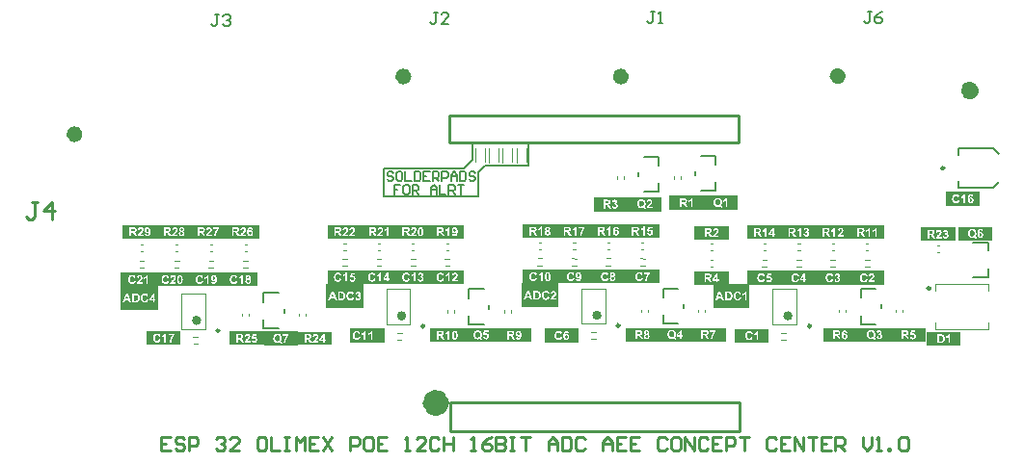
<source format=gbr>
%TF.GenerationSoftware,Altium Limited,Altium Designer,24.8.2 (39)*%
G04 Layer_Color=65535*
%FSLAX45Y45*%
%MOMM*%
%TF.SameCoordinates,FC40D359-564B-479C-ACF9-AE4C40DE52D9*%
%TF.FilePolarity,Positive*%
%TF.FileFunction,Legend,Top*%
%TF.Part,Single*%
G01*
G75*
%TA.AperFunction,NonConductor*%
%ADD25C,0.25000*%
%ADD26C,0.40000*%
%ADD27C,1.00000*%
%ADD28C,1.50000*%
%ADD29C,0.10000*%
%ADD30C,0.20000*%
%ADD31C,0.25400*%
%ADD32C,0.15000*%
%ADD33C,0.17000*%
G36*
X15937500Y4755221D02*
X15637500D01*
Y4874779D01*
X15937500D01*
Y4755221D01*
D02*
G37*
G36*
X14497501Y4460720D02*
X14197501D01*
Y4579280D01*
X14497501D01*
Y4460720D01*
D02*
G37*
G36*
X10510000Y4066685D02*
X10510000D01*
Y4184729D01*
X10810000D01*
Y4065271D01*
X10523694D01*
Y3853315D01*
X10196306D01*
Y4066685D01*
X10210000D01*
Y4184779D01*
X10510000D01*
Y4066685D01*
D02*
G37*
G36*
X12000000Y3555700D02*
X11410000D01*
Y3674300D01*
X12000000D01*
Y3555700D01*
D02*
G37*
G36*
X15462500Y3558200D02*
X15162500D01*
Y3676800D01*
X15462500D01*
Y3558200D01*
D02*
G37*
G36*
X15770000Y3525700D02*
X15470000D01*
Y3644300D01*
X15770000D01*
Y3525700D01*
D02*
G37*
G36*
X9012500Y4465720D02*
X8712500D01*
Y4584280D01*
X9012500D01*
Y4465720D01*
D02*
G37*
G36*
X13125000Y4470720D02*
X12825000D01*
Y4589280D01*
X13125000D01*
Y4470720D01*
D02*
G37*
G36*
X9312500Y4466419D02*
X9012500D01*
Y4583581D01*
X9312500D01*
Y4466419D01*
D02*
G37*
G36*
X14197501Y4060221D02*
X13909755D01*
Y3854013D01*
X13595245D01*
Y4058200D01*
X13432500D01*
Y4176800D01*
X13732500D01*
Y4065987D01*
X13897501D01*
Y4179779D01*
X14197501D01*
Y4060221D01*
D02*
G37*
G36*
X14797501D02*
X14497501D01*
Y4179779D01*
X14797501D01*
Y4060221D01*
D02*
G37*
G36*
X14197501Y4461400D02*
X13897501D01*
Y4578600D01*
X14197501D01*
Y4461400D01*
D02*
G37*
G36*
X13732500Y4458200D02*
X13432500D01*
Y4576800D01*
X13732500D01*
Y4458200D01*
D02*
G37*
G36*
X12525000Y4070221D02*
X12238295D01*
Y3859013D01*
X11911706D01*
Y4070987D01*
X11925000D01*
Y4189779D01*
X12525000D01*
Y4070221D01*
D02*
G37*
G36*
X8995000Y4045221D02*
X8719742D01*
Y3836564D01*
X8390258D01*
Y4048437D01*
X8395000D01*
Y4164729D01*
X8695000D01*
Y4048437D01*
X8695000D01*
Y4164779D01*
X8995000D01*
Y4045221D01*
D02*
G37*
G36*
X15720000Y4443220D02*
X15420000D01*
Y4561780D01*
X15720000D01*
Y4443220D01*
D02*
G37*
G36*
X11110000Y4065221D02*
X10810000D01*
Y4184779D01*
X11110000D01*
Y4065221D01*
D02*
G37*
G36*
Y4465720D02*
X10810000D01*
Y4584280D01*
X11110000D01*
Y4465720D01*
D02*
G37*
G36*
X11410000Y3555700D02*
X11110000D01*
Y3674300D01*
X11410000D01*
Y3555700D01*
D02*
G37*
G36*
X12845000Y4704550D02*
X12545000D01*
Y4830450D01*
X12845000D01*
Y4704550D01*
D02*
G37*
G36*
X14797501Y4461400D02*
X14497501D01*
Y4578600D01*
X14797501D01*
Y4461400D01*
D02*
G37*
G36*
X9950000Y3522027D02*
X9650000D01*
Y3647973D01*
X9950000D01*
Y3522027D01*
D02*
G37*
G36*
X9650000Y3528220D02*
X9350000D01*
Y3646780D01*
X9650000D01*
Y3528220D01*
D02*
G37*
G36*
X12417500Y3552721D02*
X12117500D01*
Y3672279D01*
X12417500D01*
Y3552721D01*
D02*
G37*
G36*
X13810001Y4717027D02*
X13510001D01*
Y4842974D01*
X13810001D01*
Y4717027D01*
D02*
G37*
G36*
X15097501Y4461419D02*
X14797501D01*
Y4578581D01*
X15097501D01*
Y4461419D01*
D02*
G37*
G36*
X14497501Y4060271D02*
X14197501D01*
Y4179729D01*
X14497501D01*
Y4060271D01*
D02*
G37*
G36*
X13705000Y3560700D02*
X12825000D01*
Y3679300D01*
X13705000D01*
Y3560700D01*
D02*
G37*
G36*
X15162500Y3558200D02*
X14862500D01*
Y3676800D01*
X15162500D01*
Y3558200D01*
D02*
G37*
G36*
X11410000Y4065271D02*
X11110000D01*
Y4184729D01*
X11410000D01*
Y4065271D01*
D02*
G37*
G36*
X10810000Y4466400D02*
X10510000D01*
Y4583600D01*
X10810000D01*
Y4466400D01*
D02*
G37*
G36*
X12525000Y4471400D02*
X12225000D01*
Y4588600D01*
X12525000D01*
Y4471400D01*
D02*
G37*
G36*
X11410000Y4465720D02*
X11110000D01*
Y4584280D01*
X11410000D01*
Y4465720D01*
D02*
G37*
G36*
X8920000Y3530271D02*
X8620000D01*
Y3649729D01*
X8920000D01*
Y3530271D01*
D02*
G37*
G36*
X13510001Y4717051D02*
X13210001D01*
Y4842950D01*
X13510001D01*
Y4717051D01*
D02*
G37*
G36*
X10510000Y4466400D02*
X10210000D01*
Y4583600D01*
X10510000D01*
Y4466400D01*
D02*
G37*
G36*
X8712500Y4465720D02*
X8412500D01*
Y4584280D01*
X8712500D01*
Y4465720D01*
D02*
G37*
G36*
X9595000Y4045221D02*
X9295000D01*
Y4164779D01*
X9595000D01*
Y4045221D01*
D02*
G37*
G36*
X15097501Y4060271D02*
X14797501D01*
Y4179729D01*
X15097501D01*
Y4060271D01*
D02*
G37*
G36*
X9295000Y4045221D02*
X8995000D01*
Y4164779D01*
X9295000D01*
Y4045221D01*
D02*
G37*
G36*
X12825000Y4070221D02*
X12525000D01*
Y4189779D01*
X12825000D01*
Y4070221D01*
D02*
G37*
G36*
X14085001Y3550271D02*
X13785001D01*
Y3669729D01*
X14085001D01*
Y3550271D01*
D02*
G37*
G36*
X9612500Y4465720D02*
X9312500D01*
Y4584280D01*
X9612500D01*
Y4465720D01*
D02*
G37*
G36*
X13145000Y4704527D02*
X12845000D01*
Y4830473D01*
X13145000D01*
Y4704527D01*
D02*
G37*
G36*
X10250000Y3528919D02*
X9950000D01*
Y3646081D01*
X10250000D01*
Y3528919D01*
D02*
G37*
G36*
X16050000Y4448200D02*
X15750000D01*
Y4566800D01*
X16050000D01*
Y4448200D01*
D02*
G37*
G36*
X10710000Y3553042D02*
X10410000D01*
Y3672500D01*
X10710000D01*
Y3553042D01*
D02*
G37*
G36*
X12225000Y4470720D02*
X11925000D01*
Y4589280D01*
X12225000D01*
Y4470720D01*
D02*
G37*
G36*
X13125000Y4070271D02*
X12825000D01*
Y4189729D01*
X13125000D01*
Y4070271D01*
D02*
G37*
G36*
X12824998Y4470720D02*
X12525000D01*
Y4589280D01*
X12824998D01*
Y4470720D01*
D02*
G37*
G36*
X14862500Y3558200D02*
X14562500D01*
Y3676800D01*
X14862500D01*
Y3558200D01*
D02*
G37*
%LPC*%
G36*
X15859023Y4853781D02*
X15858124D01*
X15855827Y4853681D01*
X15853732Y4853382D01*
X15851636Y4852883D01*
X15849739Y4852284D01*
X15847942Y4851585D01*
X15846346Y4850786D01*
X15844748Y4849988D01*
X15843449Y4849089D01*
X15842152Y4848191D01*
X15841055Y4847392D01*
X15840157Y4846594D01*
X15839359Y4845895D01*
X15838759Y4845296D01*
X15838359Y4844797D01*
X15838060Y4844498D01*
X15837959Y4844398D01*
X15836563Y4842501D01*
X15835365Y4840405D01*
X15834367Y4838109D01*
X15833469Y4835713D01*
X15832671Y4833118D01*
X15832071Y4830622D01*
X15831572Y4828127D01*
X15831172Y4825631D01*
X15830873Y4823235D01*
X15830573Y4821039D01*
X15830374Y4819043D01*
X15830273Y4817346D01*
Y4815849D01*
X15830174Y4815250D01*
Y4813852D01*
X15830273Y4810159D01*
X15830473Y4806665D01*
X15830873Y4803471D01*
X15831372Y4800576D01*
X15831871Y4797881D01*
X15832471Y4795485D01*
X15833170Y4793289D01*
X15833867Y4791292D01*
X15834566Y4789595D01*
X15835265Y4788198D01*
X15835864Y4786900D01*
X15836363Y4785902D01*
X15836862Y4785203D01*
X15837260Y4784604D01*
X15837460Y4784305D01*
X15837561Y4784205D01*
X15839058Y4782608D01*
X15840556Y4781210D01*
X15842152Y4780013D01*
X15843750Y4779014D01*
X15845348Y4778116D01*
X15846944Y4777417D01*
X15848442Y4776818D01*
X15849939Y4776319D01*
X15851337Y4776020D01*
X15852634Y4775720D01*
X15853831Y4775521D01*
X15854829Y4775321D01*
X15855629D01*
X15856229Y4775221D01*
X15856728D01*
X15858723Y4775321D01*
X15860620Y4775521D01*
X15862317Y4775920D01*
X15864014Y4776319D01*
X15865611Y4776818D01*
X15867007Y4777417D01*
X15868407Y4778116D01*
X15869604Y4778815D01*
X15870702Y4779414D01*
X15871700Y4780112D01*
X15872499Y4780711D01*
X15873196Y4781210D01*
X15873695Y4781610D01*
X15874097Y4782009D01*
X15874295Y4782209D01*
X15874396Y4782308D01*
X15875594Y4783706D01*
X15876691Y4785203D01*
X15877589Y4786701D01*
X15878488Y4788298D01*
X15879086Y4789895D01*
X15879686Y4791492D01*
X15880185Y4792989D01*
X15880484Y4794487D01*
X15880785Y4795884D01*
X15880983Y4797182D01*
X15881183Y4798280D01*
X15881284Y4799278D01*
X15881383Y4800177D01*
Y4801275D01*
X15881284Y4803371D01*
X15881084Y4805268D01*
X15880785Y4807064D01*
X15880385Y4808861D01*
X15879884Y4810458D01*
X15879288Y4811956D01*
X15878688Y4813353D01*
X15878088Y4814551D01*
X15877490Y4815649D01*
X15876891Y4816647D01*
X15876292Y4817446D01*
X15875793Y4818145D01*
X15875394Y4818743D01*
X15875095Y4819143D01*
X15874895Y4819342D01*
X15874796Y4819442D01*
X15873497Y4820740D01*
X15872198Y4821738D01*
X15870901Y4822736D01*
X15869604Y4823535D01*
X15868205Y4824234D01*
X15866908Y4824833D01*
X15865611Y4825232D01*
X15864413Y4825631D01*
X15863315Y4825931D01*
X15862317Y4826130D01*
X15861319Y4826330D01*
X15860519Y4826430D01*
X15859921Y4826530D01*
X15859023D01*
X15857526Y4826430D01*
X15856128Y4826230D01*
X15854730Y4825931D01*
X15853433Y4825531D01*
X15851137Y4824433D01*
X15849139Y4823235D01*
X15848242Y4822637D01*
X15847543Y4822038D01*
X15846844Y4821439D01*
X15846346Y4820940D01*
X15845946Y4820540D01*
X15845647Y4820241D01*
X15845447Y4820041D01*
X15845348Y4819941D01*
X15845547Y4822337D01*
X15845746Y4824533D01*
X15846046Y4826530D01*
X15846346Y4828227D01*
X15846645Y4829924D01*
X15846944Y4831321D01*
X15847343Y4832519D01*
X15847643Y4833617D01*
X15847942Y4834615D01*
X15848242Y4835414D01*
X15848541Y4836013D01*
X15848840Y4836512D01*
X15849040Y4836911D01*
X15849240Y4837211D01*
X15849339Y4837410D01*
X15850638Y4838808D01*
X15851935Y4839806D01*
X15853333Y4840604D01*
X15854530Y4841104D01*
X15855629Y4841403D01*
X15856427Y4841503D01*
X15857027Y4841603D01*
X15857227D01*
X15858524Y4841503D01*
X15859622Y4841303D01*
X15860519Y4840904D01*
X15861418Y4840604D01*
X15862016Y4840205D01*
X15862515Y4839806D01*
X15862816Y4839606D01*
X15862917Y4839506D01*
X15863715Y4838608D01*
X15864313Y4837610D01*
X15864812Y4836612D01*
X15865112Y4835514D01*
X15865411Y4834615D01*
X15865611Y4833817D01*
X15865710Y4833317D01*
Y4833218D01*
Y4833118D01*
X15879985Y4834615D01*
X15879686Y4836312D01*
X15879187Y4837909D01*
X15878688Y4839407D01*
X15878188Y4840704D01*
X15877589Y4842002D01*
X15876991Y4843200D01*
X15876292Y4844198D01*
X15875693Y4845196D01*
X15875095Y4845995D01*
X15874495Y4846793D01*
X15873996Y4847392D01*
X15873497Y4847891D01*
X15873099Y4848291D01*
X15872897Y4848590D01*
X15872697Y4848690D01*
X15872598Y4848790D01*
X15871500Y4849688D01*
X15870303Y4850487D01*
X15869106Y4851086D01*
X15867908Y4851685D01*
X15865511Y4852583D01*
X15863216Y4853182D01*
X15862218Y4853382D01*
X15861218Y4853482D01*
X15860320Y4853681D01*
X15859622D01*
X15859023Y4853781D01*
D02*
G37*
G36*
X15730054Y4854779D02*
X15729454D01*
X15726559Y4854679D01*
X15723764Y4854280D01*
X15721069Y4853781D01*
X15718573Y4853082D01*
X15716277Y4852284D01*
X15714182Y4851385D01*
X15712184Y4850487D01*
X15710487Y4849489D01*
X15708890Y4848490D01*
X15707494Y4847492D01*
X15706294Y4846594D01*
X15705296Y4845795D01*
X15704498Y4845096D01*
X15703999Y4844597D01*
X15703600Y4844198D01*
X15703500Y4844098D01*
X15701804Y4842002D01*
X15700206Y4839806D01*
X15698907Y4837410D01*
X15697810Y4835014D01*
X15696812Y4832519D01*
X15696013Y4830023D01*
X15695415Y4827628D01*
X15694815Y4825232D01*
X15694415Y4823036D01*
X15694118Y4820940D01*
X15693916Y4819143D01*
X15693817Y4817546D01*
X15693716Y4816148D01*
X15693617Y4815150D01*
Y4814351D01*
X15693716Y4811057D01*
X15694017Y4807863D01*
X15694516Y4804968D01*
X15695116Y4802173D01*
X15695914Y4799677D01*
X15696712Y4797282D01*
X15697610Y4795185D01*
X15698509Y4793189D01*
X15699406Y4791492D01*
X15700307Y4789995D01*
X15701105Y4788697D01*
X15701903Y4787599D01*
X15702502Y4786800D01*
X15703001Y4786202D01*
X15703300Y4785802D01*
X15703400Y4785702D01*
X15705296Y4783906D01*
X15707294Y4782308D01*
X15709389Y4780911D01*
X15711485Y4779713D01*
X15713582Y4778715D01*
X15715678Y4777816D01*
X15717775Y4777218D01*
X15719672Y4776619D01*
X15721568Y4776219D01*
X15723164Y4775920D01*
X15724762Y4775620D01*
X15726060Y4775521D01*
X15727058Y4775421D01*
X15727856Y4775321D01*
X15728555D01*
X15730852Y4775421D01*
X15732947Y4775620D01*
X15735043Y4775920D01*
X15736940Y4776319D01*
X15738737Y4776718D01*
X15740434Y4777218D01*
X15742030Y4777816D01*
X15743430Y4778415D01*
X15744627Y4778914D01*
X15745724Y4779513D01*
X15746722Y4780013D01*
X15747520Y4780512D01*
X15748120Y4780811D01*
X15748520Y4781111D01*
X15748819Y4781310D01*
X15748920Y4781410D01*
X15750417Y4782608D01*
X15751714Y4784005D01*
X15753012Y4785403D01*
X15754111Y4787000D01*
X15755208Y4788497D01*
X15756107Y4790095D01*
X15757703Y4793189D01*
X15758401Y4794587D01*
X15759001Y4795984D01*
X15759399Y4797182D01*
X15759801Y4798180D01*
X15760098Y4799079D01*
X15760300Y4799677D01*
X15760498Y4800177D01*
Y4800276D01*
X15745425Y4804968D01*
X15745026Y4803471D01*
X15744527Y4801973D01*
X15744128Y4800676D01*
X15743529Y4799478D01*
X15743028Y4798280D01*
X15742529Y4797282D01*
X15741931Y4796383D01*
X15741432Y4795585D01*
X15740434Y4794187D01*
X15739636Y4793289D01*
X15739136Y4792690D01*
X15739037Y4792590D01*
X15738937Y4792490D01*
X15737241Y4791193D01*
X15735443Y4790194D01*
X15733646Y4789595D01*
X15732050Y4789096D01*
X15730553Y4788797D01*
X15729353Y4788697D01*
X15728955Y4788597D01*
X15728355D01*
X15726859Y4788697D01*
X15725362Y4788897D01*
X15723962Y4789196D01*
X15722665Y4789595D01*
X15720370Y4790494D01*
X15718472Y4791692D01*
X15717575Y4792191D01*
X15716876Y4792790D01*
X15716277Y4793289D01*
X15715678Y4793788D01*
X15715279Y4794087D01*
X15714980Y4794387D01*
X15714880Y4794587D01*
X15714780Y4794686D01*
X15713881Y4795984D01*
X15713083Y4797382D01*
X15712384Y4798879D01*
X15711784Y4800576D01*
X15710887Y4803970D01*
X15710287Y4807364D01*
X15709988Y4808961D01*
X15709889Y4810558D01*
X15709789Y4811856D01*
X15709689Y4813054D01*
X15709589Y4814052D01*
Y4814850D01*
Y4815250D01*
Y4815449D01*
X15709689Y4817945D01*
X15709789Y4820241D01*
X15710088Y4822437D01*
X15710388Y4824334D01*
X15710786Y4826130D01*
X15711285Y4827827D01*
X15711784Y4829225D01*
X15712283Y4830522D01*
X15712685Y4831720D01*
X15713184Y4832619D01*
X15713683Y4833517D01*
X15714081Y4834116D01*
X15714381Y4834615D01*
X15714680Y4835014D01*
X15714780Y4835214D01*
X15714880Y4835314D01*
X15715878Y4836412D01*
X15716975Y4837310D01*
X15718074Y4838209D01*
X15719272Y4838908D01*
X15720470Y4839506D01*
X15721568Y4840006D01*
X15723764Y4840704D01*
X15725661Y4841203D01*
X15726559Y4841303D01*
X15727258Y4841403D01*
X15727856Y4841503D01*
X15728654D01*
X15730852Y4841403D01*
X15732947Y4841004D01*
X15734744Y4840405D01*
X15736243Y4839806D01*
X15737439Y4839107D01*
X15738338Y4838608D01*
X15738937Y4838209D01*
X15739136Y4838009D01*
X15740634Y4836612D01*
X15741931Y4835114D01*
X15742931Y4833517D01*
X15743729Y4832020D01*
X15744228Y4830722D01*
X15744627Y4829624D01*
X15744727Y4829225D01*
X15744826Y4828925D01*
X15744926Y4828726D01*
Y4828626D01*
X15760300Y4832319D01*
X15759801Y4834016D01*
X15759201Y4835613D01*
X15758601Y4837011D01*
X15757903Y4838408D01*
X15757304Y4839706D01*
X15756606Y4840804D01*
X15756006Y4841902D01*
X15755309Y4842801D01*
X15754709Y4843599D01*
X15754210Y4844398D01*
X15753709Y4844997D01*
X15753311Y4845496D01*
X15752911Y4845895D01*
X15752612Y4846195D01*
X15752513Y4846294D01*
X15752412Y4846394D01*
X15750716Y4847891D01*
X15748920Y4849189D01*
X15747021Y4850287D01*
X15745126Y4851285D01*
X15743230Y4852084D01*
X15741331Y4852783D01*
X15739436Y4853282D01*
X15737639Y4853781D01*
X15735942Y4854080D01*
X15734445Y4854380D01*
X15733047Y4854480D01*
X15731850Y4854679D01*
X15730852D01*
X15730054Y4854779D01*
D02*
G37*
G36*
X15808113Y4853781D02*
X15796135D01*
X15795636Y4852483D01*
X15795036Y4851186D01*
X15793639Y4848890D01*
X15792142Y4846793D01*
X15790546Y4844897D01*
X15789146Y4843499D01*
X15788548Y4842801D01*
X15787949Y4842301D01*
X15787450Y4841902D01*
X15787151Y4841603D01*
X15786951Y4841503D01*
X15786852Y4841403D01*
X15784357Y4839606D01*
X15782060Y4838109D01*
X15779964Y4836811D01*
X15778168Y4835913D01*
X15776669Y4835214D01*
X15775970Y4834915D01*
X15775471Y4834715D01*
X15775072Y4834515D01*
X15774773Y4834416D01*
X15774573Y4834316D01*
X15774474D01*
Y4820940D01*
X15778366Y4822437D01*
X15782060Y4824234D01*
X15783656Y4825132D01*
X15785254Y4826030D01*
X15786752Y4826929D01*
X15788049Y4827827D01*
X15789247Y4828726D01*
X15790344Y4829424D01*
X15791243Y4830223D01*
X15792043Y4830822D01*
X15792641Y4831321D01*
X15793040Y4831720D01*
X15793340Y4831920D01*
X15793440Y4832020D01*
Y4776619D01*
X15808113D01*
Y4853781D01*
D02*
G37*
%LPD*%
G36*
X15858324Y4815449D02*
X15859721Y4815050D01*
X15860919Y4814551D01*
X15862016Y4813852D01*
X15862917Y4813153D01*
X15863515Y4812654D01*
X15863914Y4812255D01*
X15864014Y4812055D01*
X15865012Y4810558D01*
X15865710Y4808861D01*
X15866310Y4807064D01*
X15866609Y4805268D01*
X15866809Y4803670D01*
X15866908Y4802872D01*
X15867007Y4802273D01*
Y4801774D01*
Y4801374D01*
Y4801175D01*
Y4801075D01*
X15866908Y4798579D01*
X15866609Y4796383D01*
X15866110Y4794587D01*
X15865611Y4793089D01*
X15865112Y4791991D01*
X15864613Y4791193D01*
X15864313Y4790793D01*
X15864214Y4790594D01*
X15863115Y4789496D01*
X15862016Y4788797D01*
X15860919Y4788198D01*
X15859821Y4787799D01*
X15858823Y4787599D01*
X15858124Y4787499D01*
X15857625Y4787399D01*
X15857425D01*
X15855928Y4787599D01*
X15854530Y4787998D01*
X15853233Y4788597D01*
X15852135Y4789396D01*
X15851237Y4790095D01*
X15850539Y4790693D01*
X15850137Y4791093D01*
X15849939Y4791292D01*
X15848840Y4792890D01*
X15848042Y4794686D01*
X15847443Y4796483D01*
X15847044Y4798280D01*
X15846844Y4799877D01*
X15846745Y4800576D01*
Y4801175D01*
X15846645Y4801674D01*
Y4802073D01*
Y4802273D01*
Y4802373D01*
X15846745Y4804669D01*
X15847144Y4806665D01*
X15847543Y4808362D01*
X15848141Y4809759D01*
X15848640Y4810858D01*
X15849139Y4811656D01*
X15849440Y4812055D01*
X15849541Y4812255D01*
X15850638Y4813353D01*
X15851935Y4814251D01*
X15853133Y4814850D01*
X15854231Y4815250D01*
X15855229Y4815449D01*
X15856029Y4815649D01*
X15856728D01*
X15858324Y4815449D01*
D02*
G37*
%LPC*%
G36*
X14414432Y4559280D02*
X14413333D01*
X14411037Y4559180D01*
X14408841Y4558881D01*
X14406944Y4558482D01*
X14405247Y4558082D01*
X14403850Y4557683D01*
X14402753Y4557284D01*
X14402351Y4557084D01*
X14402052Y4556984D01*
X14401953Y4556884D01*
X14401852D01*
X14400056Y4555886D01*
X14398459Y4554888D01*
X14397063Y4553790D01*
X14395964Y4552692D01*
X14395065Y4551794D01*
X14394366Y4550995D01*
X14393967Y4550496D01*
X14393867Y4550296D01*
X14392870Y4548599D01*
X14392072Y4546802D01*
X14391272Y4544906D01*
X14390773Y4543109D01*
X14390274Y4541512D01*
X14390074Y4540913D01*
X14389975Y4540314D01*
X14389874Y4539815D01*
X14389775Y4539416D01*
X14389674Y4539216D01*
Y4539116D01*
X14403252Y4536820D01*
X14403551Y4538617D01*
X14403951Y4540114D01*
X14404449Y4541412D01*
X14405048Y4542510D01*
X14405547Y4543309D01*
X14406046Y4543908D01*
X14406345Y4544307D01*
X14406445Y4544407D01*
X14407542Y4545305D01*
X14408641Y4546004D01*
X14409639Y4546403D01*
X14410738Y4546802D01*
X14411636Y4547002D01*
X14412335Y4547102D01*
X14412933D01*
X14414331Y4547002D01*
X14415529Y4546703D01*
X14416527Y4546303D01*
X14417426Y4545904D01*
X14418124Y4545505D01*
X14418623Y4545105D01*
X14418922Y4544806D01*
X14419023Y4544706D01*
X14419821Y4543808D01*
X14420419Y4542810D01*
X14420821Y4541712D01*
X14421120Y4540713D01*
X14421320Y4539915D01*
X14421419Y4539116D01*
Y4538717D01*
Y4538517D01*
X14421320Y4536920D01*
X14420918Y4535423D01*
X14420419Y4534125D01*
X14419821Y4533127D01*
X14419221Y4532228D01*
X14418723Y4531629D01*
X14418324Y4531230D01*
X14418224Y4531130D01*
X14416927Y4530232D01*
X14415529Y4529633D01*
X14414032Y4529134D01*
X14412534Y4528834D01*
X14411237Y4528735D01*
X14410139Y4528635D01*
X14409140D01*
X14407542Y4516656D01*
X14408942Y4517055D01*
X14410239Y4517355D01*
X14411336Y4517555D01*
X14412335Y4517754D01*
X14413133D01*
X14413731Y4517854D01*
X14414230D01*
X14415828Y4517754D01*
X14417226Y4517355D01*
X14418423Y4516856D01*
X14419522Y4516257D01*
X14420320Y4515558D01*
X14421019Y4515059D01*
X14421419Y4514660D01*
X14421518Y4514560D01*
X14422516Y4513262D01*
X14423215Y4511765D01*
X14423814Y4510268D01*
X14424113Y4508870D01*
X14424313Y4507572D01*
X14424513Y4506574D01*
Y4506175D01*
Y4505975D01*
Y4505776D01*
Y4505676D01*
X14424413Y4503580D01*
X14424014Y4501683D01*
X14423515Y4500086D01*
X14422916Y4498788D01*
X14422318Y4497690D01*
X14421819Y4496891D01*
X14421419Y4496492D01*
X14421320Y4496293D01*
X14420120Y4495194D01*
X14418823Y4494296D01*
X14417525Y4493697D01*
X14416328Y4493298D01*
X14415329Y4493098D01*
X14414531Y4492998D01*
X14413931Y4492899D01*
X14413731D01*
X14412234Y4492998D01*
X14410738Y4493298D01*
X14409540Y4493797D01*
X14408443Y4494296D01*
X14407643Y4494795D01*
X14406944Y4495294D01*
X14406544Y4495594D01*
X14406445Y4495694D01*
X14405447Y4496891D01*
X14404648Y4498189D01*
X14403951Y4499587D01*
X14403551Y4500984D01*
X14403252Y4502182D01*
X14402951Y4503180D01*
Y4503580D01*
X14402852Y4503879D01*
Y4503979D01*
Y4504079D01*
X14388577Y4502282D01*
X14388876Y4500485D01*
X14389276Y4498788D01*
X14389674Y4497291D01*
X14390274Y4495793D01*
X14390874Y4494396D01*
X14391573Y4493098D01*
X14392270Y4491900D01*
X14392969Y4490802D01*
X14393568Y4489904D01*
X14394267Y4489005D01*
X14394865Y4488307D01*
X14395364Y4487708D01*
X14395863Y4487209D01*
X14396162Y4486909D01*
X14396362Y4486710D01*
X14396463Y4486610D01*
X14397762Y4485612D01*
X14399158Y4484713D01*
X14400655Y4483915D01*
X14402052Y4483216D01*
X14403551Y4482617D01*
X14404948Y4482118D01*
X14407643Y4481419D01*
X14408942Y4481219D01*
X14410039Y4481020D01*
X14411137Y4480920D01*
X14412035Y4480820D01*
X14412733Y4480720D01*
X14413731D01*
X14415729Y4480820D01*
X14417725Y4481020D01*
X14419522Y4481419D01*
X14421320Y4481818D01*
X14422916Y4482317D01*
X14424413Y4482916D01*
X14425810Y4483615D01*
X14427107Y4484314D01*
X14428307Y4484913D01*
X14429305Y4485612D01*
X14430103Y4486210D01*
X14430902Y4486710D01*
X14431401Y4487109D01*
X14431900Y4487508D01*
X14432098Y4487708D01*
X14432199Y4487808D01*
X14433498Y4489205D01*
X14434595Y4490603D01*
X14435593Y4492000D01*
X14436491Y4493497D01*
X14437190Y4494995D01*
X14437788Y4496392D01*
X14438287Y4497790D01*
X14438689Y4499088D01*
X14438988Y4500385D01*
X14439188Y4501483D01*
X14439386Y4502481D01*
X14439487Y4503380D01*
X14439586Y4504079D01*
Y4505077D01*
X14439386Y4507572D01*
X14438988Y4509868D01*
X14438287Y4511865D01*
X14437590Y4513662D01*
X14436891Y4515059D01*
X14436192Y4516057D01*
X14435992Y4516457D01*
X14435793Y4516756D01*
X14435593Y4516856D01*
Y4516956D01*
X14433997Y4518653D01*
X14432298Y4520050D01*
X14430602Y4521148D01*
X14428905Y4521947D01*
X14427408Y4522646D01*
X14426810Y4522845D01*
X14426210Y4523045D01*
X14425711Y4523145D01*
X14425410Y4523244D01*
X14425212Y4523344D01*
X14425111D01*
X14427107Y4524542D01*
X14428806Y4525740D01*
X14430203Y4527038D01*
X14431500Y4528435D01*
X14432599Y4529733D01*
X14433498Y4531130D01*
X14434196Y4532428D01*
X14434795Y4533726D01*
X14435294Y4534924D01*
X14435593Y4536022D01*
X14435893Y4537020D01*
X14435992Y4537818D01*
X14436092Y4538517D01*
X14436192Y4539116D01*
Y4539416D01*
Y4539515D01*
X14436092Y4540813D01*
X14435992Y4542111D01*
X14435294Y4544507D01*
X14434496Y4546703D01*
X14433498Y4548599D01*
X14432399Y4550097D01*
X14432001Y4550795D01*
X14431599Y4551294D01*
X14431201Y4551694D01*
X14430902Y4551993D01*
X14430801Y4552193D01*
X14430702Y4552293D01*
X14429404Y4553491D01*
X14428107Y4554589D01*
X14426709Y4555487D01*
X14425212Y4556385D01*
X14423814Y4556984D01*
X14422318Y4557583D01*
X14420918Y4558082D01*
X14419621Y4558382D01*
X14418324Y4558681D01*
X14417126Y4558881D01*
X14416028Y4559081D01*
X14415131Y4559180D01*
X14414432Y4559280D01*
D02*
G37*
G36*
X14367114D02*
X14355138D01*
X14354639Y4557983D01*
X14354039Y4556685D01*
X14352641Y4554389D01*
X14351144Y4552293D01*
X14349547Y4550396D01*
X14348149Y4548999D01*
X14347549Y4548300D01*
X14346951Y4547801D01*
X14346452Y4547401D01*
X14346153Y4547102D01*
X14345953Y4547002D01*
X14345853Y4546902D01*
X14343358Y4545105D01*
X14341061Y4543608D01*
X14338965Y4542310D01*
X14337169Y4541412D01*
X14335670Y4540713D01*
X14334973Y4540414D01*
X14334473Y4540214D01*
X14334074Y4540015D01*
X14333775Y4539915D01*
X14333575Y4539815D01*
X14333475D01*
Y4526439D01*
X14337367Y4527936D01*
X14341061Y4529733D01*
X14342659Y4530631D01*
X14344257Y4531530D01*
X14345753Y4532428D01*
X14347050Y4533326D01*
X14348248Y4534225D01*
X14349347Y4534924D01*
X14350246Y4535722D01*
X14351044Y4536321D01*
X14351643Y4536820D01*
X14352042Y4537220D01*
X14352342Y4537419D01*
X14352441Y4537519D01*
Y4482118D01*
X14367114D01*
Y4559280D01*
D02*
G37*
G36*
X14289954Y4558881D02*
X14255414D01*
Y4482118D01*
X14270888D01*
Y4514161D01*
X14275877D01*
X14277475Y4514061D01*
X14278773Y4513861D01*
X14279871Y4513761D01*
X14280769Y4513562D01*
X14281268Y4513362D01*
X14281668Y4513262D01*
X14281767D01*
X14282666Y4512863D01*
X14283565Y4512364D01*
X14284363Y4511865D01*
X14285062Y4511366D01*
X14285661Y4510867D01*
X14286060Y4510467D01*
X14286359Y4510168D01*
X14286459Y4510068D01*
X14286958Y4509569D01*
X14287457Y4508970D01*
X14288055Y4508171D01*
X14288655Y4507373D01*
X14290053Y4505476D01*
X14291350Y4503580D01*
X14292648Y4501783D01*
X14293147Y4500984D01*
X14293646Y4500186D01*
X14294046Y4499587D01*
X14294345Y4499187D01*
X14294545Y4498888D01*
X14294646Y4498788D01*
X14305824Y4482118D01*
X14324391D01*
X14315009Y4497091D01*
X14314011Y4498688D01*
X14313013Y4500186D01*
X14312112Y4501583D01*
X14311314Y4502781D01*
X14310516Y4503879D01*
X14309718Y4504877D01*
X14309119Y4505776D01*
X14308521Y4506574D01*
X14307921Y4507273D01*
X14307422Y4507872D01*
X14306723Y4508770D01*
X14306323Y4509269D01*
X14306123Y4509469D01*
X14304826Y4510767D01*
X14303529Y4511965D01*
X14302132Y4513063D01*
X14300833Y4514061D01*
X14299635Y4514859D01*
X14298737Y4515458D01*
X14298038Y4515858D01*
X14297939Y4515957D01*
X14297839D01*
X14299734Y4516257D01*
X14301431Y4516656D01*
X14303030Y4517155D01*
X14304527Y4517654D01*
X14305923Y4518253D01*
X14307121Y4518852D01*
X14308321Y4519451D01*
X14309319Y4520050D01*
X14310217Y4520649D01*
X14311015Y4521248D01*
X14311613Y4521747D01*
X14312112Y4522146D01*
X14312611Y4522546D01*
X14312912Y4522845D01*
X14313013Y4522945D01*
X14313112Y4523045D01*
X14314011Y4524143D01*
X14314809Y4525241D01*
X14315508Y4526439D01*
X14316106Y4527637D01*
X14317004Y4530032D01*
X14317604Y4532328D01*
X14317802Y4533326D01*
X14317903Y4534325D01*
X14318002Y4535123D01*
X14318103Y4535922D01*
X14318204Y4536521D01*
Y4536920D01*
Y4537220D01*
Y4537319D01*
X14318103Y4539815D01*
X14317703Y4542111D01*
X14317104Y4544107D01*
X14316505Y4545904D01*
X14315907Y4547401D01*
X14315607Y4548000D01*
X14315308Y4548499D01*
X14315108Y4548899D01*
X14314908Y4549198D01*
X14314809Y4549298D01*
Y4549398D01*
X14313411Y4551195D01*
X14312013Y4552792D01*
X14310516Y4554089D01*
X14309019Y4555088D01*
X14307822Y4555886D01*
X14306723Y4556385D01*
X14306323Y4556585D01*
X14306123Y4556685D01*
X14305923Y4556785D01*
X14305824D01*
X14304727Y4557184D01*
X14303529Y4557483D01*
X14302132Y4557783D01*
X14300734Y4557983D01*
X14297739Y4558382D01*
X14294844Y4558581D01*
X14293446Y4558681D01*
X14292149Y4558781D01*
X14290952D01*
X14289954Y4558881D01*
D02*
G37*
%LPD*%
G36*
X14289754Y4545804D02*
X14292149D01*
X14292648Y4545704D01*
X14293846D01*
X14294145Y4545605D01*
X14294244D01*
X14295543Y4545305D01*
X14296741Y4544906D01*
X14297739Y4544407D01*
X14298637Y4543908D01*
X14299236Y4543408D01*
X14299734Y4543009D01*
X14300035Y4542710D01*
X14300134Y4542610D01*
X14300833Y4541612D01*
X14301334Y4540613D01*
X14301732Y4539615D01*
X14301932Y4538617D01*
X14302132Y4537719D01*
X14302231Y4537020D01*
Y4536521D01*
Y4536321D01*
X14302132Y4535123D01*
X14302031Y4534025D01*
X14301732Y4533027D01*
X14301431Y4532129D01*
X14301134Y4531430D01*
X14300932Y4530931D01*
X14300734Y4530631D01*
X14300633Y4530531D01*
X14300035Y4529733D01*
X14299236Y4529034D01*
X14298538Y4528535D01*
X14297839Y4528036D01*
X14297240Y4527736D01*
X14296741Y4527537D01*
X14296341Y4527337D01*
X14296242D01*
X14295644Y4527138D01*
X14294844Y4527038D01*
X14293945Y4526938D01*
X14292947Y4526838D01*
X14290652Y4526638D01*
X14288255Y4526539D01*
X14286060D01*
X14285062Y4526439D01*
X14270888D01*
Y4545904D01*
X14288655D01*
X14289754Y4545804D01*
D02*
G37*
%LPC*%
G36*
X10302303Y4164779D02*
X10301704D01*
X10298809Y4164680D01*
X10296014Y4164280D01*
X10293319Y4163781D01*
X10290823Y4163082D01*
X10288527Y4162284D01*
X10286431Y4161385D01*
X10284435Y4160487D01*
X10282738Y4159489D01*
X10281140Y4158491D01*
X10279743Y4157492D01*
X10278545Y4156594D01*
X10277547Y4155795D01*
X10276748Y4155097D01*
X10276249Y4154597D01*
X10275850Y4154198D01*
X10275750Y4154098D01*
X10274053Y4152002D01*
X10272456Y4149806D01*
X10271158Y4147410D01*
X10270060Y4145015D01*
X10269062Y4142519D01*
X10268263Y4140023D01*
X10267665Y4137628D01*
X10267066Y4135232D01*
X10266666Y4133036D01*
X10266367Y4130940D01*
X10266167Y4129143D01*
X10266067Y4127546D01*
X10265968Y4126148D01*
X10265868Y4125150D01*
Y4124351D01*
X10265968Y4121057D01*
X10266267Y4117863D01*
X10266766Y4114968D01*
X10267365Y4112173D01*
X10268164Y4109678D01*
X10268962Y4107282D01*
X10269861Y4105186D01*
X10270759Y4103189D01*
X10271657Y4101492D01*
X10272556Y4099995D01*
X10273354Y4098697D01*
X10274153Y4097599D01*
X10274752Y4096801D01*
X10275251Y4096202D01*
X10275550Y4095802D01*
X10275650Y4095703D01*
X10277547Y4093906D01*
X10279543Y4092309D01*
X10281640Y4090911D01*
X10283736Y4089713D01*
X10285832Y4088715D01*
X10287928Y4087817D01*
X10290025Y4087218D01*
X10291921Y4086619D01*
X10293818Y4086219D01*
X10295415Y4085920D01*
X10297012Y4085620D01*
X10298310Y4085521D01*
X10299308Y4085421D01*
X10300107Y4085321D01*
X10300805D01*
X10303101Y4085421D01*
X10305198Y4085620D01*
X10307294Y4085920D01*
X10309190Y4086319D01*
X10310987Y4086719D01*
X10312684Y4087218D01*
X10314281Y4087817D01*
X10315679Y4088415D01*
X10316877Y4088915D01*
X10317975Y4089514D01*
X10318973Y4090013D01*
X10319772Y4090512D01*
X10320371Y4090811D01*
X10320770Y4091111D01*
X10321069Y4091310D01*
X10321169Y4091410D01*
X10322666Y4092608D01*
X10323964Y4094006D01*
X10325262Y4095403D01*
X10326360Y4097000D01*
X10327458Y4098498D01*
X10328356Y4100095D01*
X10329953Y4103189D01*
X10330652Y4104587D01*
X10331251Y4105984D01*
X10331650Y4107182D01*
X10332050Y4108180D01*
X10332349Y4109079D01*
X10332549Y4109678D01*
X10332748Y4110177D01*
Y4110277D01*
X10317675Y4114968D01*
X10317276Y4113471D01*
X10316777Y4111973D01*
X10316378Y4110676D01*
X10315779Y4109478D01*
X10315280Y4108280D01*
X10314780Y4107282D01*
X10314182Y4106383D01*
X10313682Y4105585D01*
X10312684Y4104187D01*
X10311886Y4103289D01*
X10311387Y4102690D01*
X10311287Y4102590D01*
X10311187Y4102490D01*
X10309490Y4101193D01*
X10307693Y4100194D01*
X10305896Y4099596D01*
X10304299Y4099096D01*
X10302802Y4098797D01*
X10301604Y4098697D01*
X10301205Y4098597D01*
X10300606D01*
X10299108Y4098697D01*
X10297611Y4098897D01*
X10296214Y4099196D01*
X10294916Y4099596D01*
X10292620Y4100494D01*
X10290723Y4101692D01*
X10289825Y4102191D01*
X10289126Y4102790D01*
X10288527Y4103289D01*
X10287928Y4103788D01*
X10287529Y4104088D01*
X10287230Y4104387D01*
X10287130Y4104587D01*
X10287030Y4104686D01*
X10286132Y4105984D01*
X10285333Y4107382D01*
X10284634Y4108879D01*
X10284035Y4110576D01*
X10283137Y4113970D01*
X10282538Y4117364D01*
X10282239Y4118961D01*
X10282139Y4120558D01*
X10282039Y4121856D01*
X10281939Y4123054D01*
X10281839Y4124052D01*
Y4124851D01*
Y4125250D01*
Y4125449D01*
X10281939Y4127945D01*
X10282039Y4130241D01*
X10282338Y4132437D01*
X10282638Y4134334D01*
X10283037Y4136130D01*
X10283536Y4137827D01*
X10284035Y4139225D01*
X10284534Y4140523D01*
X10284934Y4141720D01*
X10285433Y4142619D01*
X10285932Y4143517D01*
X10286331Y4144116D01*
X10286631Y4144615D01*
X10286930Y4145015D01*
X10287030Y4145214D01*
X10287130Y4145314D01*
X10288128Y4146412D01*
X10289226Y4147310D01*
X10290324Y4148209D01*
X10291522Y4148908D01*
X10292720Y4149507D01*
X10293818Y4150006D01*
X10296014Y4150704D01*
X10297911Y4151204D01*
X10298809Y4151303D01*
X10299508Y4151403D01*
X10300107Y4151503D01*
X10300905D01*
X10303101Y4151403D01*
X10305198Y4151004D01*
X10306994Y4150405D01*
X10308492Y4149806D01*
X10309690Y4149107D01*
X10310588Y4148608D01*
X10311187Y4148209D01*
X10311387Y4148009D01*
X10312884Y4146612D01*
X10314182Y4145114D01*
X10315180Y4143517D01*
X10315978Y4142020D01*
X10316477Y4140722D01*
X10316877Y4139624D01*
X10316977Y4139225D01*
X10317076Y4138925D01*
X10317176Y4138726D01*
Y4138626D01*
X10332549Y4142319D01*
X10332050Y4144016D01*
X10331451Y4145614D01*
X10330852Y4147011D01*
X10330153Y4148409D01*
X10329554Y4149706D01*
X10328855Y4150804D01*
X10328256Y4151902D01*
X10327558Y4152801D01*
X10326959Y4153599D01*
X10326460Y4154398D01*
X10325961Y4154997D01*
X10325561Y4155496D01*
X10325162Y4155895D01*
X10324863Y4156195D01*
X10324763Y4156294D01*
X10324663Y4156394D01*
X10322966Y4157892D01*
X10321169Y4159189D01*
X10319272Y4160287D01*
X10317376Y4161286D01*
X10315479Y4162084D01*
X10313583Y4162783D01*
X10311686Y4163282D01*
X10309889Y4163781D01*
X10308192Y4164081D01*
X10306695Y4164380D01*
X10305297Y4164480D01*
X10304100Y4164680D01*
X10303101D01*
X10302303Y4164779D01*
D02*
G37*
G36*
X10601904Y4164729D02*
X10601305D01*
X10598410Y4164629D01*
X10595615Y4164230D01*
X10592920Y4163731D01*
X10590424Y4163032D01*
X10588128Y4162234D01*
X10586032Y4161335D01*
X10584035Y4160437D01*
X10582338Y4159439D01*
X10580741Y4158441D01*
X10579344Y4157442D01*
X10578146Y4156544D01*
X10577148Y4155745D01*
X10576349Y4155047D01*
X10575850Y4154547D01*
X10575451Y4154148D01*
X10575351Y4154048D01*
X10573654Y4151952D01*
X10572057Y4149756D01*
X10570759Y4147360D01*
X10569661Y4144965D01*
X10568663Y4142469D01*
X10567864Y4139973D01*
X10567265Y4137578D01*
X10566666Y4135182D01*
X10566267Y4132986D01*
X10565968Y4130890D01*
X10565768Y4129093D01*
X10565668Y4127496D01*
X10565568Y4126098D01*
X10565469Y4125100D01*
Y4124301D01*
X10565568Y4121007D01*
X10565868Y4117813D01*
X10566367Y4114918D01*
X10566966Y4112123D01*
X10567764Y4109628D01*
X10568563Y4107232D01*
X10569461Y4105136D01*
X10570360Y4103139D01*
X10571258Y4101442D01*
X10572157Y4099945D01*
X10572955Y4098647D01*
X10573754Y4097549D01*
X10574353Y4096751D01*
X10574852Y4096152D01*
X10575151Y4095752D01*
X10575251Y4095652D01*
X10577148Y4093856D01*
X10579144Y4092259D01*
X10581240Y4090861D01*
X10583337Y4089663D01*
X10585433Y4088665D01*
X10587529Y4087767D01*
X10589626Y4087168D01*
X10591522Y4086569D01*
X10593419Y4086169D01*
X10595016Y4085870D01*
X10596613Y4085570D01*
X10597911Y4085471D01*
X10598909Y4085371D01*
X10599708Y4085271D01*
X10600406D01*
X10602702Y4085371D01*
X10604798Y4085570D01*
X10606895Y4085870D01*
X10608791Y4086269D01*
X10610588Y4086668D01*
X10612285Y4087168D01*
X10613882Y4087767D01*
X10615280Y4088365D01*
X10616478Y4088865D01*
X10617576Y4089464D01*
X10618574Y4089963D01*
X10619372Y4090462D01*
X10619971Y4090761D01*
X10620371Y4091061D01*
X10620670Y4091260D01*
X10620770Y4091360D01*
X10622267Y4092558D01*
X10623565Y4093955D01*
X10624863Y4095353D01*
X10625961Y4096950D01*
X10627059Y4098447D01*
X10627957Y4100045D01*
X10629554Y4103139D01*
X10630253Y4104537D01*
X10630852Y4105934D01*
X10631251Y4107132D01*
X10631651Y4108130D01*
X10631950Y4109029D01*
X10632150Y4109628D01*
X10632349Y4110127D01*
Y4110226D01*
X10617276Y4114918D01*
X10616877Y4113421D01*
X10616378Y4111923D01*
X10615979Y4110626D01*
X10615380Y4109428D01*
X10614880Y4108230D01*
X10614381Y4107232D01*
X10613782Y4106333D01*
X10613283Y4105535D01*
X10612285Y4104137D01*
X10611487Y4103239D01*
X10610987Y4102640D01*
X10610888Y4102540D01*
X10610788Y4102440D01*
X10609091Y4101143D01*
X10607294Y4100144D01*
X10605497Y4099546D01*
X10603900Y4099046D01*
X10602403Y4098747D01*
X10601205Y4098647D01*
X10600806Y4098547D01*
X10600207D01*
X10598709Y4098647D01*
X10597212Y4098847D01*
X10595814Y4099146D01*
X10594517Y4099546D01*
X10592221Y4100444D01*
X10590324Y4101642D01*
X10589426Y4102141D01*
X10588727Y4102740D01*
X10588128Y4103239D01*
X10587529Y4103738D01*
X10587130Y4104038D01*
X10586830Y4104337D01*
X10586731Y4104537D01*
X10586631Y4104636D01*
X10585732Y4105934D01*
X10584934Y4107332D01*
X10584235Y4108829D01*
X10583636Y4110526D01*
X10582738Y4113920D01*
X10582139Y4117314D01*
X10581839Y4118911D01*
X10581740Y4120508D01*
X10581640Y4121806D01*
X10581540Y4123004D01*
X10581440Y4124002D01*
Y4124800D01*
Y4125200D01*
Y4125399D01*
X10581540Y4127895D01*
X10581640Y4130191D01*
X10581939Y4132387D01*
X10582239Y4134284D01*
X10582638Y4136080D01*
X10583137Y4137777D01*
X10583636Y4139175D01*
X10584135Y4140473D01*
X10584535Y4141670D01*
X10585034Y4142569D01*
X10585533Y4143467D01*
X10585932Y4144066D01*
X10586232Y4144565D01*
X10586531Y4144965D01*
X10586631Y4145164D01*
X10586731Y4145264D01*
X10587729Y4146362D01*
X10588827Y4147260D01*
X10589925Y4148159D01*
X10591123Y4148858D01*
X10592321Y4149457D01*
X10593419Y4149956D01*
X10595615Y4150654D01*
X10597511Y4151153D01*
X10598410Y4151253D01*
X10599109Y4151353D01*
X10599708Y4151453D01*
X10600506D01*
X10602702Y4151353D01*
X10604798Y4150954D01*
X10606595Y4150355D01*
X10608093Y4149756D01*
X10609290Y4149057D01*
X10610189Y4148558D01*
X10610788Y4148159D01*
X10610987Y4147959D01*
X10612485Y4146562D01*
X10613782Y4145064D01*
X10614781Y4143467D01*
X10615579Y4141970D01*
X10616078Y4140672D01*
X10616478Y4139574D01*
X10616577Y4139175D01*
X10616677Y4138875D01*
X10616777Y4138676D01*
Y4138576D01*
X10632150Y4142269D01*
X10631651Y4143966D01*
X10631052Y4145563D01*
X10630453Y4146961D01*
X10629754Y4148358D01*
X10629155Y4149656D01*
X10628456Y4150754D01*
X10627857Y4151852D01*
X10627159Y4152751D01*
X10626560Y4153549D01*
X10626061Y4154348D01*
X10625561Y4154947D01*
X10625162Y4155446D01*
X10624763Y4155845D01*
X10624463Y4156145D01*
X10624364Y4156244D01*
X10624264Y4156344D01*
X10622567Y4157842D01*
X10620770Y4159139D01*
X10618873Y4160237D01*
X10616977Y4161236D01*
X10615080Y4162034D01*
X10613183Y4162733D01*
X10611287Y4163232D01*
X10609490Y4163731D01*
X10607793Y4164031D01*
X10606296Y4164330D01*
X10604898Y4164430D01*
X10603700Y4164629D01*
X10602702D01*
X10601904Y4164729D01*
D02*
G37*
G36*
X10450738Y4162384D02*
X10412007D01*
X10404421Y4122455D01*
X10416299Y4120758D01*
X10417298Y4121756D01*
X10418196Y4122654D01*
X10419194Y4123353D01*
X10420193Y4123952D01*
X10422089Y4124950D01*
X10423786Y4125649D01*
X10425283Y4126048D01*
X10425982Y4126148D01*
X10426481Y4126248D01*
X10426980Y4126348D01*
X10427579D01*
X10429376Y4126148D01*
X10430973Y4125749D01*
X10432371Y4125250D01*
X10433569Y4124551D01*
X10434467Y4123852D01*
X10435166Y4123353D01*
X10435665Y4122954D01*
X10435765Y4122754D01*
X10436863Y4121257D01*
X10437661Y4119560D01*
X10438160Y4117763D01*
X10438560Y4116066D01*
X10438759Y4114469D01*
X10438859Y4113870D01*
X10438959Y4113271D01*
Y4112772D01*
Y4112373D01*
Y4112173D01*
Y4112073D01*
X10438859Y4109378D01*
X10438460Y4107082D01*
X10437961Y4105186D01*
X10437362Y4103588D01*
X10436763Y4102291D01*
X10436264Y4101392D01*
X10435865Y4100893D01*
X10435765Y4100694D01*
X10434467Y4099496D01*
X10433169Y4098597D01*
X10431872Y4097899D01*
X10430674Y4097499D01*
X10429576Y4097200D01*
X10428777Y4097100D01*
X10428178Y4097000D01*
X10427979D01*
X10426481Y4097100D01*
X10425184Y4097499D01*
X10423986Y4097899D01*
X10422988Y4098498D01*
X10422089Y4098997D01*
X10421490Y4099496D01*
X10420991Y4099795D01*
X10420891Y4099895D01*
X10419893Y4101093D01*
X10419094Y4102391D01*
X10418396Y4103688D01*
X10417996Y4104886D01*
X10417697Y4106084D01*
X10417398Y4106982D01*
X10417298Y4107581D01*
Y4107681D01*
Y4107781D01*
X10402624Y4106184D01*
X10402923Y4104387D01*
X10403323Y4102790D01*
X10403822Y4101193D01*
X10404421Y4099795D01*
X10405020Y4098398D01*
X10405718Y4097100D01*
X10406417Y4096002D01*
X10407116Y4095004D01*
X10407815Y4094006D01*
X10408414Y4093207D01*
X10409012Y4092508D01*
X10409512Y4091909D01*
X10410011Y4091510D01*
X10410310Y4091211D01*
X10410510Y4091011D01*
X10410610Y4090911D01*
X10411907Y4089913D01*
X10413305Y4089014D01*
X10414702Y4088316D01*
X10416100Y4087617D01*
X10417597Y4087118D01*
X10418995Y4086619D01*
X10421790Y4085920D01*
X10422988Y4085720D01*
X10424185Y4085521D01*
X10425184Y4085421D01*
X10426082Y4085321D01*
X10426881Y4085221D01*
X10427879D01*
X10430275Y4085321D01*
X10432570Y4085620D01*
X10434767Y4086120D01*
X10436763Y4086818D01*
X10438560Y4087617D01*
X10440257Y4088415D01*
X10441854Y4089414D01*
X10443251Y4090312D01*
X10444449Y4091310D01*
X10445547Y4092209D01*
X10446546Y4093007D01*
X10447244Y4093806D01*
X10447843Y4094505D01*
X10448342Y4095004D01*
X10448542Y4095303D01*
X10448642Y4095403D01*
X10449640Y4096801D01*
X10450439Y4098298D01*
X10451237Y4099695D01*
X10451836Y4101193D01*
X10452834Y4103988D01*
X10453433Y4106583D01*
X10453633Y4107781D01*
X10453833Y4108879D01*
X10453932Y4109877D01*
X10454032Y4110676D01*
X10454132Y4111375D01*
Y4112273D01*
X10454032Y4114369D01*
X10453833Y4116366D01*
X10453533Y4118262D01*
X10453034Y4119959D01*
X10452535Y4121656D01*
X10452036Y4123154D01*
X10451337Y4124551D01*
X10450738Y4125849D01*
X10450139Y4126947D01*
X10449540Y4127945D01*
X10448941Y4128843D01*
X10448442Y4129542D01*
X10447943Y4130141D01*
X10447644Y4130540D01*
X10447444Y4130740D01*
X10447344Y4130840D01*
X10446046Y4132138D01*
X10444649Y4133236D01*
X10443251Y4134134D01*
X10441854Y4135032D01*
X10440456Y4135731D01*
X10439159Y4136230D01*
X10437761Y4136729D01*
X10436563Y4137129D01*
X10435365Y4137428D01*
X10434267Y4137628D01*
X10433269Y4137827D01*
X10432371Y4137927D01*
X10431772Y4138027D01*
X10430774D01*
X10428877Y4137927D01*
X10427080Y4137628D01*
X10425383Y4137228D01*
X10423786Y4136829D01*
X10422588Y4136330D01*
X10421590Y4135931D01*
X10421191Y4135731D01*
X10420891Y4135631D01*
X10420791Y4135531D01*
X10420692D01*
X10423087Y4148608D01*
X10450738D01*
Y4162384D01*
D02*
G37*
G36*
X10380364Y4163781D02*
X10368385D01*
X10367886Y4162483D01*
X10367287Y4161186D01*
X10365889Y4158890D01*
X10364392Y4156794D01*
X10362795Y4154897D01*
X10361397Y4153499D01*
X10360798Y4152801D01*
X10360199Y4152302D01*
X10359700Y4151902D01*
X10359401Y4151603D01*
X10359201Y4151503D01*
X10359101Y4151403D01*
X10356606Y4149606D01*
X10354310Y4148109D01*
X10352214Y4146811D01*
X10350417Y4145913D01*
X10348920Y4145214D01*
X10348221Y4144915D01*
X10347722Y4144715D01*
X10347322Y4144515D01*
X10347023Y4144416D01*
X10346823Y4144316D01*
X10346724D01*
Y4130940D01*
X10350617Y4132437D01*
X10354310Y4134234D01*
X10355907Y4135132D01*
X10357504Y4136031D01*
X10359002Y4136929D01*
X10360299Y4137827D01*
X10361497Y4138726D01*
X10362595Y4139425D01*
X10363494Y4140223D01*
X10364292Y4140822D01*
X10364891Y4141321D01*
X10365290Y4141720D01*
X10365590Y4141920D01*
X10365690Y4142020D01*
Y4086619D01*
X10380364D01*
Y4163781D01*
D02*
G37*
G36*
X10745048Y4163631D02*
X10732571D01*
X10699430Y4114818D01*
Y4102041D01*
X10730774D01*
Y4086569D01*
X10745048D01*
Y4102041D01*
X10754531D01*
Y4114918D01*
X10745048D01*
Y4163631D01*
D02*
G37*
G36*
X10679964Y4163731D02*
X10667986D01*
X10667487Y4162433D01*
X10666888Y4161136D01*
X10665490Y4158840D01*
X10663993Y4156744D01*
X10662396Y4154847D01*
X10660998Y4153449D01*
X10660399Y4152751D01*
X10659800Y4152252D01*
X10659301Y4151852D01*
X10659002Y4151553D01*
X10658802Y4151453D01*
X10658702Y4151353D01*
X10656207Y4149556D01*
X10653911Y4148059D01*
X10651815Y4146761D01*
X10650018Y4145863D01*
X10648520Y4145164D01*
X10647822Y4144865D01*
X10647323Y4144665D01*
X10646923Y4144465D01*
X10646624Y4144366D01*
X10646424Y4144266D01*
X10646324D01*
Y4130890D01*
X10650217Y4132387D01*
X10653911Y4134184D01*
X10655508Y4135082D01*
X10657105Y4135981D01*
X10658603Y4136879D01*
X10659900Y4137777D01*
X10661098Y4138676D01*
X10662196Y4139375D01*
X10663094Y4140173D01*
X10663893Y4140772D01*
X10664492Y4141271D01*
X10664891Y4141670D01*
X10665191Y4141870D01*
X10665291Y4141970D01*
Y4086569D01*
X10679964D01*
Y4163731D01*
D02*
G37*
G36*
X10412756Y3999779D02*
X10412157D01*
X10409262Y3999679D01*
X10406467Y3999280D01*
X10403772Y3998781D01*
X10401276Y3998082D01*
X10398980Y3997284D01*
X10396884Y3996385D01*
X10394888Y3995487D01*
X10393191Y3994489D01*
X10391594Y3993490D01*
X10390196Y3992492D01*
X10388998Y3991594D01*
X10388000Y3990795D01*
X10387201Y3990096D01*
X10386702Y3989597D01*
X10386303Y3989198D01*
X10386203Y3989098D01*
X10384506Y3987002D01*
X10382909Y3984806D01*
X10381611Y3982410D01*
X10380513Y3980014D01*
X10379515Y3977519D01*
X10378717Y3975023D01*
X10378118Y3972628D01*
X10377519Y3970232D01*
X10377119Y3968036D01*
X10376820Y3965939D01*
X10376620Y3964143D01*
X10376521Y3962546D01*
X10376421Y3961148D01*
X10376321Y3960150D01*
Y3959351D01*
X10376421Y3956057D01*
X10376720Y3952863D01*
X10377219Y3949968D01*
X10377818Y3947173D01*
X10378617Y3944677D01*
X10379415Y3942282D01*
X10380314Y3940185D01*
X10381212Y3938189D01*
X10382111Y3936492D01*
X10383009Y3934995D01*
X10383808Y3933697D01*
X10384606Y3932599D01*
X10385205Y3931800D01*
X10385704Y3931201D01*
X10386004Y3930802D01*
X10386103Y3930702D01*
X10388000Y3928906D01*
X10389996Y3927308D01*
X10392093Y3925911D01*
X10394189Y3924713D01*
X10396285Y3923715D01*
X10398382Y3922816D01*
X10400478Y3922217D01*
X10402374Y3921619D01*
X10404271Y3921219D01*
X10405868Y3920920D01*
X10407465Y3920620D01*
X10408763Y3920520D01*
X10409761Y3920421D01*
X10410560Y3920321D01*
X10411259D01*
X10413554Y3920421D01*
X10415651Y3920620D01*
X10417747Y3920920D01*
X10419644Y3921319D01*
X10421440Y3921718D01*
X10423137Y3922217D01*
X10424735Y3922816D01*
X10426132Y3923415D01*
X10427330Y3923914D01*
X10428428Y3924513D01*
X10429426Y3925012D01*
X10430225Y3925512D01*
X10430824Y3925811D01*
X10431223Y3926111D01*
X10431522Y3926310D01*
X10431622Y3926410D01*
X10433120Y3927608D01*
X10434417Y3929005D01*
X10435715Y3930403D01*
X10436813Y3932000D01*
X10437911Y3933497D01*
X10438809Y3935094D01*
X10440407Y3938189D01*
X10441105Y3939586D01*
X10441704Y3940984D01*
X10442104Y3942182D01*
X10442503Y3943180D01*
X10442802Y3944078D01*
X10443002Y3944677D01*
X10443202Y3945177D01*
Y3945276D01*
X10428128Y3949968D01*
X10427729Y3948471D01*
X10427230Y3946973D01*
X10426831Y3945676D01*
X10426232Y3944478D01*
X10425733Y3943280D01*
X10425234Y3942282D01*
X10424635Y3941383D01*
X10424136Y3940585D01*
X10423137Y3939187D01*
X10422339Y3938289D01*
X10421840Y3937690D01*
X10421740Y3937590D01*
X10421640Y3937490D01*
X10419943Y3936193D01*
X10418146Y3935194D01*
X10416349Y3934595D01*
X10414752Y3934096D01*
X10413255Y3933797D01*
X10412057Y3933697D01*
X10411658Y3933597D01*
X10411059D01*
X10409562Y3933697D01*
X10408064Y3933897D01*
X10406667Y3934196D01*
X10405369Y3934595D01*
X10403073Y3935494D01*
X10401177Y3936692D01*
X10400278Y3937191D01*
X10399579Y3937790D01*
X10398980Y3938289D01*
X10398382Y3938788D01*
X10397982Y3939087D01*
X10397683Y3939387D01*
X10397583Y3939586D01*
X10397483Y3939686D01*
X10396585Y3940984D01*
X10395786Y3942381D01*
X10395087Y3943879D01*
X10394488Y3945576D01*
X10393590Y3948970D01*
X10392991Y3952364D01*
X10392692Y3953961D01*
X10392592Y3955558D01*
X10392492Y3956856D01*
X10392392Y3958054D01*
X10392292Y3959052D01*
Y3959850D01*
Y3960250D01*
Y3960449D01*
X10392392Y3962945D01*
X10392492Y3965241D01*
X10392792Y3967437D01*
X10393091Y3969333D01*
X10393490Y3971130D01*
X10393989Y3972827D01*
X10394488Y3974225D01*
X10394988Y3975522D01*
X10395387Y3976720D01*
X10395886Y3977619D01*
X10396385Y3978517D01*
X10396784Y3979116D01*
X10397084Y3979615D01*
X10397383Y3980014D01*
X10397483Y3980214D01*
X10397583Y3980314D01*
X10398581Y3981412D01*
X10399679Y3982310D01*
X10400777Y3983209D01*
X10401975Y3983907D01*
X10403173Y3984506D01*
X10404271Y3985005D01*
X10406467Y3985704D01*
X10408364Y3986203D01*
X10409262Y3986303D01*
X10409961Y3986403D01*
X10410560Y3986503D01*
X10411358D01*
X10413554Y3986403D01*
X10415651Y3986004D01*
X10417448Y3985405D01*
X10418945Y3984806D01*
X10420143Y3984107D01*
X10421041Y3983608D01*
X10421640Y3983209D01*
X10421840Y3983009D01*
X10423337Y3981612D01*
X10424635Y3980114D01*
X10425633Y3978517D01*
X10426432Y3977020D01*
X10426931Y3975722D01*
X10427330Y3974624D01*
X10427430Y3974225D01*
X10427530Y3973925D01*
X10427629Y3973726D01*
Y3973626D01*
X10443002Y3977319D01*
X10442503Y3979016D01*
X10441904Y3980613D01*
X10441305Y3982011D01*
X10440606Y3983408D01*
X10440007Y3984706D01*
X10439309Y3985804D01*
X10438710Y3986902D01*
X10438011Y3987801D01*
X10437412Y3988599D01*
X10436913Y3989398D01*
X10436414Y3989997D01*
X10436014Y3990496D01*
X10435615Y3990895D01*
X10435316Y3991194D01*
X10435216Y3991294D01*
X10435116Y3991394D01*
X10433419Y3992891D01*
X10431622Y3994189D01*
X10429726Y3995287D01*
X10427829Y3996285D01*
X10425932Y3997084D01*
X10424036Y3997783D01*
X10422139Y3998282D01*
X10420342Y3998781D01*
X10418645Y3999080D01*
X10417148Y3999380D01*
X10415751Y3999480D01*
X10414553Y3999679D01*
X10413554D01*
X10412756Y3999779D01*
D02*
G37*
G36*
X10478539Y3998781D02*
X10477441D01*
X10475145Y3998681D01*
X10472949Y3998382D01*
X10471052Y3997982D01*
X10469355Y3997583D01*
X10467957Y3997184D01*
X10466859Y3996784D01*
X10466460Y3996585D01*
X10466161Y3996485D01*
X10466061Y3996385D01*
X10465961D01*
X10464164Y3995387D01*
X10462567Y3994389D01*
X10461170Y3993291D01*
X10460072Y3992193D01*
X10459173Y3991294D01*
X10458474Y3990496D01*
X10458075Y3989997D01*
X10457975Y3989797D01*
X10456977Y3988100D01*
X10456178Y3986303D01*
X10455380Y3984407D01*
X10454881Y3982610D01*
X10454382Y3981013D01*
X10454182Y3980414D01*
X10454082Y3979815D01*
X10453982Y3979316D01*
X10453883Y3978916D01*
X10453783Y3978717D01*
Y3978617D01*
X10467359Y3976321D01*
X10467658Y3978118D01*
X10468057Y3979615D01*
X10468556Y3980913D01*
X10469155Y3982011D01*
X10469654Y3982809D01*
X10470154Y3983408D01*
X10470453Y3983808D01*
X10470553Y3983907D01*
X10471651Y3984806D01*
X10472749Y3985505D01*
X10473747Y3985904D01*
X10474845Y3986303D01*
X10475744Y3986503D01*
X10476442Y3986603D01*
X10477041D01*
X10478439Y3986503D01*
X10479637Y3986203D01*
X10480635Y3985804D01*
X10481533Y3985405D01*
X10482232Y3985005D01*
X10482731Y3984606D01*
X10483031Y3984307D01*
X10483130Y3984207D01*
X10483929Y3983309D01*
X10484528Y3982310D01*
X10484927Y3981212D01*
X10485227Y3980214D01*
X10485426Y3979415D01*
X10485526Y3978617D01*
Y3978218D01*
Y3978018D01*
X10485426Y3976421D01*
X10485027Y3974923D01*
X10484528Y3973626D01*
X10483929Y3972628D01*
X10483330Y3971729D01*
X10482831Y3971130D01*
X10482432Y3970731D01*
X10482332Y3970631D01*
X10481034Y3969733D01*
X10479637Y3969134D01*
X10478139Y3968635D01*
X10476642Y3968335D01*
X10475344Y3968235D01*
X10474246Y3968136D01*
X10473248D01*
X10471651Y3956157D01*
X10473048Y3956556D01*
X10474346Y3956856D01*
X10475444Y3957055D01*
X10476442Y3957255D01*
X10477241D01*
X10477840Y3957355D01*
X10478339D01*
X10479936Y3957255D01*
X10481334Y3956856D01*
X10482531Y3956357D01*
X10483630Y3955758D01*
X10484428Y3955059D01*
X10485127Y3954560D01*
X10485526Y3954160D01*
X10485626Y3954061D01*
X10486624Y3952763D01*
X10487323Y3951266D01*
X10487922Y3949768D01*
X10488221Y3948371D01*
X10488421Y3947073D01*
X10488621Y3946075D01*
Y3945676D01*
Y3945476D01*
Y3945276D01*
Y3945177D01*
X10488521Y3943080D01*
X10488122Y3941184D01*
X10487622Y3939586D01*
X10487023Y3938289D01*
X10486425Y3937191D01*
X10485925Y3936392D01*
X10485526Y3935993D01*
X10485426Y3935793D01*
X10484228Y3934695D01*
X10482931Y3933797D01*
X10481633Y3933198D01*
X10480435Y3932799D01*
X10479437Y3932599D01*
X10478638Y3932499D01*
X10478039Y3932399D01*
X10477840D01*
X10476343Y3932499D01*
X10474845Y3932799D01*
X10473647Y3933298D01*
X10472549Y3933797D01*
X10471751Y3934296D01*
X10471052Y3934795D01*
X10470653Y3935094D01*
X10470553Y3935194D01*
X10469555Y3936392D01*
X10468756Y3937690D01*
X10468057Y3939087D01*
X10467658Y3940485D01*
X10467359Y3941683D01*
X10467059Y3942681D01*
Y3943080D01*
X10466959Y3943380D01*
Y3943480D01*
Y3943579D01*
X10452685Y3941783D01*
X10452984Y3939986D01*
X10453383Y3938289D01*
X10453783Y3936791D01*
X10454382Y3935294D01*
X10454981Y3933897D01*
X10455679Y3932599D01*
X10456378Y3931401D01*
X10457077Y3930303D01*
X10457676Y3929405D01*
X10458375Y3928506D01*
X10458973Y3927807D01*
X10459473Y3927209D01*
X10459972Y3926709D01*
X10460271Y3926410D01*
X10460471Y3926210D01*
X10460571Y3926111D01*
X10461868Y3925112D01*
X10463266Y3924214D01*
X10464763Y3923415D01*
X10466161Y3922717D01*
X10467658Y3922118D01*
X10469056Y3921619D01*
X10471751Y3920920D01*
X10473048Y3920720D01*
X10474146Y3920520D01*
X10475244Y3920421D01*
X10476143Y3920321D01*
X10476842Y3920221D01*
X10477840D01*
X10479836Y3920321D01*
X10481833Y3920520D01*
X10483630Y3920920D01*
X10485426Y3921319D01*
X10487023Y3921818D01*
X10488521Y3922417D01*
X10489918Y3923116D01*
X10491216Y3923815D01*
X10492414Y3924414D01*
X10493412Y3925112D01*
X10494211Y3925711D01*
X10495009Y3926210D01*
X10495508Y3926610D01*
X10496007Y3927009D01*
X10496207Y3927209D01*
X10496307Y3927308D01*
X10497605Y3928706D01*
X10498703Y3930103D01*
X10499701Y3931501D01*
X10500599Y3932998D01*
X10501298Y3934496D01*
X10501897Y3935893D01*
X10502396Y3937291D01*
X10502795Y3938588D01*
X10503095Y3939886D01*
X10503294Y3940984D01*
X10503494Y3941982D01*
X10503594Y3942881D01*
X10503694Y3943579D01*
Y3944578D01*
X10503494Y3947073D01*
X10503095Y3949369D01*
X10502396Y3951365D01*
X10501697Y3953162D01*
X10500999Y3954560D01*
X10500300Y3955558D01*
X10500100Y3955957D01*
X10499901Y3956257D01*
X10499701Y3956357D01*
Y3956456D01*
X10498104Y3958153D01*
X10496407Y3959551D01*
X10494710Y3960649D01*
X10493013Y3961447D01*
X10491515Y3962146D01*
X10490917Y3962346D01*
X10490318Y3962546D01*
X10489818Y3962645D01*
X10489519Y3962745D01*
X10489319Y3962845D01*
X10489220D01*
X10491216Y3964043D01*
X10492913Y3965241D01*
X10494310Y3966538D01*
X10495608Y3967936D01*
X10496706Y3969234D01*
X10497605Y3970631D01*
X10498303Y3971929D01*
X10498902Y3973226D01*
X10499401Y3974424D01*
X10499701Y3975522D01*
X10500000Y3976521D01*
X10500100Y3977319D01*
X10500200Y3978018D01*
X10500300Y3978617D01*
Y3978916D01*
Y3979016D01*
X10500200Y3980314D01*
X10500100Y3981612D01*
X10499401Y3984007D01*
X10498603Y3986203D01*
X10497605Y3988100D01*
X10496507Y3989597D01*
X10496107Y3990296D01*
X10495708Y3990795D01*
X10495309Y3991194D01*
X10495009Y3991494D01*
X10494909Y3991694D01*
X10494810Y3991793D01*
X10493512Y3992991D01*
X10492214Y3994089D01*
X10490817Y3994988D01*
X10489319Y3995886D01*
X10487922Y3996485D01*
X10486425Y3997084D01*
X10485027Y3997583D01*
X10483729Y3997883D01*
X10482432Y3998182D01*
X10481234Y3998382D01*
X10480136Y3998581D01*
X10479237Y3998681D01*
X10478539Y3998781D01*
D02*
G37*
G36*
X10332200Y3998382D02*
X10301554D01*
Y3921619D01*
X10330702D01*
X10333797Y3921718D01*
X10336492Y3921918D01*
X10338788Y3922118D01*
X10339786Y3922317D01*
X10340784Y3922417D01*
X10341583Y3922617D01*
X10342282Y3922717D01*
X10342980Y3922816D01*
X10343479Y3923016D01*
X10343879Y3923116D01*
X10344178D01*
X10344278Y3923216D01*
X10344378D01*
X10346873Y3924114D01*
X10348970Y3925112D01*
X10350866Y3926111D01*
X10352364Y3927109D01*
X10353661Y3928007D01*
X10354560Y3928706D01*
X10355059Y3929105D01*
X10355258Y3929305D01*
X10357155Y3931401D01*
X10358852Y3933597D01*
X10360250Y3935893D01*
X10361447Y3938089D01*
X10362346Y3939986D01*
X10362745Y3940784D01*
X10363045Y3941483D01*
X10363244Y3942082D01*
X10363444Y3942481D01*
X10363544Y3942781D01*
Y3942881D01*
X10364342Y3945576D01*
X10364941Y3948371D01*
X10365340Y3951066D01*
X10365640Y3953661D01*
X10365740Y3954859D01*
X10365840Y3955857D01*
Y3956856D01*
X10365939Y3957654D01*
Y3959251D01*
X10365840Y3963144D01*
X10365740Y3964941D01*
X10365540Y3966638D01*
X10365340Y3968235D01*
X10365141Y3969733D01*
X10364841Y3971130D01*
X10364642Y3972328D01*
X10364442Y3973426D01*
X10364143Y3974424D01*
X10363943Y3975323D01*
X10363743Y3976022D01*
X10363544Y3976620D01*
X10363444Y3977020D01*
X10363344Y3977219D01*
Y3977319D01*
X10362346Y3980014D01*
X10361148Y3982410D01*
X10359950Y3984506D01*
X10358752Y3986303D01*
X10357754Y3987801D01*
X10357255Y3988399D01*
X10356856Y3988899D01*
X10356556Y3989298D01*
X10356257Y3989597D01*
X10356157Y3989697D01*
X10356057Y3989797D01*
X10354160Y3991594D01*
X10352264Y3993091D01*
X10350267Y3994289D01*
X10348471Y3995287D01*
X10346873Y3995986D01*
X10346175Y3996285D01*
X10345576Y3996485D01*
X10345176Y3996685D01*
X10344777Y3996784D01*
X10344577Y3996884D01*
X10344478D01*
X10343479Y3997184D01*
X10342381Y3997383D01*
X10340085Y3997783D01*
X10337590Y3997982D01*
X10335194Y3998182D01*
X10334096Y3998282D01*
X10333098D01*
X10332200Y3998382D01*
D02*
G37*
G36*
X10262723D02*
X10246153D01*
X10216306Y3921619D01*
X10232677D01*
X10239066Y3939087D01*
X10269711D01*
X10276499Y3921619D01*
X10293369D01*
X10262723Y3998382D01*
D02*
G37*
%LPD*%
G36*
X10730774Y4114918D02*
X10713205D01*
X10730774Y4140972D01*
Y4114918D01*
D02*
G37*
G36*
X10328706Y3985305D02*
X10330003D01*
X10331201Y3985205D01*
X10332200D01*
X10333098Y3985105D01*
X10333897Y3985005D01*
X10334595Y3984906D01*
X10335194D01*
X10335693Y3984806D01*
X10336093Y3984706D01*
X10336492Y3984606D01*
X10336692D01*
X10338289Y3984207D01*
X10339686Y3983708D01*
X10340884Y3983109D01*
X10341982Y3982510D01*
X10342781Y3981911D01*
X10343380Y3981412D01*
X10343779Y3981112D01*
X10343879Y3981013D01*
X10344877Y3979915D01*
X10345775Y3978717D01*
X10346574Y3977419D01*
X10347173Y3976221D01*
X10347672Y3975223D01*
X10348071Y3974325D01*
X10348271Y3973726D01*
X10348371Y3973626D01*
Y3973526D01*
X10348870Y3971629D01*
X10349269Y3969433D01*
X10349569Y3967137D01*
X10349768Y3964941D01*
X10349868Y3963045D01*
X10349968Y3962146D01*
Y3961447D01*
Y3960849D01*
Y3960349D01*
Y3960050D01*
Y3959950D01*
X10349868Y3956756D01*
X10349768Y3953961D01*
X10349469Y3951565D01*
X10349369Y3950567D01*
X10349169Y3949569D01*
X10349069Y3948770D01*
X10348870Y3947972D01*
X10348770Y3947373D01*
X10348670Y3946873D01*
X10348570Y3946374D01*
X10348471Y3946075D01*
X10348371Y3945975D01*
Y3945875D01*
X10347772Y3944078D01*
X10347073Y3942481D01*
X10346374Y3941184D01*
X10345775Y3940185D01*
X10345176Y3939387D01*
X10344677Y3938788D01*
X10344378Y3938488D01*
X10344278Y3938389D01*
X10343280Y3937590D01*
X10342282Y3936991D01*
X10341184Y3936492D01*
X10340185Y3935993D01*
X10339287Y3935693D01*
X10338588Y3935494D01*
X10338189Y3935294D01*
X10337989D01*
X10336791Y3935094D01*
X10335294Y3934895D01*
X10333797Y3934795D01*
X10332200Y3934695D01*
X10330802Y3934595D01*
X10317027D01*
Y3985405D01*
X10327308D01*
X10328706Y3985305D01*
D02*
G37*
G36*
X10264820Y3952064D02*
X10243857D01*
X10254239Y3980514D01*
X10264820Y3952064D01*
D02*
G37*
%LPC*%
G36*
X11624086Y3655578D02*
X11585355D01*
X11577768Y3615649D01*
X11589647Y3613952D01*
X11590645Y3614950D01*
X11591544Y3615849D01*
X11592542Y3616548D01*
X11593540Y3617146D01*
X11595437Y3618145D01*
X11597134Y3618843D01*
X11598631Y3619243D01*
X11599330Y3619343D01*
X11599829Y3619442D01*
X11600328Y3619542D01*
X11600927D01*
X11602724Y3619343D01*
X11604321Y3618943D01*
X11605718Y3618444D01*
X11606916Y3617745D01*
X11607815Y3617047D01*
X11608513Y3616548D01*
X11609013Y3616148D01*
X11609112Y3615949D01*
X11610210Y3614451D01*
X11611009Y3612754D01*
X11611508Y3610957D01*
X11611907Y3609260D01*
X11612107Y3607663D01*
X11612207Y3607064D01*
X11612307Y3606465D01*
Y3605966D01*
Y3605567D01*
Y3605367D01*
Y3605268D01*
X11612207Y3602572D01*
X11611808Y3600277D01*
X11611309Y3598380D01*
X11610710Y3596783D01*
X11610111Y3595485D01*
X11609612Y3594587D01*
X11609212Y3594088D01*
X11609112Y3593888D01*
X11607815Y3592690D01*
X11606517Y3591792D01*
X11605219Y3591093D01*
X11604021Y3590694D01*
X11602923Y3590394D01*
X11602125Y3590294D01*
X11601526Y3590194D01*
X11601326D01*
X11599829Y3590294D01*
X11598531Y3590694D01*
X11597333Y3591093D01*
X11596335Y3591692D01*
X11595437Y3592191D01*
X11594838Y3592690D01*
X11594339Y3592990D01*
X11594239Y3593089D01*
X11593241Y3594287D01*
X11592442Y3595585D01*
X11591743Y3596883D01*
X11591344Y3598080D01*
X11591045Y3599278D01*
X11590745Y3600177D01*
X11590645Y3600776D01*
Y3600875D01*
Y3600975D01*
X11575972Y3599378D01*
X11576271Y3597581D01*
X11576670Y3595984D01*
X11577169Y3594387D01*
X11577768Y3592990D01*
X11578367Y3591592D01*
X11579066Y3590294D01*
X11579765Y3589196D01*
X11580464Y3588198D01*
X11581162Y3587200D01*
X11581761Y3586401D01*
X11582360Y3585703D01*
X11582859Y3585104D01*
X11583358Y3584704D01*
X11583658Y3584405D01*
X11583857Y3584205D01*
X11583957Y3584105D01*
X11585255Y3583107D01*
X11586652Y3582209D01*
X11588050Y3581510D01*
X11589447Y3580811D01*
X11590945Y3580312D01*
X11592342Y3579813D01*
X11595137Y3579114D01*
X11596335Y3578915D01*
X11597533Y3578715D01*
X11598531Y3578615D01*
X11599430Y3578515D01*
X11600228Y3578415D01*
X11601226D01*
X11603622Y3578515D01*
X11605918Y3578815D01*
X11608114Y3579314D01*
X11610111Y3580013D01*
X11611907Y3580811D01*
X11613604Y3581610D01*
X11615202Y3582608D01*
X11616599Y3583506D01*
X11617797Y3584505D01*
X11618895Y3585403D01*
X11619893Y3586202D01*
X11620592Y3587000D01*
X11621191Y3587699D01*
X11621690Y3588198D01*
X11621890Y3588498D01*
X11621989Y3588597D01*
X11622988Y3589995D01*
X11623786Y3591492D01*
X11624585Y3592890D01*
X11625184Y3594387D01*
X11626182Y3597182D01*
X11626781Y3599777D01*
X11626981Y3600975D01*
X11627180Y3602073D01*
X11627280Y3603072D01*
X11627380Y3603870D01*
X11627480Y3604569D01*
Y3605467D01*
X11627380Y3607564D01*
X11627180Y3609560D01*
X11626881Y3611457D01*
X11626382Y3613154D01*
X11625883Y3614851D01*
X11625383Y3616348D01*
X11624685Y3617745D01*
X11624086Y3619043D01*
X11623487Y3620141D01*
X11622888Y3621139D01*
X11622289Y3622038D01*
X11621790Y3622736D01*
X11621291Y3623335D01*
X11620991Y3623735D01*
X11620792Y3623934D01*
X11620692Y3624034D01*
X11619394Y3625332D01*
X11617997Y3626430D01*
X11616599Y3627328D01*
X11615202Y3628227D01*
X11613804Y3628925D01*
X11612506Y3629425D01*
X11611109Y3629924D01*
X11609911Y3630323D01*
X11608713Y3630622D01*
X11607615Y3630822D01*
X11606617Y3631022D01*
X11605718Y3631122D01*
X11605120Y3631221D01*
X11604121D01*
X11602225Y3631122D01*
X11600428Y3630822D01*
X11598731Y3630423D01*
X11597134Y3630023D01*
X11595936Y3629524D01*
X11594938Y3629125D01*
X11594538Y3628925D01*
X11594239Y3628826D01*
X11594139Y3628726D01*
X11594039D01*
X11596435Y3641802D01*
X11624086D01*
Y3655578D01*
D02*
G37*
G36*
X11885936Y3654280D02*
X11885437D01*
X11883440Y3654180D01*
X11881544Y3653981D01*
X11879847Y3653581D01*
X11878150Y3653182D01*
X11876553Y3652583D01*
X11875155Y3651984D01*
X11873758Y3651385D01*
X11872560Y3650687D01*
X11871462Y3649988D01*
X11870563Y3649389D01*
X11869665Y3648790D01*
X11869066Y3648191D01*
X11868467Y3647792D01*
X11868068Y3647393D01*
X11867868Y3647193D01*
X11867768Y3647093D01*
X11866570Y3645696D01*
X11865472Y3644198D01*
X11864574Y3642701D01*
X11863775Y3641104D01*
X11863077Y3639507D01*
X11862577Y3638009D01*
X11862078Y3636412D01*
X11861779Y3635015D01*
X11861479Y3633617D01*
X11861280Y3632319D01*
X11861080Y3631122D01*
X11860980Y3630123D01*
X11860881Y3629325D01*
Y3628227D01*
X11860980Y3626130D01*
X11861180Y3624234D01*
X11861479Y3622337D01*
X11861879Y3620640D01*
X11862378Y3619043D01*
X11862977Y3617446D01*
X11863476Y3616148D01*
X11864175Y3614851D01*
X11864774Y3613752D01*
X11865273Y3612754D01*
X11865872Y3611956D01*
X11866371Y3611257D01*
X11866770Y3610658D01*
X11867069Y3610259D01*
X11867269Y3610059D01*
X11867369Y3609959D01*
X11868667Y3608761D01*
X11869964Y3607663D01*
X11871262Y3606765D01*
X11872560Y3605966D01*
X11873957Y3605268D01*
X11875255Y3604669D01*
X11876453Y3604170D01*
X11877651Y3603870D01*
X11878749Y3603571D01*
X11879847Y3603371D01*
X11880745Y3603171D01*
X11881544Y3603072D01*
X11882143Y3602972D01*
X11883041D01*
X11884538Y3603072D01*
X11886036Y3603271D01*
X11887433Y3603571D01*
X11888731Y3603970D01*
X11891027Y3604968D01*
X11893123Y3606166D01*
X11893922Y3606765D01*
X11894720Y3607364D01*
X11895419Y3607863D01*
X11895918Y3608362D01*
X11896317Y3608761D01*
X11896617Y3609061D01*
X11896816Y3609260D01*
X11896916Y3609360D01*
X11896717Y3606965D01*
X11896517Y3604868D01*
X11896218Y3602872D01*
X11895918Y3601075D01*
X11895619Y3599478D01*
X11895219Y3598080D01*
X11894920Y3596783D01*
X11894521Y3595785D01*
X11894221Y3594786D01*
X11893922Y3593988D01*
X11893622Y3593389D01*
X11893323Y3592890D01*
X11893123Y3592490D01*
X11892923Y3592191D01*
X11892824Y3592091D01*
Y3591991D01*
X11891626Y3590594D01*
X11890328Y3589596D01*
X11889030Y3588897D01*
X11887832Y3588398D01*
X11886734Y3588098D01*
X11885936Y3587998D01*
X11885337Y3587899D01*
X11885137D01*
X11883840Y3587998D01*
X11882742Y3588198D01*
X11881743Y3588498D01*
X11880945Y3588897D01*
X11880246Y3589296D01*
X11879747Y3589596D01*
X11879447Y3589795D01*
X11879348Y3589895D01*
X11878649Y3590793D01*
X11878050Y3591792D01*
X11877651Y3592890D01*
X11877251Y3593888D01*
X11877052Y3594886D01*
X11876852Y3595685D01*
X11876752Y3596184D01*
Y3596383D01*
X11862478Y3594786D01*
X11862777Y3593089D01*
X11863176Y3591392D01*
X11863676Y3589895D01*
X11864175Y3588498D01*
X11864774Y3587200D01*
X11865373Y3586002D01*
X11865971Y3585004D01*
X11866570Y3584006D01*
X11867069Y3583207D01*
X11867668Y3582408D01*
X11868168Y3581809D01*
X11868567Y3581310D01*
X11868966Y3580911D01*
X11869266Y3580612D01*
X11869365Y3580512D01*
X11869465Y3580412D01*
X11870563Y3579613D01*
X11871661Y3578915D01*
X11874057Y3577717D01*
X11876553Y3576918D01*
X11878848Y3576319D01*
X11879947Y3576120D01*
X11880945Y3576020D01*
X11881743Y3575820D01*
X11882542D01*
X11883141Y3575720D01*
X11884039D01*
X11886335Y3575820D01*
X11888531Y3576120D01*
X11890528Y3576619D01*
X11892424Y3577218D01*
X11894321Y3577916D01*
X11895918Y3578615D01*
X11897515Y3579514D01*
X11898813Y3580412D01*
X11900111Y3581211D01*
X11901209Y3582109D01*
X11902107Y3582808D01*
X11902906Y3583606D01*
X11903505Y3584105D01*
X11903904Y3584604D01*
X11904203Y3584904D01*
X11904303Y3585004D01*
X11905701Y3586900D01*
X11906898Y3588997D01*
X11907897Y3591293D01*
X11908795Y3593688D01*
X11909594Y3596184D01*
X11910193Y3598779D01*
X11910692Y3601275D01*
X11911091Y3603770D01*
X11911390Y3606066D01*
X11911690Y3608262D01*
X11911890Y3610259D01*
X11911989Y3612056D01*
X11912089Y3613453D01*
Y3615449D01*
X11911989Y3619143D01*
X11911790Y3622637D01*
X11911390Y3625831D01*
X11910891Y3628826D01*
X11910392Y3631521D01*
X11909693Y3633917D01*
X11909095Y3636113D01*
X11908396Y3638109D01*
X11907697Y3639806D01*
X11906998Y3641204D01*
X11906300Y3642501D01*
X11905800Y3643499D01*
X11905301Y3644198D01*
X11904902Y3644797D01*
X11904702Y3645097D01*
X11904603Y3645196D01*
X11903205Y3646794D01*
X11901608Y3648191D01*
X11900011Y3649389D01*
X11898414Y3650487D01*
X11896816Y3651286D01*
X11895219Y3652084D01*
X11893722Y3652683D01*
X11892225Y3653182D01*
X11890827Y3653482D01*
X11889529Y3653781D01*
X11888332Y3653981D01*
X11887333Y3654180D01*
X11886535D01*
X11885936Y3654280D01*
D02*
G37*
G36*
X11822449Y3653881D02*
X11787911D01*
Y3577118D01*
X11803383D01*
Y3609161D01*
X11808374D01*
X11809971Y3609061D01*
X11811269Y3608861D01*
X11812367Y3608761D01*
X11813265Y3608562D01*
X11813765Y3608362D01*
X11814164Y3608262D01*
X11814264D01*
X11815162Y3607863D01*
X11816060Y3607364D01*
X11816859Y3606865D01*
X11817558Y3606366D01*
X11818157Y3605867D01*
X11818556Y3605467D01*
X11818855Y3605168D01*
X11818955Y3605068D01*
X11819454Y3604569D01*
X11819953Y3603970D01*
X11820552Y3603171D01*
X11821151Y3602373D01*
X11822549Y3600476D01*
X11823847Y3598580D01*
X11825144Y3596783D01*
X11825643Y3595984D01*
X11826142Y3595186D01*
X11826542Y3594587D01*
X11826841Y3594187D01*
X11827041Y3593888D01*
X11827141Y3593788D01*
X11838321Y3577118D01*
X11856888D01*
X11847504Y3592091D01*
X11846506Y3593688D01*
X11845508Y3595186D01*
X11844610Y3596583D01*
X11843811Y3597781D01*
X11843012Y3598879D01*
X11842214Y3599877D01*
X11841615Y3600776D01*
X11841016Y3601574D01*
X11840417Y3602273D01*
X11839918Y3602872D01*
X11839219Y3603770D01*
X11838820Y3604269D01*
X11838620Y3604469D01*
X11837323Y3605767D01*
X11836025Y3606965D01*
X11834627Y3608063D01*
X11833330Y3609061D01*
X11832132Y3609859D01*
X11831233Y3610458D01*
X11830535Y3610858D01*
X11830435Y3610957D01*
X11830335D01*
X11832232Y3611257D01*
X11833929Y3611656D01*
X11835526Y3612155D01*
X11837023Y3612654D01*
X11838421Y3613253D01*
X11839618Y3613852D01*
X11840816Y3614451D01*
X11841815Y3615050D01*
X11842713Y3615649D01*
X11843511Y3616248D01*
X11844110Y3616747D01*
X11844610Y3617146D01*
X11845109Y3617546D01*
X11845408Y3617845D01*
X11845508Y3617945D01*
X11845608Y3618045D01*
X11846506Y3619143D01*
X11847305Y3620241D01*
X11848003Y3621439D01*
X11848602Y3622637D01*
X11849501Y3625032D01*
X11850100Y3627328D01*
X11850299Y3628326D01*
X11850399Y3629325D01*
X11850499Y3630123D01*
X11850599Y3630922D01*
X11850699Y3631521D01*
Y3631920D01*
Y3632220D01*
Y3632319D01*
X11850599Y3634815D01*
X11850200Y3637111D01*
X11849601Y3639107D01*
X11849002Y3640904D01*
X11848403Y3642401D01*
X11848103Y3643000D01*
X11847804Y3643499D01*
X11847604Y3643899D01*
X11847405Y3644198D01*
X11847305Y3644298D01*
Y3644398D01*
X11845907Y3646195D01*
X11844510Y3647792D01*
X11843012Y3649089D01*
X11841515Y3650088D01*
X11840317Y3650886D01*
X11839219Y3651385D01*
X11838820Y3651585D01*
X11838620Y3651685D01*
X11838421Y3651785D01*
X11838321D01*
X11837223Y3652184D01*
X11836025Y3652483D01*
X11834627Y3652783D01*
X11833230Y3652983D01*
X11830235Y3653382D01*
X11827340Y3653581D01*
X11825943Y3653681D01*
X11824645Y3653781D01*
X11823447D01*
X11822449Y3653881D01*
D02*
G37*
G36*
X11530553Y3657974D02*
X11529754D01*
X11526659Y3657874D01*
X11523665Y3657574D01*
X11520870Y3656975D01*
X11518274Y3656376D01*
X11515779Y3655578D01*
X11513583Y3654680D01*
X11511586Y3653681D01*
X11509690Y3652783D01*
X11508093Y3651785D01*
X11506595Y3650786D01*
X11505397Y3649888D01*
X11504399Y3649089D01*
X11503501Y3648491D01*
X11503002Y3647991D01*
X11502602Y3647592D01*
X11502503Y3647492D01*
X11500706Y3645396D01*
X11499208Y3643200D01*
X11497911Y3640904D01*
X11496713Y3638508D01*
X11495814Y3636013D01*
X11494916Y3633617D01*
X11494317Y3631221D01*
X11493818Y3628925D01*
X11493319Y3626729D01*
X11493019Y3624633D01*
X11492820Y3622836D01*
X11492720Y3621239D01*
X11492620Y3619941D01*
X11492520Y3618943D01*
Y3618145D01*
X11492620Y3614751D01*
X11492920Y3611457D01*
X11493419Y3608462D01*
X11494117Y3605567D01*
X11494816Y3602972D01*
X11495715Y3600576D01*
X11496613Y3598380D01*
X11497511Y3596383D01*
X11498410Y3594686D01*
X11499308Y3593089D01*
X11500207Y3591792D01*
X11500905Y3590694D01*
X11501604Y3589895D01*
X11502103Y3589296D01*
X11502403Y3588897D01*
X11502503Y3588797D01*
X11504499Y3587000D01*
X11506595Y3585403D01*
X11508791Y3584006D01*
X11511087Y3582808D01*
X11513383Y3581809D01*
X11515679Y3580911D01*
X11517875Y3580312D01*
X11520071Y3579713D01*
X11522167Y3579314D01*
X11524064Y3579014D01*
X11525761Y3578715D01*
X11527258Y3578615D01*
X11528456Y3578515D01*
X11529355Y3578415D01*
X11530153D01*
X11533447Y3578515D01*
X11536642Y3578915D01*
X11539437Y3579414D01*
X11540734Y3579713D01*
X11541932Y3580112D01*
X11542930Y3580412D01*
X11543929Y3580711D01*
X11544827Y3580911D01*
X11545526Y3581211D01*
X11546025Y3581410D01*
X11546524Y3581610D01*
X11546724Y3581710D01*
X11546823D01*
X11548520Y3580612D01*
X11550018Y3579613D01*
X11551315Y3578715D01*
X11552513Y3577916D01*
X11553412Y3577317D01*
X11554310Y3576719D01*
X11555009Y3576319D01*
X11555608Y3575920D01*
X11556007Y3575620D01*
X11556406Y3575421D01*
X11556806Y3575121D01*
X11557105Y3574922D01*
X11559601Y3573724D01*
X11560699Y3573225D01*
X11561697Y3572825D01*
X11562595Y3572426D01*
X11563294Y3572227D01*
X11563693Y3572127D01*
X11563893Y3572027D01*
X11569683Y3583107D01*
X11567187Y3584105D01*
X11564891Y3585104D01*
X11562795Y3586202D01*
X11560898Y3587300D01*
X11559401Y3588198D01*
X11558802Y3588597D01*
X11558203Y3588897D01*
X11557804Y3589196D01*
X11557504Y3589396D01*
X11557305Y3589596D01*
X11557205D01*
X11558802Y3591592D01*
X11560200Y3593588D01*
X11561398Y3595485D01*
X11562396Y3597182D01*
X11563094Y3598580D01*
X11563594Y3599678D01*
X11563793Y3600077D01*
X11563893Y3600376D01*
X11563993Y3600576D01*
Y3600676D01*
X11564891Y3603571D01*
X11565590Y3606665D01*
X11566089Y3609560D01*
X11566488Y3612355D01*
X11566588Y3613553D01*
X11566688Y3614651D01*
Y3615749D01*
X11566788Y3616548D01*
Y3617246D01*
Y3617845D01*
Y3618145D01*
Y3618244D01*
X11566688Y3621638D01*
X11566389Y3624933D01*
X11565889Y3627927D01*
X11565191Y3630722D01*
X11564492Y3633318D01*
X11563594Y3635713D01*
X11562695Y3637909D01*
X11561797Y3639906D01*
X11560898Y3641703D01*
X11560000Y3643200D01*
X11559102Y3644498D01*
X11558403Y3645596D01*
X11557704Y3646394D01*
X11557205Y3646993D01*
X11556906Y3647393D01*
X11556806Y3647492D01*
X11554909Y3649389D01*
X11552813Y3650986D01*
X11550617Y3652384D01*
X11548421Y3653581D01*
X11546125Y3654580D01*
X11543829Y3655378D01*
X11541633Y3656077D01*
X11539536Y3656676D01*
X11537540Y3657075D01*
X11535643Y3657375D01*
X11534046Y3657674D01*
X11532549Y3657774D01*
X11531351Y3657874D01*
X11530553Y3657974D01*
D02*
G37*
%LPD*%
G36*
X11886335Y3641902D02*
X11887733Y3641503D01*
X11889030Y3640804D01*
X11890128Y3640105D01*
X11891027Y3639407D01*
X11891726Y3638708D01*
X11892225Y3638309D01*
X11892324Y3638109D01*
X11893422Y3636512D01*
X11894221Y3634715D01*
X11894820Y3632818D01*
X11895219Y3631122D01*
X11895419Y3629524D01*
X11895519Y3628826D01*
X11895619Y3628227D01*
Y3627728D01*
Y3627328D01*
Y3627129D01*
Y3627029D01*
X11895519Y3624733D01*
X11895119Y3622736D01*
X11894720Y3620940D01*
X11894121Y3619542D01*
X11893622Y3618444D01*
X11893123Y3617646D01*
X11892724Y3617246D01*
X11892624Y3617047D01*
X11891526Y3615949D01*
X11890328Y3615150D01*
X11889130Y3614551D01*
X11888032Y3614152D01*
X11887034Y3613952D01*
X11886235Y3613852D01*
X11885736Y3613752D01*
X11885537D01*
X11883939Y3613952D01*
X11882542Y3614351D01*
X11881344Y3614851D01*
X11880246Y3615549D01*
X11879447Y3616148D01*
X11878749Y3616747D01*
X11878349Y3617146D01*
X11878250Y3617246D01*
X11877251Y3618744D01*
X11876553Y3620441D01*
X11876053Y3622237D01*
X11875754Y3624034D01*
X11875554Y3625631D01*
X11875455Y3626430D01*
X11875355Y3627029D01*
Y3627528D01*
Y3627927D01*
Y3628127D01*
Y3628227D01*
X11875455Y3630822D01*
X11875754Y3633018D01*
X11876153Y3634815D01*
X11876652Y3636312D01*
X11877152Y3637410D01*
X11877551Y3638209D01*
X11877850Y3638708D01*
X11877950Y3638808D01*
X11879048Y3639906D01*
X11880146Y3640704D01*
X11881244Y3641303D01*
X11882342Y3641703D01*
X11883340Y3641902D01*
X11884039Y3642102D01*
X11884738D01*
X11886335Y3641902D01*
D02*
G37*
G36*
X11822249Y3640804D02*
X11824645D01*
X11825144Y3640704D01*
X11826342D01*
X11826642Y3640605D01*
X11826741D01*
X11828039Y3640305D01*
X11829237Y3639906D01*
X11830235Y3639407D01*
X11831134Y3638908D01*
X11831732Y3638409D01*
X11832232Y3638009D01*
X11832531Y3637710D01*
X11832631Y3637610D01*
X11833330Y3636612D01*
X11833829Y3635614D01*
X11834228Y3634615D01*
X11834428Y3633617D01*
X11834627Y3632719D01*
X11834727Y3632020D01*
Y3631521D01*
Y3631321D01*
X11834627Y3630123D01*
X11834528Y3629025D01*
X11834228Y3628027D01*
X11833929Y3627129D01*
X11833629Y3626430D01*
X11833429Y3625931D01*
X11833230Y3625631D01*
X11833130Y3625531D01*
X11832531Y3624733D01*
X11831732Y3624034D01*
X11831034Y3623535D01*
X11830335Y3623036D01*
X11829736Y3622736D01*
X11829237Y3622537D01*
X11828838Y3622337D01*
X11828738D01*
X11828139Y3622138D01*
X11827340Y3622038D01*
X11826442Y3621938D01*
X11825444Y3621838D01*
X11823148Y3621638D01*
X11820752Y3621539D01*
X11818556D01*
X11817558Y3621439D01*
X11803383D01*
Y3640904D01*
X11821151D01*
X11822249Y3640804D01*
D02*
G37*
G36*
X11531351Y3644597D02*
X11533048Y3644398D01*
X11534545Y3644098D01*
X11536043Y3643699D01*
X11537340Y3643200D01*
X11538638Y3642601D01*
X11539736Y3642002D01*
X11540834Y3641403D01*
X11541733Y3640804D01*
X11542531Y3640205D01*
X11543230Y3639606D01*
X11543829Y3639107D01*
X11544328Y3638708D01*
X11544627Y3638409D01*
X11544827Y3638209D01*
X11544927Y3638109D01*
X11545925Y3636811D01*
X11546923Y3635314D01*
X11547622Y3633817D01*
X11548321Y3632220D01*
X11548920Y3630523D01*
X11549419Y3628925D01*
X11550118Y3625631D01*
X11550317Y3624134D01*
X11550517Y3622736D01*
X11550617Y3621439D01*
X11550717Y3620341D01*
X11550816Y3619442D01*
Y3618744D01*
Y3618344D01*
Y3618145D01*
X11550717Y3615749D01*
X11550617Y3613653D01*
X11550317Y3611656D01*
X11550118Y3609959D01*
X11549818Y3608562D01*
X11549519Y3607564D01*
X11549419Y3607164D01*
Y3606865D01*
X11549319Y3606765D01*
Y3606665D01*
X11548720Y3604868D01*
X11548021Y3603271D01*
X11547223Y3601774D01*
X11546524Y3600576D01*
X11545825Y3599578D01*
X11545326Y3598779D01*
X11544927Y3598380D01*
X11544827Y3598180D01*
X11542232Y3600077D01*
X11539636Y3601674D01*
X11537141Y3603072D01*
X11534945Y3604170D01*
X11533946Y3604669D01*
X11533048Y3605068D01*
X11532249Y3605367D01*
X11531551Y3605667D01*
X11531052Y3605867D01*
X11530553Y3606066D01*
X11530353Y3606166D01*
X11530253D01*
X11525961Y3597182D01*
X11527757Y3596483D01*
X11529454Y3595685D01*
X11531052Y3594886D01*
X11532549Y3594088D01*
X11533747Y3593389D01*
X11534645Y3592890D01*
X11535244Y3592490D01*
X11535344Y3592391D01*
X11535444D01*
X11534346Y3591991D01*
X11533248Y3591792D01*
X11532150Y3591592D01*
X11531151Y3591392D01*
X11530353D01*
X11529754Y3591293D01*
X11529155D01*
X11527558Y3591392D01*
X11525961Y3591592D01*
X11524463Y3591891D01*
X11523066Y3592391D01*
X11520470Y3593389D01*
X11519372Y3593988D01*
X11518374Y3594686D01*
X11517476Y3595285D01*
X11516577Y3595884D01*
X11515879Y3596383D01*
X11515380Y3596982D01*
X11514880Y3597382D01*
X11514581Y3597681D01*
X11514381Y3597881D01*
X11514282Y3597981D01*
X11513283Y3599278D01*
X11512385Y3600776D01*
X11511586Y3602373D01*
X11510987Y3603970D01*
X11510388Y3605667D01*
X11509889Y3607264D01*
X11509191Y3610558D01*
X11508991Y3612155D01*
X11508791Y3613553D01*
X11508691Y3614851D01*
X11508592Y3615949D01*
X11508492Y3616847D01*
Y3617546D01*
Y3617945D01*
Y3618145D01*
X11508592Y3620540D01*
X11508791Y3622836D01*
X11508991Y3624933D01*
X11509390Y3626829D01*
X11509790Y3628626D01*
X11510289Y3630223D01*
X11510888Y3631720D01*
X11511387Y3633018D01*
X11511886Y3634216D01*
X11512485Y3635214D01*
X11512984Y3636113D01*
X11513383Y3636811D01*
X11513782Y3637310D01*
X11514082Y3637710D01*
X11514182Y3637909D01*
X11514282Y3638009D01*
X11515380Y3639207D01*
X11516677Y3640205D01*
X11517875Y3641104D01*
X11519173Y3641902D01*
X11520470Y3642501D01*
X11521768Y3643100D01*
X11524164Y3643899D01*
X11525262Y3644098D01*
X11526360Y3644298D01*
X11527258Y3644498D01*
X11528057Y3644597D01*
X11528756Y3644697D01*
X11529654D01*
X11531351Y3644597D01*
D02*
G37*
%LPC*%
G36*
X15372044Y3655582D02*
X15333313D01*
X15325726Y3615653D01*
X15337605Y3613956D01*
X15338605Y3614955D01*
X15339502Y3615853D01*
X15340500Y3616552D01*
X15341499Y3617151D01*
X15343394Y3618149D01*
X15345091Y3618848D01*
X15346590Y3619247D01*
X15347289Y3619347D01*
X15347787Y3619447D01*
X15348286Y3619546D01*
X15348885D01*
X15350682Y3619347D01*
X15352280Y3618948D01*
X15353677Y3618448D01*
X15354875Y3617750D01*
X15355772Y3617051D01*
X15356471Y3616552D01*
X15356972Y3616153D01*
X15357071Y3615953D01*
X15358170Y3614456D01*
X15358968Y3612759D01*
X15359467Y3610962D01*
X15359866Y3609265D01*
X15360066Y3607668D01*
X15360165Y3607069D01*
X15360265Y3606470D01*
Y3605971D01*
Y3605571D01*
Y3605372D01*
Y3605272D01*
X15360165Y3602577D01*
X15359766Y3600281D01*
X15359267Y3598384D01*
X15358669Y3596787D01*
X15358069Y3595489D01*
X15357570Y3594591D01*
X15357172Y3594092D01*
X15357071Y3593892D01*
X15355772Y3592694D01*
X15354475Y3591796D01*
X15353178Y3591097D01*
X15351981Y3590698D01*
X15350882Y3590398D01*
X15350082Y3590299D01*
X15349484Y3590199D01*
X15349284D01*
X15347787Y3590299D01*
X15346490Y3590698D01*
X15345293Y3591097D01*
X15344295Y3591696D01*
X15343394Y3592195D01*
X15342796Y3592694D01*
X15342297Y3592994D01*
X15342197Y3593094D01*
X15341199Y3594292D01*
X15340401Y3595589D01*
X15339702Y3596887D01*
X15339304Y3598085D01*
X15339003Y3599283D01*
X15338704Y3600181D01*
X15338605Y3600780D01*
Y3600880D01*
Y3600980D01*
X15323930Y3599382D01*
X15324229Y3597586D01*
X15324629Y3595988D01*
X15325128Y3594391D01*
X15325726Y3592994D01*
X15326326Y3591596D01*
X15327023Y3590299D01*
X15327724Y3589201D01*
X15328423Y3588202D01*
X15329121Y3587204D01*
X15329720Y3586406D01*
X15330319Y3585707D01*
X15330818Y3585108D01*
X15331317Y3584709D01*
X15331616Y3584409D01*
X15331816Y3584209D01*
X15331915Y3584110D01*
X15333212Y3583111D01*
X15334612Y3582213D01*
X15336008Y3581514D01*
X15337405Y3580816D01*
X15338902Y3580316D01*
X15340302Y3579817D01*
X15343095Y3579119D01*
X15344295Y3578919D01*
X15345493Y3578719D01*
X15346490Y3578619D01*
X15347388Y3578520D01*
X15348187Y3578420D01*
X15349185D01*
X15351581Y3578520D01*
X15353877Y3578819D01*
X15356073Y3579318D01*
X15358069Y3580017D01*
X15359866Y3580816D01*
X15361563Y3581614D01*
X15363161Y3582612D01*
X15364558Y3583511D01*
X15365755Y3584509D01*
X15366853Y3585407D01*
X15367851Y3586206D01*
X15368550Y3587005D01*
X15369148Y3587703D01*
X15369649Y3588202D01*
X15369849Y3588502D01*
X15369948Y3588602D01*
X15370946Y3589999D01*
X15371745Y3591496D01*
X15372543Y3592894D01*
X15373141Y3594391D01*
X15374139Y3597186D01*
X15374739Y3599782D01*
X15374939Y3600980D01*
X15375139Y3602078D01*
X15375238Y3603076D01*
X15375339Y3603874D01*
X15375438Y3604573D01*
Y3605472D01*
X15375339Y3607568D01*
X15375139Y3609564D01*
X15374838Y3611461D01*
X15374339Y3613158D01*
X15373840Y3614855D01*
X15373341Y3616352D01*
X15372643Y3617750D01*
X15372044Y3619047D01*
X15371445Y3620145D01*
X15370847Y3621144D01*
X15370247Y3622042D01*
X15369748Y3622741D01*
X15369249Y3623340D01*
X15368950Y3623739D01*
X15368750Y3623939D01*
X15368649Y3624038D01*
X15367352Y3625336D01*
X15365955Y3626434D01*
X15364558Y3627333D01*
X15363161Y3628231D01*
X15361763Y3628930D01*
X15360464Y3629429D01*
X15359067Y3629928D01*
X15357869Y3630327D01*
X15356673Y3630627D01*
X15355574Y3630826D01*
X15354575Y3631026D01*
X15353677Y3631126D01*
X15353078Y3631226D01*
X15352080D01*
X15350183Y3631126D01*
X15348386Y3630826D01*
X15346689Y3630427D01*
X15345091Y3630028D01*
X15343893Y3629529D01*
X15342896Y3629129D01*
X15342497Y3628930D01*
X15342197Y3628830D01*
X15342097Y3628730D01*
X15341998D01*
X15344392Y3641807D01*
X15372044D01*
Y3655582D01*
D02*
G37*
G36*
X15284100Y3656580D02*
X15249564D01*
Y3579817D01*
X15265034D01*
Y3611860D01*
X15270026D01*
X15271623Y3611760D01*
X15272922Y3611561D01*
X15274019Y3611461D01*
X15274918Y3611261D01*
X15275417Y3611062D01*
X15275816Y3610962D01*
X15275916D01*
X15276814Y3610563D01*
X15277711Y3610063D01*
X15278511Y3609564D01*
X15279210Y3609065D01*
X15279810Y3608566D01*
X15280208Y3608167D01*
X15280507Y3607867D01*
X15280608Y3607767D01*
X15281107Y3607268D01*
X15281606Y3606669D01*
X15282204Y3605871D01*
X15282803Y3605072D01*
X15284201Y3603176D01*
X15285500Y3601279D01*
X15286797Y3599482D01*
X15287296Y3598684D01*
X15287794Y3597885D01*
X15288194Y3597286D01*
X15288493Y3596887D01*
X15288693Y3596587D01*
X15288792Y3596488D01*
X15299973Y3579817D01*
X15318539D01*
X15309155Y3594791D01*
X15308157Y3596388D01*
X15307159Y3597885D01*
X15306261Y3599283D01*
X15305463Y3600480D01*
X15304665Y3601579D01*
X15303867Y3602577D01*
X15303267Y3603475D01*
X15302669Y3604274D01*
X15302069Y3604972D01*
X15301570Y3605571D01*
X15300871Y3606470D01*
X15300471Y3606969D01*
X15300272Y3607169D01*
X15298975Y3608466D01*
X15297678Y3609664D01*
X15296278Y3610762D01*
X15294981Y3611760D01*
X15293784Y3612559D01*
X15292885Y3613158D01*
X15292188Y3613557D01*
X15292087Y3613657D01*
X15291988D01*
X15293884Y3613956D01*
X15295581Y3614356D01*
X15297179Y3614855D01*
X15298676Y3615354D01*
X15300073Y3615953D01*
X15301270Y3616552D01*
X15302467Y3617151D01*
X15303465Y3617750D01*
X15304366Y3618349D01*
X15305164Y3618948D01*
X15305762Y3619447D01*
X15306261Y3619846D01*
X15306761Y3620245D01*
X15307060Y3620545D01*
X15307159Y3620645D01*
X15307260Y3620744D01*
X15308157Y3621842D01*
X15308957Y3622940D01*
X15309656Y3624138D01*
X15310254Y3625336D01*
X15311153Y3627732D01*
X15311752Y3630028D01*
X15311951Y3631026D01*
X15312051Y3632024D01*
X15312151Y3632823D01*
X15312251Y3633621D01*
X15312350Y3634220D01*
Y3634620D01*
Y3634919D01*
Y3635019D01*
X15312251Y3637514D01*
X15311852Y3639810D01*
X15311253Y3641807D01*
X15310654Y3643604D01*
X15310056Y3645101D01*
X15309755Y3645700D01*
X15309456Y3646199D01*
X15309256Y3646598D01*
X15309058Y3646898D01*
X15308957Y3646998D01*
Y3647097D01*
X15307559Y3648894D01*
X15306161Y3650491D01*
X15304665Y3651789D01*
X15303168Y3652787D01*
X15301968Y3653586D01*
X15300871Y3654085D01*
X15300471Y3654285D01*
X15300272Y3654384D01*
X15300073Y3654484D01*
X15299973D01*
X15298875Y3654883D01*
X15297678Y3655183D01*
X15296278Y3655482D01*
X15294882Y3655682D01*
X15291887Y3656081D01*
X15288992Y3656281D01*
X15287595Y3656381D01*
X15286298Y3656481D01*
X15285098D01*
X15284100Y3656580D01*
D02*
G37*
%LPD*%
G36*
X15283900Y3643504D02*
X15286298D01*
X15286797Y3643404D01*
X15287994D01*
X15288293Y3643304D01*
X15288393D01*
X15289691Y3643005D01*
X15290889Y3642605D01*
X15291887Y3642106D01*
X15292786Y3641607D01*
X15293384Y3641108D01*
X15293884Y3640709D01*
X15294183Y3640409D01*
X15294283Y3640309D01*
X15294981Y3639311D01*
X15295480Y3638313D01*
X15295880Y3637315D01*
X15296080Y3636317D01*
X15296278Y3635418D01*
X15296379Y3634719D01*
Y3634220D01*
Y3634021D01*
X15296278Y3632823D01*
X15296179Y3631725D01*
X15295880Y3630727D01*
X15295581Y3629828D01*
X15295280Y3629129D01*
X15295081Y3628630D01*
X15294882Y3628331D01*
X15294781Y3628231D01*
X15294183Y3627432D01*
X15293384Y3626734D01*
X15292686Y3626235D01*
X15291988Y3625735D01*
X15291388Y3625436D01*
X15290889Y3625236D01*
X15290491Y3625037D01*
X15290390D01*
X15289790Y3624837D01*
X15288992Y3624737D01*
X15288094Y3624637D01*
X15287096Y3624538D01*
X15284801Y3624338D01*
X15282404Y3624238D01*
X15280208D01*
X15279210Y3624138D01*
X15265034D01*
Y3643604D01*
X15282803D01*
X15283900Y3643504D01*
D02*
G37*
%LPC*%
G36*
X15675900Y3623581D02*
X15663922D01*
X15663423Y3622284D01*
X15662823Y3620986D01*
X15661426Y3618690D01*
X15659929Y3616594D01*
X15658331Y3614697D01*
X15656934Y3613300D01*
X15656335Y3612601D01*
X15655736Y3612102D01*
X15655237Y3611702D01*
X15654938Y3611403D01*
X15654738Y3611303D01*
X15654639Y3611203D01*
X15652142Y3609407D01*
X15649847Y3607909D01*
X15647751Y3606612D01*
X15645953Y3605713D01*
X15644456Y3605014D01*
X15643758Y3604715D01*
X15643259Y3604515D01*
X15642859Y3604316D01*
X15642560Y3604216D01*
X15642360Y3604116D01*
X15642261D01*
Y3590740D01*
X15646153Y3592237D01*
X15649847Y3594034D01*
X15651443Y3594932D01*
X15653041Y3595831D01*
X15654538Y3596729D01*
X15655836Y3597628D01*
X15657034Y3598526D01*
X15658131Y3599225D01*
X15659030Y3600023D01*
X15659830Y3600622D01*
X15660428Y3601121D01*
X15660828Y3601521D01*
X15661127Y3601720D01*
X15661226Y3601820D01*
Y3546419D01*
X15675900D01*
Y3623581D01*
D02*
G37*
G36*
X15594745Y3623182D02*
X15564101D01*
Y3546419D01*
X15593248D01*
X15596342Y3546519D01*
X15599037Y3546718D01*
X15601334Y3546918D01*
X15602332Y3547118D01*
X15603329Y3547217D01*
X15604128Y3547417D01*
X15604826Y3547517D01*
X15605527Y3547617D01*
X15606026Y3547816D01*
X15606424Y3547916D01*
X15606725D01*
X15606824Y3548016D01*
X15606923D01*
X15609419Y3548914D01*
X15611514Y3549913D01*
X15613412Y3550911D01*
X15614909Y3551909D01*
X15616206Y3552807D01*
X15617105Y3553506D01*
X15617604Y3553906D01*
X15617804Y3554105D01*
X15619701Y3556201D01*
X15621397Y3558398D01*
X15622795Y3560693D01*
X15623993Y3562889D01*
X15624892Y3564786D01*
X15625291Y3565585D01*
X15625591Y3566283D01*
X15625790Y3566882D01*
X15625989Y3567282D01*
X15626089Y3567581D01*
Y3567681D01*
X15626888Y3570376D01*
X15627487Y3573171D01*
X15627885Y3575866D01*
X15628185Y3578462D01*
X15628285Y3579660D01*
X15628384Y3580658D01*
Y3581656D01*
X15628485Y3582455D01*
Y3584052D01*
X15628384Y3587945D01*
X15628285Y3589742D01*
X15628085Y3591439D01*
X15627885Y3593036D01*
X15627686Y3594533D01*
X15627386Y3595931D01*
X15627187Y3597128D01*
X15626988Y3598226D01*
X15626688Y3599225D01*
X15626488Y3600123D01*
X15626289Y3600822D01*
X15626089Y3601421D01*
X15625989Y3601820D01*
X15625890Y3602020D01*
Y3602120D01*
X15624892Y3604815D01*
X15623692Y3607210D01*
X15622496Y3609307D01*
X15621298Y3611104D01*
X15620299Y3612601D01*
X15619800Y3613200D01*
X15619402Y3613699D01*
X15619102Y3614098D01*
X15618802Y3614398D01*
X15618703Y3614497D01*
X15618602Y3614597D01*
X15616705Y3616394D01*
X15614809Y3617891D01*
X15612813Y3619089D01*
X15611015Y3620088D01*
X15609419Y3620786D01*
X15608720Y3621086D01*
X15608121Y3621285D01*
X15607722Y3621485D01*
X15607323Y3621585D01*
X15607123Y3621685D01*
X15607024D01*
X15606026Y3621984D01*
X15604927Y3622184D01*
X15602631Y3622583D01*
X15600134Y3622783D01*
X15597740Y3622982D01*
X15596642Y3623082D01*
X15595644D01*
X15594745Y3623182D01*
D02*
G37*
%LPD*%
G36*
X15591251Y3610105D02*
X15592549D01*
X15593747Y3610005D01*
X15594745D01*
X15595644Y3609906D01*
X15596442Y3609806D01*
X15597141Y3609706D01*
X15597740D01*
X15598239Y3609606D01*
X15598637Y3609506D01*
X15599037Y3609407D01*
X15599237D01*
X15600835Y3609007D01*
X15602232Y3608508D01*
X15603430Y3607909D01*
X15604527Y3607310D01*
X15605325Y3606711D01*
X15605925Y3606212D01*
X15606323Y3605913D01*
X15606424Y3605813D01*
X15607422Y3604715D01*
X15608321Y3603517D01*
X15609119Y3602219D01*
X15609718Y3601021D01*
X15610217Y3600023D01*
X15610617Y3599125D01*
X15610815Y3598526D01*
X15610916Y3598426D01*
Y3598326D01*
X15611415Y3596430D01*
X15611815Y3594234D01*
X15612114Y3591938D01*
X15612314Y3589742D01*
X15612415Y3587845D01*
X15612514Y3586947D01*
Y3586248D01*
Y3585649D01*
Y3585150D01*
Y3584850D01*
Y3584751D01*
X15612415Y3581556D01*
X15612314Y3578761D01*
X15612013Y3576365D01*
X15611914Y3575367D01*
X15611716Y3574369D01*
X15611615Y3573570D01*
X15611415Y3572772D01*
X15611314Y3572173D01*
X15611217Y3571674D01*
X15611116Y3571175D01*
X15611015Y3570875D01*
X15610916Y3570775D01*
Y3570676D01*
X15610316Y3568879D01*
X15609619Y3567282D01*
X15608920Y3565984D01*
X15608321Y3564986D01*
X15607722Y3564187D01*
X15607224Y3563588D01*
X15606923Y3563289D01*
X15606824Y3563189D01*
X15605824Y3562390D01*
X15604826Y3561791D01*
X15603729Y3561292D01*
X15602731Y3560793D01*
X15601833Y3560494D01*
X15601134Y3560294D01*
X15600734Y3560094D01*
X15600536D01*
X15599336Y3559895D01*
X15597839Y3559695D01*
X15596342Y3559595D01*
X15594745Y3559496D01*
X15593349Y3559396D01*
X15579572D01*
Y3610205D01*
X15589854D01*
X15591251Y3610105D01*
D02*
G37*
%LPC*%
G36*
X8871035Y4564280D02*
X8869937D01*
X8868040Y4564180D01*
X8866243Y4564081D01*
X8864447Y4563781D01*
X8862849Y4563482D01*
X8861352Y4563082D01*
X8859955Y4562583D01*
X8858557Y4562084D01*
X8857459Y4561685D01*
X8856361Y4561186D01*
X8855363Y4560687D01*
X8854564Y4560187D01*
X8853865Y4559788D01*
X8853366Y4559489D01*
X8852967Y4559189D01*
X8852767Y4559089D01*
X8852668Y4558990D01*
X8851470Y4557892D01*
X8850372Y4556694D01*
X8849373Y4555396D01*
X8848475Y4553999D01*
X8847676Y4552601D01*
X8847078Y4551104D01*
X8845980Y4548309D01*
X8845580Y4546911D01*
X8845281Y4545613D01*
X8844981Y4544515D01*
X8844782Y4543517D01*
X8844682Y4542719D01*
X8844582Y4542020D01*
X8844482Y4541621D01*
Y4541521D01*
X8859156Y4540123D01*
X8859455Y4542319D01*
X8859855Y4544216D01*
X8860354Y4545813D01*
X8860853Y4547111D01*
X8861352Y4548109D01*
X8861851Y4548808D01*
X8862151Y4549207D01*
X8862250Y4549307D01*
X8863349Y4550205D01*
X8864546Y4550904D01*
X8865744Y4551403D01*
X8866942Y4551802D01*
X8867940Y4552002D01*
X8868739Y4552102D01*
X8869538D01*
X8871234Y4552002D01*
X8872632Y4551703D01*
X8873930Y4551203D01*
X8874928Y4550804D01*
X8875726Y4550305D01*
X8876325Y4549806D01*
X8876725Y4549507D01*
X8876825Y4549407D01*
X8877723Y4548309D01*
X8878422Y4547111D01*
X8878821Y4545813D01*
X8879220Y4544615D01*
X8879420Y4543517D01*
X8879520Y4542619D01*
Y4542020D01*
Y4541920D01*
Y4541820D01*
X8879420Y4540123D01*
X8879021Y4538526D01*
X8878521Y4537029D01*
X8878022Y4535631D01*
X8877423Y4534533D01*
X8876924Y4533635D01*
X8876525Y4533036D01*
X8876425Y4532936D01*
Y4532836D01*
X8875926Y4532137D01*
X8875227Y4531339D01*
X8874529Y4530441D01*
X8873630Y4529442D01*
X8871634Y4527446D01*
X8869538Y4525350D01*
X8867541Y4523353D01*
X8866643Y4522555D01*
X8865844Y4521756D01*
X8865145Y4521157D01*
X8864646Y4520658D01*
X8864347Y4520358D01*
X8864247Y4520259D01*
X8862051Y4518162D01*
X8860054Y4516166D01*
X8858158Y4514269D01*
X8856461Y4512572D01*
X8854963Y4510875D01*
X8853666Y4509378D01*
X8852468Y4507981D01*
X8851370Y4506683D01*
X8850472Y4505585D01*
X8849773Y4504587D01*
X8849174Y4503788D01*
X8848675Y4503089D01*
X8848275Y4502490D01*
X8847976Y4502091D01*
X8847876Y4501891D01*
X8847776Y4501792D01*
X8846379Y4499196D01*
X8845281Y4496601D01*
X8844382Y4494105D01*
X8843684Y4491809D01*
X8843484Y4490811D01*
X8843284Y4489913D01*
X8843085Y4489114D01*
X8842985Y4488415D01*
X8842885Y4487916D01*
X8842785Y4487417D01*
Y4487118D01*
X8894293D01*
Y4500793D01*
X8865046D01*
X8865944Y4502191D01*
X8866942Y4503489D01*
X8867341Y4503988D01*
X8867741Y4504387D01*
X8867940Y4504686D01*
X8868040Y4504786D01*
X8868439Y4505186D01*
X8868939Y4505784D01*
X8870236Y4506982D01*
X8871634Y4508380D01*
X8873131Y4509777D01*
X8874529Y4511175D01*
X8875726Y4512273D01*
X8876226Y4512672D01*
X8876525Y4512972D01*
X8876725Y4513171D01*
X8876825Y4513271D01*
X8878122Y4514469D01*
X8879220Y4515567D01*
X8881317Y4517563D01*
X8882914Y4519260D01*
X8884311Y4520658D01*
X8885309Y4521756D01*
X8886008Y4522555D01*
X8886407Y4522954D01*
X8886507Y4523154D01*
X8887905Y4525050D01*
X8889103Y4526847D01*
X8890101Y4528444D01*
X8890999Y4529941D01*
X8891598Y4531139D01*
X8891997Y4532137D01*
X8892297Y4532736D01*
X8892397Y4532836D01*
Y4532936D01*
X8892996Y4534733D01*
X8893495Y4536430D01*
X8893794Y4538127D01*
X8894094Y4539624D01*
X8894194Y4540922D01*
X8894293Y4541920D01*
Y4542818D01*
X8894194Y4544515D01*
X8893994Y4546113D01*
X8893694Y4547610D01*
X8893295Y4549107D01*
X8892197Y4551703D01*
X8891698Y4552801D01*
X8891099Y4553899D01*
X8890400Y4554897D01*
X8889901Y4555695D01*
X8889302Y4556394D01*
X8888803Y4556993D01*
X8888404Y4557492D01*
X8888104Y4557792D01*
X8887905Y4557991D01*
X8887805Y4558091D01*
X8886507Y4559189D01*
X8885210Y4560088D01*
X8883712Y4560986D01*
X8882315Y4561685D01*
X8880817Y4562284D01*
X8879320Y4562783D01*
X8876425Y4563482D01*
X8875128Y4563781D01*
X8873930Y4563981D01*
X8872732Y4564081D01*
X8871833Y4564180D01*
X8871035Y4564280D01*
D02*
G37*
G36*
X8805052Y4563881D02*
X8770514D01*
Y4487118D01*
X8785986D01*
Y4519161D01*
X8790978D01*
X8792575Y4519061D01*
X8793872Y4518861D01*
X8794970Y4518761D01*
X8795869Y4518562D01*
X8796368Y4518362D01*
X8796767Y4518262D01*
X8796867D01*
X8797765Y4517863D01*
X8798664Y4517364D01*
X8799462Y4516865D01*
X8800161Y4516366D01*
X8800760Y4515867D01*
X8801159Y4515467D01*
X8801459Y4515168D01*
X8801559Y4515068D01*
X8802058Y4514569D01*
X8802557Y4513970D01*
X8803156Y4513171D01*
X8803755Y4512373D01*
X8805152Y4510476D01*
X8806450Y4508580D01*
X8807748Y4506783D01*
X8808247Y4505984D01*
X8808746Y4505186D01*
X8809145Y4504587D01*
X8809445Y4504187D01*
X8809644Y4503888D01*
X8809744Y4503788D01*
X8820924Y4487118D01*
X8839491D01*
X8830108Y4502091D01*
X8829110Y4503688D01*
X8828111Y4505186D01*
X8827213Y4506583D01*
X8826414Y4507781D01*
X8825616Y4508879D01*
X8824817Y4509877D01*
X8824218Y4510776D01*
X8823619Y4511574D01*
X8823020Y4512273D01*
X8822521Y4512872D01*
X8821823Y4513770D01*
X8821423Y4514269D01*
X8821224Y4514469D01*
X8819926Y4515767D01*
X8818628Y4516965D01*
X8817231Y4518063D01*
X8815933Y4519061D01*
X8814735Y4519859D01*
X8813837Y4520458D01*
X8813138Y4520858D01*
X8813038Y4520957D01*
X8812938D01*
X8814835Y4521257D01*
X8816532Y4521656D01*
X8818129Y4522155D01*
X8819627Y4522654D01*
X8821024Y4523253D01*
X8822222Y4523852D01*
X8823420Y4524451D01*
X8824418Y4525050D01*
X8825316Y4525649D01*
X8826115Y4526248D01*
X8826714Y4526747D01*
X8827213Y4527146D01*
X8827712Y4527546D01*
X8828012Y4527845D01*
X8828111Y4527945D01*
X8828211Y4528045D01*
X8829110Y4529143D01*
X8829908Y4530241D01*
X8830607Y4531439D01*
X8831206Y4532637D01*
X8832104Y4535032D01*
X8832703Y4537328D01*
X8832903Y4538326D01*
X8833003Y4539325D01*
X8833102Y4540123D01*
X8833202Y4540922D01*
X8833302Y4541521D01*
Y4541920D01*
Y4542220D01*
Y4542319D01*
X8833202Y4544815D01*
X8832803Y4547111D01*
X8832204Y4549107D01*
X8831605Y4550904D01*
X8831006Y4552401D01*
X8830707Y4553000D01*
X8830407Y4553499D01*
X8830208Y4553899D01*
X8830008Y4554198D01*
X8829908Y4554298D01*
Y4554398D01*
X8828511Y4556195D01*
X8827113Y4557792D01*
X8825616Y4559089D01*
X8824118Y4560088D01*
X8822921Y4560886D01*
X8821823Y4561385D01*
X8821423Y4561585D01*
X8821224Y4561685D01*
X8821024Y4561785D01*
X8820924D01*
X8819826Y4562184D01*
X8818628Y4562483D01*
X8817231Y4562783D01*
X8815833Y4562982D01*
X8812839Y4563382D01*
X8809944Y4563581D01*
X8808546Y4563681D01*
X8807249Y4563781D01*
X8806051D01*
X8805052Y4563881D01*
D02*
G37*
G36*
X8929930Y4564280D02*
X8928932D01*
X8926935Y4564180D01*
X8925039Y4564081D01*
X8923242Y4563781D01*
X8921545Y4563382D01*
X8920047Y4562982D01*
X8918650Y4562483D01*
X8917352Y4561984D01*
X8916254Y4561485D01*
X8915256Y4560886D01*
X8914358Y4560387D01*
X8913559Y4559888D01*
X8912960Y4559489D01*
X8912461Y4559089D01*
X8912161Y4558790D01*
X8911962Y4558690D01*
X8911862Y4558590D01*
X8910764Y4557492D01*
X8909866Y4556394D01*
X8909067Y4555196D01*
X8908368Y4553999D01*
X8907869Y4552900D01*
X8907370Y4551703D01*
X8906671Y4549507D01*
X8906172Y4547510D01*
X8906072Y4546612D01*
X8905973Y4545913D01*
X8905873Y4545314D01*
Y4544915D01*
Y4544615D01*
Y4544515D01*
X8905973Y4542619D01*
X8906272Y4540922D01*
X8906671Y4539325D01*
X8907170Y4537927D01*
X8907570Y4536829D01*
X8907969Y4535931D01*
X8908268Y4535432D01*
X8908368Y4535232D01*
X8909466Y4533735D01*
X8910764Y4532437D01*
X8912161Y4531339D01*
X8913559Y4530341D01*
X8914757Y4529642D01*
X8915855Y4529043D01*
X8916254Y4528943D01*
X8916454Y4528744D01*
X8916653Y4528644D01*
X8916753D01*
X8914457Y4527446D01*
X8912361Y4526148D01*
X8910764Y4524850D01*
X8909366Y4523553D01*
X8908268Y4522355D01*
X8907570Y4521457D01*
X8907071Y4520758D01*
X8906971Y4520658D01*
Y4520558D01*
X8905973Y4518562D01*
X8905274Y4516565D01*
X8904675Y4514669D01*
X8904375Y4512872D01*
X8904176Y4511375D01*
X8904076Y4510676D01*
Y4510177D01*
X8903976Y4509678D01*
Y4509079D01*
X8904076Y4506982D01*
X8904375Y4505086D01*
X8904775Y4503189D01*
X8905274Y4501492D01*
X8905873Y4499895D01*
X8906571Y4498398D01*
X8907270Y4497100D01*
X8908069Y4495902D01*
X8908867Y4494804D01*
X8909566Y4493906D01*
X8910265Y4493107D01*
X8910864Y4492408D01*
X8911363Y4491909D01*
X8911862Y4491510D01*
X8912062Y4491310D01*
X8912161Y4491210D01*
X8913559Y4490212D01*
X8914957Y4489414D01*
X8916354Y4488715D01*
X8917851Y4488016D01*
X8920746Y4487018D01*
X8923541Y4486419D01*
X8924739Y4486219D01*
X8925937Y4486020D01*
X8927035Y4485920D01*
X8927933Y4485820D01*
X8928632Y4485720D01*
X8929630D01*
X8931727Y4485820D01*
X8933623Y4486020D01*
X8935520Y4486319D01*
X8937217Y4486718D01*
X8938814Y4487218D01*
X8940311Y4487817D01*
X8941709Y4488415D01*
X8942907Y4489014D01*
X8944005Y4489613D01*
X8945003Y4490212D01*
X8945802Y4490811D01*
X8946500Y4491310D01*
X8946999Y4491710D01*
X8947399Y4492009D01*
X8947598Y4492209D01*
X8947698Y4492309D01*
X8948896Y4493606D01*
X8949894Y4495004D01*
X8950892Y4496401D01*
X8951591Y4497799D01*
X8952290Y4499296D01*
X8952789Y4500793D01*
X8953687Y4503489D01*
X8953887Y4504786D01*
X8954087Y4505984D01*
X8954286Y4506982D01*
X8954386Y4507881D01*
X8954486Y4508679D01*
Y4509678D01*
X8954386Y4512073D01*
X8953987Y4514170D01*
X8953388Y4516166D01*
X8952789Y4517763D01*
X8952190Y4519161D01*
X8951591Y4520159D01*
X8951392Y4520558D01*
X8951192Y4520858D01*
X8951092Y4520957D01*
Y4521057D01*
X8949695Y4522854D01*
X8948197Y4524351D01*
X8946600Y4525649D01*
X8945003Y4526747D01*
X8943605Y4527546D01*
X8942507Y4528145D01*
X8942008Y4528344D01*
X8941709Y4528544D01*
X8941509Y4528644D01*
X8941409D01*
X8943206Y4529542D01*
X8944703Y4530540D01*
X8946101Y4531638D01*
X8947199Y4532637D01*
X8948097Y4533535D01*
X8948696Y4534234D01*
X8949096Y4534733D01*
X8949195Y4534933D01*
X8950094Y4536530D01*
X8950793Y4538227D01*
X8951292Y4539824D01*
X8951691Y4541321D01*
X8951891Y4542619D01*
X8951990Y4543617D01*
Y4544016D01*
Y4544316D01*
Y4544416D01*
Y4544515D01*
X8951891Y4546113D01*
X8951691Y4547510D01*
X8951392Y4549007D01*
X8951092Y4550305D01*
X8950094Y4552701D01*
X8948996Y4554697D01*
X8948397Y4555596D01*
X8947798Y4556394D01*
X8947299Y4556993D01*
X8946900Y4557592D01*
X8946500Y4557991D01*
X8946201Y4558291D01*
X8946001Y4558491D01*
X8945901Y4558590D01*
X8944703Y4559589D01*
X8943406Y4560487D01*
X8942108Y4561186D01*
X8940711Y4561884D01*
X8939313Y4562483D01*
X8937816Y4562883D01*
X8935121Y4563581D01*
X8933823Y4563781D01*
X8932725Y4563981D01*
X8931627Y4564081D01*
X8930728Y4564180D01*
X8929930Y4564280D01*
D02*
G37*
%LPD*%
G36*
X8804853Y4550804D02*
X8807249D01*
X8807748Y4550704D01*
X8808946D01*
X8809245Y4550605D01*
X8809345D01*
X8810643Y4550305D01*
X8811840Y4549906D01*
X8812839Y4549407D01*
X8813737Y4548908D01*
X8814336Y4548408D01*
X8814835Y4548009D01*
X8815135Y4547710D01*
X8815234Y4547610D01*
X8815933Y4546612D01*
X8816432Y4545613D01*
X8816831Y4544615D01*
X8817031Y4543617D01*
X8817231Y4542719D01*
X8817331Y4542020D01*
Y4541521D01*
Y4541321D01*
X8817231Y4540123D01*
X8817131Y4539025D01*
X8816831Y4538027D01*
X8816532Y4537129D01*
X8816233Y4536430D01*
X8816033Y4535931D01*
X8815833Y4535631D01*
X8815733Y4535531D01*
X8815135Y4534733D01*
X8814336Y4534034D01*
X8813637Y4533535D01*
X8812938Y4533036D01*
X8812340Y4532736D01*
X8811840Y4532537D01*
X8811441Y4532337D01*
X8811341D01*
X8810742Y4532137D01*
X8809944Y4532038D01*
X8809045Y4531938D01*
X8808047Y4531838D01*
X8805751Y4531638D01*
X8803356Y4531539D01*
X8801159D01*
X8800161Y4531439D01*
X8785986D01*
Y4550904D01*
X8803755D01*
X8804853Y4550804D01*
D02*
G37*
G36*
X8930529Y4552501D02*
X8931826Y4552202D01*
X8932924Y4551802D01*
X8933823Y4551403D01*
X8934621Y4550904D01*
X8935121Y4550505D01*
X8935520Y4550205D01*
X8935620Y4550105D01*
X8936518Y4549107D01*
X8937117Y4548009D01*
X8937616Y4546911D01*
X8937916Y4545813D01*
X8938115Y4544915D01*
X8938215Y4544116D01*
Y4543617D01*
Y4543417D01*
X8938115Y4541820D01*
X8937816Y4540523D01*
X8937416Y4539325D01*
X8936917Y4538326D01*
X8936418Y4537528D01*
X8936019Y4537029D01*
X8935719Y4536629D01*
X8935620Y4536530D01*
X8934621Y4535731D01*
X8933523Y4535132D01*
X8932425Y4534733D01*
X8931327Y4534433D01*
X8930329Y4534234D01*
X8929531Y4534134D01*
X8928832D01*
X8927334Y4534234D01*
X8926037Y4534533D01*
X8924939Y4534933D01*
X8924040Y4535332D01*
X8923242Y4535731D01*
X8922743Y4536130D01*
X8922343Y4536430D01*
X8922244Y4536530D01*
X8921445Y4537528D01*
X8920846Y4538626D01*
X8920347Y4539824D01*
X8920047Y4540922D01*
X8919848Y4541920D01*
X8919748Y4542719D01*
Y4543218D01*
Y4543417D01*
X8919848Y4544915D01*
X8920147Y4546212D01*
X8920547Y4547310D01*
X8921046Y4548209D01*
X8921445Y4549007D01*
X8921844Y4549507D01*
X8922144Y4549906D01*
X8922244Y4550006D01*
X8923242Y4550904D01*
X8924340Y4551503D01*
X8925538Y4552002D01*
X8926536Y4552302D01*
X8927534Y4552501D01*
X8928333Y4552601D01*
X8929031D01*
X8930529Y4552501D01*
D02*
G37*
G36*
X8930828Y4522355D02*
X8932326Y4521956D01*
X8933623Y4521357D01*
X8934721Y4520758D01*
X8935620Y4520159D01*
X8936318Y4519560D01*
X8936718Y4519161D01*
X8936818Y4519061D01*
X8937816Y4517763D01*
X8938614Y4516366D01*
X8939113Y4514868D01*
X8939513Y4513471D01*
X8939712Y4512273D01*
X8939912Y4511275D01*
Y4510875D01*
Y4510576D01*
Y4510476D01*
Y4510376D01*
X8939812Y4508180D01*
X8939413Y4506284D01*
X8939014Y4504686D01*
X8938415Y4503289D01*
X8937916Y4502291D01*
X8937416Y4501492D01*
X8937017Y4501093D01*
X8936917Y4500893D01*
X8935719Y4499795D01*
X8934522Y4498997D01*
X8933224Y4498398D01*
X8932026Y4497998D01*
X8930928Y4497799D01*
X8930129Y4497699D01*
X8929531Y4497599D01*
X8929331D01*
X8927634Y4497699D01*
X8926137Y4498098D01*
X8924839Y4498697D01*
X8923641Y4499296D01*
X8922743Y4499895D01*
X8922144Y4500494D01*
X8921645Y4500893D01*
X8921545Y4500993D01*
X8920547Y4502391D01*
X8919748Y4503888D01*
X8919249Y4505485D01*
X8918850Y4507082D01*
X8918650Y4508480D01*
X8918550Y4509578D01*
X8918450Y4509977D01*
Y4510276D01*
Y4510476D01*
Y4510576D01*
X8918550Y4512173D01*
X8918850Y4513670D01*
X8919249Y4515068D01*
X8919748Y4516266D01*
X8920247Y4517264D01*
X8920646Y4517963D01*
X8920946Y4518462D01*
X8921046Y4518662D01*
X8922144Y4519959D01*
X8923441Y4520858D01*
X8924839Y4521556D01*
X8926137Y4521956D01*
X8927334Y4522255D01*
X8928233Y4522355D01*
X8928632Y4522455D01*
X8929131D01*
X8930828Y4522355D01*
D02*
G37*
%LPC*%
G36*
X13064340Y4567882D02*
X13025609D01*
X13018024Y4527954D01*
X13029903Y4526257D01*
X13030901Y4527255D01*
X13031798Y4528153D01*
X13032797Y4528852D01*
X13033795Y4529451D01*
X13035690Y4530449D01*
X13037389Y4531148D01*
X13038885Y4531547D01*
X13039584Y4531647D01*
X13040083Y4531747D01*
X13040582Y4531847D01*
X13041182D01*
X13042978Y4531647D01*
X13044576Y4531248D01*
X13045973Y4530749D01*
X13047171Y4530050D01*
X13048068Y4529351D01*
X13048769Y4528852D01*
X13049268Y4528453D01*
X13049367Y4528253D01*
X13050465Y4526756D01*
X13051263Y4525059D01*
X13051762Y4523262D01*
X13052162Y4521565D01*
X13052362Y4519968D01*
X13052461Y4519369D01*
X13052560Y4518770D01*
Y4518271D01*
Y4517872D01*
Y4517672D01*
Y4517572D01*
X13052461Y4514877D01*
X13052061Y4512581D01*
X13051562Y4510684D01*
X13050964Y4509087D01*
X13050365Y4507790D01*
X13049866Y4506891D01*
X13049467Y4506392D01*
X13049367Y4506192D01*
X13048068Y4504995D01*
X13046771Y4504096D01*
X13045474Y4503397D01*
X13044276Y4502998D01*
X13043178Y4502699D01*
X13042380Y4502599D01*
X13041782Y4502499D01*
X13041582D01*
X13040083Y4502599D01*
X13038786Y4502998D01*
X13037589Y4503397D01*
X13036591Y4503996D01*
X13035690Y4504495D01*
X13035094Y4504995D01*
X13034593Y4505294D01*
X13034494Y4505394D01*
X13033495Y4506592D01*
X13032697Y4507889D01*
X13031998Y4509187D01*
X13031599Y4510385D01*
X13031299Y4511583D01*
X13031000Y4512481D01*
X13030901Y4513080D01*
Y4513180D01*
Y4513280D01*
X13016226Y4511683D01*
X13016525Y4509886D01*
X13016925Y4508289D01*
X13017424Y4506692D01*
X13018024Y4505294D01*
X13018622Y4503897D01*
X13019321Y4502599D01*
X13020020Y4501501D01*
X13020718Y4500503D01*
X13021417Y4499504D01*
X13022015Y4498706D01*
X13022615Y4498007D01*
X13023114Y4497408D01*
X13023613Y4497009D01*
X13023912Y4496709D01*
X13024112Y4496510D01*
X13024213Y4496410D01*
X13025510Y4495412D01*
X13026907Y4494513D01*
X13028305Y4493814D01*
X13029703Y4493116D01*
X13031200Y4492617D01*
X13032597Y4492118D01*
X13035393Y4491419D01*
X13036591Y4491219D01*
X13037788Y4491019D01*
X13038786Y4490920D01*
X13039684Y4490820D01*
X13040483Y4490720D01*
X13041481D01*
X13043877Y4490820D01*
X13046173Y4491119D01*
X13048369Y4491618D01*
X13050365Y4492317D01*
X13052162Y4493116D01*
X13053859Y4493914D01*
X13055457Y4494913D01*
X13056854Y4495811D01*
X13058052Y4496809D01*
X13059151Y4497708D01*
X13060149Y4498506D01*
X13060847Y4499305D01*
X13061446Y4500003D01*
X13061945Y4500503D01*
X13062144Y4500802D01*
X13062244Y4500902D01*
X13063242Y4502299D01*
X13064041Y4503797D01*
X13064841Y4505194D01*
X13065437Y4506692D01*
X13066437Y4509487D01*
X13067036Y4512082D01*
X13067235Y4513280D01*
X13067435Y4514378D01*
X13067535Y4515376D01*
X13067635Y4516175D01*
X13067734Y4516873D01*
Y4517772D01*
X13067635Y4519868D01*
X13067435Y4521864D01*
X13067136Y4523761D01*
X13066637Y4525458D01*
X13066138Y4527155D01*
X13065639Y4528652D01*
X13064938Y4530050D01*
X13064340Y4531348D01*
X13063741Y4532446D01*
X13063142Y4533444D01*
X13062544Y4534342D01*
X13062044Y4535041D01*
X13061545Y4535640D01*
X13061246Y4536039D01*
X13061046Y4536239D01*
X13060947Y4536339D01*
X13059650Y4537636D01*
X13058250Y4538734D01*
X13056854Y4539633D01*
X13055457Y4540531D01*
X13054059Y4541230D01*
X13052760Y4541729D01*
X13051364Y4542228D01*
X13050166Y4542627D01*
X13048969Y4542927D01*
X13047870Y4543127D01*
X13046872Y4543326D01*
X13045973Y4543426D01*
X13045374Y4543526D01*
X13044376D01*
X13042479Y4543426D01*
X13040683Y4543127D01*
X13038986Y4542727D01*
X13037389Y4542328D01*
X13036191Y4541829D01*
X13035191Y4541430D01*
X13034793Y4541230D01*
X13034494Y4541130D01*
X13034393Y4541030D01*
X13034294D01*
X13036690Y4554107D01*
X13064340D01*
Y4567882D01*
D02*
G37*
G36*
X12993967Y4569280D02*
X12981987D01*
X12981488Y4567982D01*
X12980888Y4566685D01*
X12979492Y4564389D01*
X12977994Y4562292D01*
X12976398Y4560396D01*
X12975000Y4558998D01*
X12974400Y4558299D01*
X12973802Y4557800D01*
X12973303Y4557401D01*
X12973003Y4557102D01*
X12972804Y4557002D01*
X12972704Y4556902D01*
X12970209Y4555105D01*
X12967912Y4553608D01*
X12965816Y4552310D01*
X12964018Y4551412D01*
X12962521Y4550713D01*
X12961823Y4550414D01*
X12961324Y4550214D01*
X12960925Y4550014D01*
X12960625Y4549914D01*
X12960426Y4549815D01*
X12960326D01*
Y4536438D01*
X12964220Y4537936D01*
X12967912Y4539733D01*
X12969508Y4540631D01*
X12971107Y4541529D01*
X12972604Y4542428D01*
X12973901Y4543326D01*
X12975101Y4544225D01*
X12976198Y4544923D01*
X12977097Y4545722D01*
X12977895Y4546321D01*
X12978493Y4546820D01*
X12978893Y4547219D01*
X12979192Y4547419D01*
X12979292Y4547519D01*
Y4492118D01*
X12993967D01*
Y4569280D01*
D02*
G37*
G36*
X12916803Y4568881D02*
X12882265D01*
Y4492118D01*
X12897737D01*
Y4524160D01*
X12902728D01*
X12904326Y4524061D01*
X12905623Y4523861D01*
X12906721Y4523761D01*
X12907620Y4523561D01*
X12908119Y4523362D01*
X12908517Y4523262D01*
X12908618D01*
X12909515Y4522863D01*
X12910416Y4522364D01*
X12911214Y4521864D01*
X12911913Y4521365D01*
X12912511Y4520866D01*
X12912910Y4520467D01*
X12913210Y4520167D01*
X12913310Y4520068D01*
X12913809Y4519569D01*
X12914308Y4518970D01*
X12914906Y4518171D01*
X12915506Y4517372D01*
X12916904Y4515476D01*
X12918201Y4513579D01*
X12919499Y4511782D01*
X12919998Y4510984D01*
X12920497Y4510185D01*
X12920895Y4509586D01*
X12921196Y4509187D01*
X12921394Y4508888D01*
X12921495Y4508788D01*
X12932675Y4492118D01*
X12951242D01*
X12941859Y4507091D01*
X12940862Y4508688D01*
X12939862Y4510185D01*
X12938963Y4511583D01*
X12938165Y4512781D01*
X12937367Y4513879D01*
X12936568Y4514877D01*
X12935970Y4515775D01*
X12935370Y4516574D01*
X12934772Y4517273D01*
X12934271Y4517872D01*
X12933574Y4518770D01*
X12933174Y4519269D01*
X12932974Y4519469D01*
X12931677Y4520766D01*
X12930379Y4521964D01*
X12928983Y4523062D01*
X12927684Y4524061D01*
X12926486Y4524859D01*
X12925587Y4525458D01*
X12924889Y4525857D01*
X12924789Y4525957D01*
X12924689D01*
X12926585Y4526257D01*
X12928284Y4526656D01*
X12929880Y4527155D01*
X12931377Y4527654D01*
X12932774Y4528253D01*
X12933974Y4528852D01*
X12935172Y4529451D01*
X12936169Y4530050D01*
X12937067Y4530649D01*
X12937866Y4531248D01*
X12938464Y4531747D01*
X12938963Y4532146D01*
X12939462Y4532545D01*
X12939763Y4532845D01*
X12939862Y4532945D01*
X12939961Y4533045D01*
X12940862Y4534143D01*
X12941660Y4535241D01*
X12942358Y4536438D01*
X12942957Y4537636D01*
X12943855Y4540032D01*
X12944453Y4542328D01*
X12944653Y4543326D01*
X12944754Y4544324D01*
X12944853Y4545123D01*
X12944952Y4545922D01*
X12945053Y4546520D01*
Y4546920D01*
Y4547219D01*
Y4547319D01*
X12944952Y4549815D01*
X12944554Y4552111D01*
X12943954Y4554107D01*
X12943356Y4555904D01*
X12942757Y4557401D01*
X12942458Y4558000D01*
X12942159Y4558499D01*
X12941959Y4558898D01*
X12941759Y4559198D01*
X12941660Y4559298D01*
Y4559398D01*
X12940262Y4561194D01*
X12938864Y4562791D01*
X12937367Y4564089D01*
X12935869Y4565087D01*
X12934673Y4565886D01*
X12933574Y4566385D01*
X12933174Y4566585D01*
X12932974Y4566685D01*
X12932774Y4566784D01*
X12932675D01*
X12931577Y4567184D01*
X12930379Y4567483D01*
X12928983Y4567783D01*
X12927583Y4567982D01*
X12924590Y4568382D01*
X12921695Y4568581D01*
X12920297Y4568681D01*
X12919000Y4568781D01*
X12917802D01*
X12916803Y4568881D01*
D02*
G37*
%LPD*%
G36*
X12916605Y4555804D02*
X12919000D01*
X12919499Y4555704D01*
X12920697D01*
X12920996Y4555604D01*
X12921095D01*
X12922394Y4555305D01*
X12923592Y4554906D01*
X12924590Y4554406D01*
X12925488Y4553907D01*
X12926086Y4553408D01*
X12926585Y4553009D01*
X12926886Y4552709D01*
X12926985Y4552610D01*
X12927684Y4551611D01*
X12928183Y4550613D01*
X12928581Y4549615D01*
X12928783Y4548617D01*
X12928983Y4547718D01*
X12929082Y4547020D01*
Y4546520D01*
Y4546321D01*
X12928983Y4545123D01*
X12928882Y4544025D01*
X12928581Y4543027D01*
X12928284Y4542128D01*
X12927985Y4541430D01*
X12927785Y4540930D01*
X12927583Y4540631D01*
X12927484Y4540531D01*
X12926886Y4539733D01*
X12926086Y4539034D01*
X12925388Y4538535D01*
X12924689Y4538036D01*
X12924091Y4537736D01*
X12923592Y4537537D01*
X12923192Y4537337D01*
X12923093D01*
X12922493Y4537137D01*
X12921695Y4537037D01*
X12920796Y4536938D01*
X12919798Y4536838D01*
X12917502Y4536638D01*
X12915108Y4536538D01*
X12912910D01*
X12911913Y4536438D01*
X12897737D01*
Y4555904D01*
X12915506D01*
X12916605Y4555804D01*
D02*
G37*
%LPC*%
G36*
X9254486Y4562184D02*
X9204276D01*
Y4548508D01*
X9237516D01*
X9235620Y4546013D01*
X9233823Y4543517D01*
X9232126Y4540922D01*
X9230529Y4538326D01*
X9229032Y4535831D01*
X9227734Y4533335D01*
X9226436Y4531039D01*
X9225338Y4528744D01*
X9224340Y4526747D01*
X9223442Y4524751D01*
X9222743Y4523154D01*
X9222044Y4521656D01*
X9221545Y4520458D01*
X9221245Y4519560D01*
X9221046Y4519061D01*
X9220946Y4518861D01*
X9219848Y4515767D01*
X9218850Y4512672D01*
X9218051Y4509678D01*
X9217352Y4506783D01*
X9216654Y4503988D01*
X9216155Y4501292D01*
X9215755Y4498797D01*
X9215356Y4496401D01*
X9215056Y4494305D01*
X9214857Y4492309D01*
X9214757Y4490612D01*
X9214557Y4489114D01*
Y4488016D01*
X9214458Y4487118D01*
Y4486619D01*
Y4486419D01*
X9228632D01*
X9228732Y4490312D01*
X9229131Y4494305D01*
X9229631Y4498098D01*
X9229930Y4499995D01*
X9230229Y4501692D01*
X9230529Y4503289D01*
X9230828Y4504786D01*
X9231128Y4506084D01*
X9231427Y4507182D01*
X9231627Y4508080D01*
X9231827Y4508779D01*
X9231926Y4509278D01*
Y4509378D01*
X9233324Y4514170D01*
X9234921Y4518662D01*
X9235720Y4520758D01*
X9236518Y4522854D01*
X9237317Y4524751D01*
X9238115Y4526448D01*
X9238814Y4528045D01*
X9239513Y4529542D01*
X9240112Y4530740D01*
X9240711Y4531838D01*
X9241110Y4532736D01*
X9241410Y4533335D01*
X9241609Y4533735D01*
X9241709Y4533834D01*
X9242907Y4535931D01*
X9244105Y4537927D01*
X9245303Y4539724D01*
X9246401Y4541421D01*
X9247598Y4543018D01*
X9248597Y4544515D01*
X9249595Y4545813D01*
X9250493Y4547011D01*
X9251392Y4548009D01*
X9252190Y4548908D01*
X9252789Y4549706D01*
X9253388Y4550405D01*
X9253887Y4550904D01*
X9254187Y4551203D01*
X9254386Y4551403D01*
X9254486Y4551503D01*
Y4562184D01*
D02*
G37*
G36*
X9171035Y4563581D02*
X9169937D01*
X9168040Y4563482D01*
X9166244Y4563382D01*
X9164447Y4563082D01*
X9162850Y4562783D01*
X9161352Y4562384D01*
X9159955Y4561884D01*
X9158557Y4561385D01*
X9157459Y4560986D01*
X9156361Y4560487D01*
X9155363Y4559988D01*
X9154564Y4559489D01*
X9153866Y4559089D01*
X9153367Y4558790D01*
X9152967Y4558491D01*
X9152768Y4558391D01*
X9152668Y4558291D01*
X9151470Y4557193D01*
X9150372Y4555995D01*
X9149374Y4554697D01*
X9148475Y4553300D01*
X9147677Y4551902D01*
X9147078Y4550405D01*
X9145980Y4547610D01*
X9145580Y4546212D01*
X9145281Y4544915D01*
X9144981Y4543817D01*
X9144782Y4542818D01*
X9144682Y4542020D01*
X9144582Y4541321D01*
X9144482Y4540922D01*
Y4540822D01*
X9159156Y4539424D01*
X9159456Y4541621D01*
X9159855Y4543517D01*
X9160354Y4545114D01*
X9160853Y4546412D01*
X9161352Y4547410D01*
X9161851Y4548109D01*
X9162151Y4548508D01*
X9162251Y4548608D01*
X9163349Y4549507D01*
X9164547Y4550205D01*
X9165744Y4550704D01*
X9166942Y4551104D01*
X9167941Y4551303D01*
X9168739Y4551403D01*
X9169538D01*
X9171235Y4551303D01*
X9172632Y4551004D01*
X9173930Y4550505D01*
X9174928Y4550105D01*
X9175727Y4549606D01*
X9176326Y4549107D01*
X9176725Y4548808D01*
X9176825Y4548708D01*
X9177723Y4547610D01*
X9178422Y4546412D01*
X9178821Y4545114D01*
X9179220Y4543916D01*
X9179420Y4542818D01*
X9179520Y4541920D01*
Y4541321D01*
Y4541221D01*
Y4541121D01*
X9179420Y4539424D01*
X9179021Y4537827D01*
X9178522Y4536330D01*
X9178023Y4534933D01*
X9177424Y4533834D01*
X9176924Y4532936D01*
X9176525Y4532337D01*
X9176425Y4532237D01*
Y4532137D01*
X9175926Y4531439D01*
X9175228Y4530640D01*
X9174529Y4529742D01*
X9173630Y4528744D01*
X9171634Y4526747D01*
X9169538Y4524651D01*
X9167541Y4522654D01*
X9166643Y4521856D01*
X9165844Y4521057D01*
X9165145Y4520458D01*
X9164646Y4519959D01*
X9164347Y4519660D01*
X9164247Y4519560D01*
X9162051Y4517464D01*
X9160055Y4515467D01*
X9158158Y4513571D01*
X9156461Y4511874D01*
X9154964Y4510177D01*
X9153666Y4508679D01*
X9152468Y4507282D01*
X9151370Y4505984D01*
X9150472Y4504886D01*
X9149773Y4503888D01*
X9149174Y4503089D01*
X9148675Y4502391D01*
X9148276Y4501792D01*
X9147976Y4501392D01*
X9147876Y4501193D01*
X9147776Y4501093D01*
X9146379Y4498497D01*
X9145281Y4495902D01*
X9144383Y4493407D01*
X9143684Y4491111D01*
X9143484Y4490112D01*
X9143284Y4489214D01*
X9143085Y4488415D01*
X9142985Y4487717D01*
X9142885Y4487218D01*
X9142785Y4486718D01*
Y4486419D01*
X9194294D01*
Y4500095D01*
X9165046D01*
X9165944Y4501492D01*
X9166942Y4502790D01*
X9167342Y4503289D01*
X9167741Y4503688D01*
X9167941Y4503988D01*
X9168040Y4504088D01*
X9168440Y4504487D01*
X9168939Y4505086D01*
X9170236Y4506284D01*
X9171634Y4507681D01*
X9173131Y4509079D01*
X9174529Y4510476D01*
X9175727Y4511574D01*
X9176226Y4511973D01*
X9176525Y4512273D01*
X9176725Y4512473D01*
X9176825Y4512572D01*
X9178122Y4513770D01*
X9179220Y4514868D01*
X9181317Y4516865D01*
X9182914Y4518562D01*
X9184311Y4519959D01*
X9185310Y4521057D01*
X9186008Y4521856D01*
X9186408Y4522255D01*
X9186507Y4522455D01*
X9187905Y4524351D01*
X9189103Y4526148D01*
X9190101Y4527745D01*
X9190999Y4529243D01*
X9191598Y4530441D01*
X9191998Y4531439D01*
X9192297Y4532038D01*
X9192397Y4532137D01*
Y4532237D01*
X9192996Y4534034D01*
X9193495Y4535731D01*
X9193794Y4537428D01*
X9194094Y4538925D01*
X9194194Y4540223D01*
X9194294Y4541221D01*
Y4542120D01*
X9194194Y4543817D01*
X9193994Y4545414D01*
X9193695Y4546911D01*
X9193295Y4548408D01*
X9192197Y4551004D01*
X9191698Y4552102D01*
X9191099Y4553200D01*
X9190400Y4554198D01*
X9189901Y4554997D01*
X9189302Y4555695D01*
X9188803Y4556294D01*
X9188404Y4556794D01*
X9188105Y4557093D01*
X9187905Y4557293D01*
X9187805Y4557392D01*
X9186507Y4558491D01*
X9185210Y4559389D01*
X9183712Y4560287D01*
X9182315Y4560986D01*
X9180818Y4561585D01*
X9179320Y4562084D01*
X9176425Y4562783D01*
X9175128Y4563082D01*
X9173930Y4563282D01*
X9172732Y4563382D01*
X9171834Y4563482D01*
X9171035Y4563581D01*
D02*
G37*
G36*
X9105053Y4563182D02*
X9070514D01*
Y4486419D01*
X9085987D01*
Y4518462D01*
X9090978D01*
X9092575Y4518362D01*
X9093873Y4518162D01*
X9094971Y4518063D01*
X9095869Y4517863D01*
X9096368Y4517663D01*
X9096767Y4517563D01*
X9096867D01*
X9097766Y4517164D01*
X9098664Y4516665D01*
X9099463Y4516166D01*
X9100161Y4515667D01*
X9100760Y4515168D01*
X9101160Y4514768D01*
X9101459Y4514469D01*
X9101559Y4514369D01*
X9102058Y4513870D01*
X9102557Y4513271D01*
X9103156Y4512473D01*
X9103755Y4511674D01*
X9105152Y4509777D01*
X9106450Y4507881D01*
X9107748Y4506084D01*
X9108247Y4505285D01*
X9108746Y4504487D01*
X9109145Y4503888D01*
X9109445Y4503489D01*
X9109644Y4503189D01*
X9109744Y4503089D01*
X9120924Y4486419D01*
X9139491D01*
X9130108Y4501392D01*
X9129110Y4502989D01*
X9128112Y4504487D01*
X9127213Y4505884D01*
X9126415Y4507082D01*
X9125616Y4508180D01*
X9124817Y4509178D01*
X9124218Y4510077D01*
X9123620Y4510875D01*
X9123021Y4511574D01*
X9122522Y4512173D01*
X9121823Y4513071D01*
X9121423Y4513571D01*
X9121224Y4513770D01*
X9119926Y4515068D01*
X9118628Y4516266D01*
X9117231Y4517364D01*
X9115933Y4518362D01*
X9114735Y4519161D01*
X9113837Y4519760D01*
X9113138Y4520159D01*
X9113038Y4520259D01*
X9112939D01*
X9114835Y4520558D01*
X9116532Y4520957D01*
X9118129Y4521457D01*
X9119627Y4521956D01*
X9121024Y4522555D01*
X9122222Y4523154D01*
X9123420Y4523752D01*
X9124418Y4524351D01*
X9125317Y4524950D01*
X9126115Y4525549D01*
X9126714Y4526048D01*
X9127213Y4526448D01*
X9127712Y4526847D01*
X9128012Y4527146D01*
X9128112Y4527246D01*
X9128211Y4527346D01*
X9129110Y4528444D01*
X9129908Y4529542D01*
X9130607Y4530740D01*
X9131206Y4531938D01*
X9132104Y4534334D01*
X9132703Y4536629D01*
X9132903Y4537628D01*
X9133003Y4538626D01*
X9133103Y4539424D01*
X9133202Y4540223D01*
X9133302Y4540822D01*
Y4541221D01*
Y4541521D01*
Y4541621D01*
X9133202Y4544116D01*
X9132803Y4546412D01*
X9132204Y4548408D01*
X9131605Y4550205D01*
X9131006Y4551703D01*
X9130707Y4552302D01*
X9130407Y4552801D01*
X9130208Y4553200D01*
X9130008Y4553499D01*
X9129908Y4553599D01*
Y4553699D01*
X9128511Y4555496D01*
X9127113Y4557093D01*
X9125616Y4558391D01*
X9124119Y4559389D01*
X9122921Y4560187D01*
X9121823Y4560687D01*
X9121423Y4560886D01*
X9121224Y4560986D01*
X9121024Y4561086D01*
X9120924D01*
X9119826Y4561485D01*
X9118628Y4561785D01*
X9117231Y4562084D01*
X9115833Y4562284D01*
X9112839Y4562683D01*
X9109944Y4562883D01*
X9108546Y4562982D01*
X9107249Y4563082D01*
X9106051D01*
X9105053Y4563182D01*
D02*
G37*
%LPD*%
G36*
X9104853Y4550105D02*
X9107249D01*
X9107748Y4550006D01*
X9108946D01*
X9109245Y4549906D01*
X9109345D01*
X9110643Y4549606D01*
X9111841Y4549207D01*
X9112839Y4548708D01*
X9113737Y4548209D01*
X9114336Y4547710D01*
X9114835Y4547310D01*
X9115135Y4547011D01*
X9115234Y4546911D01*
X9115933Y4545913D01*
X9116432Y4544915D01*
X9116832Y4543916D01*
X9117031Y4542918D01*
X9117231Y4542020D01*
X9117331Y4541321D01*
Y4540822D01*
Y4540622D01*
X9117231Y4539424D01*
X9117131Y4538326D01*
X9116832Y4537328D01*
X9116532Y4536430D01*
X9116233Y4535731D01*
X9116033Y4535232D01*
X9115833Y4534933D01*
X9115734Y4534833D01*
X9115135Y4534034D01*
X9114336Y4533335D01*
X9113637Y4532836D01*
X9112939Y4532337D01*
X9112340Y4532038D01*
X9111841Y4531838D01*
X9111441Y4531638D01*
X9111341D01*
X9110743Y4531439D01*
X9109944Y4531339D01*
X9109046Y4531239D01*
X9108047Y4531139D01*
X9105751Y4530940D01*
X9103356Y4530840D01*
X9101160D01*
X9100161Y4530740D01*
X9085987D01*
Y4550205D01*
X9103755D01*
X9104853Y4550105D01*
D02*
G37*
%LPC*%
G36*
X14019600Y4159779D02*
X14019000D01*
X14016106Y4159680D01*
X14013310Y4159280D01*
X14010616Y4158781D01*
X14008121Y4158082D01*
X14005824Y4157284D01*
X14003728Y4156385D01*
X14001732Y4155487D01*
X14000035Y4154489D01*
X13998438Y4153491D01*
X13997040Y4152492D01*
X13995842Y4151594D01*
X13994844Y4150795D01*
X13994044Y4150097D01*
X13993546Y4149597D01*
X13993147Y4149198D01*
X13993047Y4149098D01*
X13991350Y4147002D01*
X13989754Y4144806D01*
X13988455Y4142410D01*
X13987357Y4140015D01*
X13986359Y4137519D01*
X13985561Y4135023D01*
X13984962Y4132628D01*
X13984363Y4130232D01*
X13983963Y4128036D01*
X13983664Y4125940D01*
X13983464Y4124143D01*
X13983363Y4122546D01*
X13983266Y4121148D01*
X13983165Y4120150D01*
Y4119351D01*
X13983266Y4116057D01*
X13983565Y4112863D01*
X13984064Y4109968D01*
X13984662Y4107173D01*
X13985461Y4104678D01*
X13986259Y4102282D01*
X13987158Y4100186D01*
X13988055Y4098189D01*
X13988954Y4096492D01*
X13989853Y4094995D01*
X13990651Y4093697D01*
X13991451Y4092599D01*
X13992049Y4091801D01*
X13992548Y4091202D01*
X13992848Y4090802D01*
X13992947Y4090703D01*
X13994844Y4088906D01*
X13996840Y4087309D01*
X13998936Y4085911D01*
X14001033Y4084713D01*
X14003130Y4083715D01*
X14005225Y4082817D01*
X14007323Y4082218D01*
X14009218Y4081619D01*
X14011115Y4081219D01*
X14012712Y4080920D01*
X14014310Y4080620D01*
X14015607Y4080521D01*
X14016605Y4080421D01*
X14017404Y4080321D01*
X14018103D01*
X14020398Y4080421D01*
X14022495Y4080620D01*
X14024591Y4080920D01*
X14026488Y4081319D01*
X14028284Y4081719D01*
X14029980Y4082218D01*
X14031578Y4082817D01*
X14032976Y4083416D01*
X14034174Y4083915D01*
X14035272Y4084514D01*
X14036270Y4085013D01*
X14037070Y4085512D01*
X14037668Y4085811D01*
X14038068Y4086111D01*
X14038367Y4086310D01*
X14038466Y4086410D01*
X14039964Y4087608D01*
X14041261Y4089006D01*
X14042558Y4090403D01*
X14043657Y4092000D01*
X14044756Y4093498D01*
X14045653Y4095095D01*
X14047250Y4098189D01*
X14047949Y4099587D01*
X14048547Y4100984D01*
X14048949Y4102182D01*
X14049347Y4103180D01*
X14049646Y4104079D01*
X14049846Y4104678D01*
X14050046Y4105177D01*
Y4105277D01*
X14034972Y4109968D01*
X14034573Y4108471D01*
X14034074Y4106973D01*
X14033675Y4105676D01*
X14033076Y4104478D01*
X14032578Y4103280D01*
X14032079Y4102282D01*
X14031479Y4101383D01*
X14030980Y4100585D01*
X14029980Y4099187D01*
X14029182Y4098289D01*
X14028683Y4097690D01*
X14028584Y4097590D01*
X14028484Y4097490D01*
X14026787Y4096193D01*
X14024989Y4095195D01*
X14023193Y4094596D01*
X14021596Y4094096D01*
X14020099Y4093797D01*
X14018901Y4093697D01*
X14018501Y4093597D01*
X14017903D01*
X14016406Y4093697D01*
X14014908Y4093897D01*
X14013512Y4094196D01*
X14012213Y4094596D01*
X14009917Y4095494D01*
X14008020Y4096692D01*
X14007121Y4097191D01*
X14006422Y4097790D01*
X14005824Y4098289D01*
X14005225Y4098788D01*
X14004826Y4099088D01*
X14004527Y4099387D01*
X14004427Y4099587D01*
X14004327Y4099686D01*
X14003429Y4100984D01*
X14002631Y4102382D01*
X14001932Y4103879D01*
X14001332Y4105576D01*
X14000433Y4108970D01*
X13999835Y4112364D01*
X13999536Y4113961D01*
X13999435Y4115558D01*
X13999336Y4116856D01*
X13999236Y4118054D01*
X13999136Y4119052D01*
Y4119851D01*
Y4120250D01*
Y4120449D01*
X13999236Y4122945D01*
X13999336Y4125241D01*
X13999635Y4127437D01*
X13999934Y4129334D01*
X14000334Y4131130D01*
X14000833Y4132827D01*
X14001332Y4134225D01*
X14001833Y4135523D01*
X14002231Y4136720D01*
X14002730Y4137619D01*
X14003229Y4138517D01*
X14003629Y4139116D01*
X14003928Y4139615D01*
X14004227Y4140015D01*
X14004327Y4140214D01*
X14004427Y4140314D01*
X14005424Y4141412D01*
X14006523Y4142310D01*
X14007620Y4143209D01*
X14008820Y4143908D01*
X14010017Y4144507D01*
X14011115Y4145006D01*
X14013310Y4145704D01*
X14015208Y4146204D01*
X14016106Y4146303D01*
X14016805Y4146403D01*
X14017404Y4146503D01*
X14018202D01*
X14020398Y4146403D01*
X14022495Y4146004D01*
X14024290Y4145405D01*
X14025789Y4144806D01*
X14026987Y4144107D01*
X14027885Y4143608D01*
X14028484Y4143209D01*
X14028683Y4143009D01*
X14030180Y4141612D01*
X14031479Y4140114D01*
X14032477Y4138517D01*
X14033275Y4137020D01*
X14033775Y4135722D01*
X14034174Y4134624D01*
X14034274Y4134225D01*
X14034373Y4133925D01*
X14034473Y4133726D01*
Y4133626D01*
X14049846Y4137319D01*
X14049347Y4139016D01*
X14048747Y4140614D01*
X14048149Y4142011D01*
X14047450Y4143409D01*
X14046851Y4144706D01*
X14046153Y4145804D01*
X14045554Y4146902D01*
X14044855Y4147801D01*
X14044257Y4148599D01*
X14043758Y4149398D01*
X14043259Y4149997D01*
X14042857Y4150496D01*
X14042459Y4150895D01*
X14042160Y4151195D01*
X14042059Y4151294D01*
X14041960Y4151394D01*
X14040263Y4152892D01*
X14038466Y4154189D01*
X14036571Y4155287D01*
X14034673Y4156286D01*
X14032776Y4157084D01*
X14030881Y4157783D01*
X14028983Y4158282D01*
X14027187Y4158781D01*
X14025488Y4159081D01*
X14023991Y4159380D01*
X14022595Y4159480D01*
X14021397Y4159680D01*
X14020398D01*
X14019600Y4159779D01*
D02*
G37*
G36*
X14108441Y4157384D02*
X14069710D01*
X14062125Y4117455D01*
X14074004Y4115758D01*
X14075002Y4116756D01*
X14075899Y4117654D01*
X14076898Y4118353D01*
X14077896Y4118952D01*
X14079793Y4119950D01*
X14081490Y4120649D01*
X14082986Y4121048D01*
X14083685Y4121148D01*
X14084184Y4121248D01*
X14084685Y4121348D01*
X14085283D01*
X14087080Y4121148D01*
X14088676Y4120749D01*
X14090074Y4120250D01*
X14091272Y4119551D01*
X14092171Y4118852D01*
X14092870Y4118353D01*
X14093369Y4117954D01*
X14093468Y4117754D01*
X14094566Y4116257D01*
X14095364Y4114560D01*
X14095863Y4112763D01*
X14096263Y4111066D01*
X14096463Y4109469D01*
X14096564Y4108870D01*
X14096661Y4108271D01*
Y4107772D01*
Y4107373D01*
Y4107173D01*
Y4107073D01*
X14096564Y4104378D01*
X14096162Y4102082D01*
X14095663Y4100186D01*
X14095065Y4098588D01*
X14094466Y4097291D01*
X14093967Y4096392D01*
X14093568Y4095893D01*
X14093468Y4095694D01*
X14092171Y4094496D01*
X14090874Y4093597D01*
X14089575Y4092899D01*
X14088377Y4092499D01*
X14087279Y4092200D01*
X14086481Y4092100D01*
X14085883Y4092000D01*
X14085683D01*
X14084184Y4092100D01*
X14082887Y4092499D01*
X14081689Y4092899D01*
X14080692Y4093498D01*
X14079793Y4093997D01*
X14079195Y4094496D01*
X14078694Y4094795D01*
X14078595Y4094895D01*
X14077596Y4096093D01*
X14076797Y4097391D01*
X14076099Y4098688D01*
X14075700Y4099886D01*
X14075400Y4101084D01*
X14075101Y4101982D01*
X14075002Y4102581D01*
Y4102681D01*
Y4102781D01*
X14060327Y4101184D01*
X14060628Y4099387D01*
X14061026Y4097790D01*
X14061525Y4096193D01*
X14062125Y4094795D01*
X14062723Y4093398D01*
X14063422Y4092100D01*
X14064120Y4091002D01*
X14064819Y4090004D01*
X14065518Y4089006D01*
X14066116Y4088207D01*
X14066716Y4087508D01*
X14067215Y4086909D01*
X14067714Y4086510D01*
X14068015Y4086211D01*
X14068213Y4086011D01*
X14068314Y4085911D01*
X14069611Y4084913D01*
X14071008Y4084014D01*
X14072406Y4083316D01*
X14073804Y4082617D01*
X14075301Y4082118D01*
X14076698Y4081619D01*
X14079494Y4080920D01*
X14080692Y4080720D01*
X14081889Y4080521D01*
X14082887Y4080421D01*
X14083784Y4080321D01*
X14084584Y4080221D01*
X14085582D01*
X14087978Y4080321D01*
X14090274Y4080620D01*
X14092470Y4081120D01*
X14094466Y4081818D01*
X14096263Y4082617D01*
X14097960Y4083416D01*
X14099557Y4084414D01*
X14100955Y4085312D01*
X14102153Y4086310D01*
X14103252Y4087209D01*
X14104250Y4088007D01*
X14104948Y4088806D01*
X14105547Y4089505D01*
X14106046Y4090004D01*
X14106245Y4090303D01*
X14106345Y4090403D01*
X14107343Y4091801D01*
X14108142Y4093298D01*
X14108942Y4094695D01*
X14109538Y4096193D01*
X14110538Y4098988D01*
X14111137Y4101583D01*
X14111336Y4102781D01*
X14111536Y4103879D01*
X14111636Y4104877D01*
X14111736Y4105676D01*
X14111835Y4106375D01*
Y4107273D01*
X14111736Y4109369D01*
X14111536Y4111366D01*
X14111237Y4113262D01*
X14110738Y4114959D01*
X14110239Y4116656D01*
X14109740Y4118154D01*
X14109039Y4119551D01*
X14108441Y4120849D01*
X14107841Y4121947D01*
X14107243Y4122945D01*
X14106645Y4123843D01*
X14106146Y4124542D01*
X14105646Y4125141D01*
X14105347Y4125540D01*
X14105147Y4125740D01*
X14105048Y4125840D01*
X14103751Y4127138D01*
X14102351Y4128236D01*
X14100955Y4129134D01*
X14099557Y4130032D01*
X14098160Y4130731D01*
X14096861Y4131230D01*
X14095465Y4131729D01*
X14094267Y4132129D01*
X14093069Y4132428D01*
X14091971Y4132628D01*
X14090973Y4132827D01*
X14090074Y4132927D01*
X14089474Y4133027D01*
X14088477D01*
X14086580Y4132927D01*
X14084784Y4132628D01*
X14083087Y4132228D01*
X14081490Y4131829D01*
X14080292Y4131330D01*
X14079292Y4130931D01*
X14078894Y4130731D01*
X14078595Y4130631D01*
X14078494Y4130531D01*
X14078395D01*
X14080791Y4143608D01*
X14108441D01*
Y4157384D01*
D02*
G37*
G36*
X13636354Y4156032D02*
X13623875D01*
X13590735Y4107219D01*
Y4094441D01*
X13622079D01*
Y4078969D01*
X13636354D01*
Y4094441D01*
X13645837D01*
Y4107318D01*
X13636354D01*
Y4156032D01*
D02*
G37*
G36*
X13553700Y4155732D02*
X13519164D01*
Y4078969D01*
X13534634D01*
Y4111012D01*
X13539626D01*
X13541225Y4110912D01*
X13542522Y4110712D01*
X13543619Y4110613D01*
X13544518Y4110413D01*
X13545016Y4110213D01*
X13545416Y4110113D01*
X13545515D01*
X13546414Y4109714D01*
X13547313Y4109215D01*
X13548111Y4108716D01*
X13548810Y4108217D01*
X13549409Y4107718D01*
X13549808Y4107318D01*
X13550108Y4107019D01*
X13550208Y4106919D01*
X13550706Y4106420D01*
X13551205Y4105821D01*
X13551805Y4105023D01*
X13552403Y4104224D01*
X13553801Y4102327D01*
X13555099Y4100431D01*
X13556396Y4098634D01*
X13556895Y4097835D01*
X13557394Y4097037D01*
X13557794Y4096438D01*
X13558093Y4096039D01*
X13558293Y4095739D01*
X13558392Y4095639D01*
X13569572Y4078969D01*
X13588139D01*
X13578757Y4093942D01*
X13577757Y4095539D01*
X13576759Y4097037D01*
X13575862Y4098434D01*
X13575063Y4099632D01*
X13574265Y4100730D01*
X13573466Y4101728D01*
X13572867Y4102627D01*
X13572269Y4103425D01*
X13571669Y4104124D01*
X13571170Y4104723D01*
X13570471Y4105621D01*
X13570071Y4106121D01*
X13569873Y4106320D01*
X13568575Y4107618D01*
X13567278Y4108816D01*
X13565880Y4109914D01*
X13564581Y4110912D01*
X13563383Y4111711D01*
X13562486Y4112310D01*
X13561787Y4112709D01*
X13561687Y4112809D01*
X13561588D01*
X13563484Y4113108D01*
X13565181Y4113507D01*
X13566779Y4114007D01*
X13568275Y4114506D01*
X13569673Y4115105D01*
X13570871Y4115703D01*
X13572069Y4116302D01*
X13573067Y4116901D01*
X13573965Y4117500D01*
X13574763Y4118099D01*
X13575363Y4118598D01*
X13575862Y4118998D01*
X13576361Y4119397D01*
X13576660Y4119696D01*
X13576759Y4119796D01*
X13576860Y4119896D01*
X13577757Y4120994D01*
X13578557Y4122092D01*
X13579256Y4123290D01*
X13579855Y4124488D01*
X13580753Y4126884D01*
X13581352Y4129179D01*
X13581552Y4130178D01*
X13581651Y4131176D01*
X13581750Y4131974D01*
X13581851Y4132773D01*
X13581950Y4133372D01*
Y4133771D01*
Y4134071D01*
Y4134171D01*
X13581851Y4136666D01*
X13581451Y4138962D01*
X13580853Y4140958D01*
X13580254Y4142755D01*
X13579655Y4144253D01*
X13579356Y4144852D01*
X13579056Y4145351D01*
X13578857Y4145750D01*
X13578658Y4146049D01*
X13578557Y4146149D01*
Y4146249D01*
X13577161Y4148046D01*
X13575761Y4149643D01*
X13574265Y4150941D01*
X13572768Y4151939D01*
X13571570Y4152737D01*
X13570471Y4153237D01*
X13570071Y4153436D01*
X13569873Y4153536D01*
X13569673Y4153636D01*
X13569572D01*
X13568475Y4154035D01*
X13567278Y4154335D01*
X13565880Y4154634D01*
X13564482Y4154834D01*
X13561487Y4155233D01*
X13558594Y4155433D01*
X13557195Y4155532D01*
X13555898Y4155632D01*
X13554700D01*
X13553700Y4155732D01*
D02*
G37*
G36*
X13811694Y3999729D02*
X13811096D01*
X13808202Y3999629D01*
X13805406Y3999230D01*
X13802711Y3998731D01*
X13800215Y3998032D01*
X13797919Y3997234D01*
X13795824Y3996335D01*
X13793826Y3995437D01*
X13792130Y3994439D01*
X13790532Y3993440D01*
X13789136Y3992442D01*
X13787936Y3991544D01*
X13786938Y3990745D01*
X13786140Y3990046D01*
X13785641Y3989547D01*
X13785242Y3989148D01*
X13785143Y3989048D01*
X13783446Y3986952D01*
X13781848Y3984756D01*
X13780550Y3982360D01*
X13779453Y3979964D01*
X13778455Y3977469D01*
X13777655Y3974973D01*
X13777055Y3972578D01*
X13776457Y3970182D01*
X13776057Y3967986D01*
X13775758Y3965889D01*
X13775558Y3964093D01*
X13775459Y3962496D01*
X13775359Y3961098D01*
X13775259Y3960100D01*
Y3959301D01*
X13775359Y3956007D01*
X13775659Y3952813D01*
X13776158Y3949918D01*
X13776756Y3947123D01*
X13777554Y3944627D01*
X13778354Y3942232D01*
X13779253Y3940135D01*
X13780151Y3938139D01*
X13781049Y3936442D01*
X13781947Y3934945D01*
X13782745Y3933647D01*
X13783545Y3932549D01*
X13784145Y3931750D01*
X13784644Y3931151D01*
X13784943Y3930752D01*
X13785042Y3930652D01*
X13786938Y3928855D01*
X13788934Y3927258D01*
X13791031Y3925861D01*
X13793127Y3924663D01*
X13795224Y3923665D01*
X13797321Y3922766D01*
X13799416Y3922167D01*
X13801312Y3921568D01*
X13803210Y3921169D01*
X13804807Y3920870D01*
X13806404Y3920570D01*
X13807703Y3920470D01*
X13808701Y3920371D01*
X13809499Y3920271D01*
X13810197D01*
X13812492Y3920371D01*
X13814589Y3920570D01*
X13816685Y3920870D01*
X13818582Y3921269D01*
X13820380Y3921668D01*
X13822076Y3922167D01*
X13823672Y3922766D01*
X13825072Y3923365D01*
X13826270Y3923864D01*
X13827367Y3924463D01*
X13828365Y3924962D01*
X13829163Y3925462D01*
X13829762Y3925761D01*
X13830162Y3926060D01*
X13830461Y3926260D01*
X13830560Y3926360D01*
X13832059Y3927558D01*
X13833356Y3928955D01*
X13834654Y3930353D01*
X13835751Y3931950D01*
X13836850Y3933447D01*
X13837749Y3935044D01*
X13839345Y3938139D01*
X13840044Y3939536D01*
X13840643Y3940934D01*
X13841042Y3942132D01*
X13841441Y3943130D01*
X13841740Y3944028D01*
X13841940Y3944627D01*
X13842140Y3945126D01*
Y3945226D01*
X13827068Y3949918D01*
X13826668Y3948421D01*
X13826169Y3946923D01*
X13825769Y3945626D01*
X13825169Y3944428D01*
X13824670Y3943230D01*
X13824171Y3942232D01*
X13823573Y3941333D01*
X13823074Y3940535D01*
X13822076Y3939137D01*
X13821277Y3938239D01*
X13820778Y3937640D01*
X13820679Y3937540D01*
X13820580Y3937440D01*
X13818883Y3936142D01*
X13817085Y3935144D01*
X13815288Y3934545D01*
X13813692Y3934046D01*
X13812193Y3933747D01*
X13810995Y3933647D01*
X13810596Y3933547D01*
X13809998D01*
X13808501Y3933647D01*
X13807002Y3933847D01*
X13805605Y3934146D01*
X13804308Y3934545D01*
X13802013Y3935444D01*
X13800114Y3936642D01*
X13799217Y3937141D01*
X13798518Y3937740D01*
X13797919Y3938239D01*
X13797321Y3938738D01*
X13796921Y3939037D01*
X13796622Y3939337D01*
X13796523Y3939536D01*
X13796422Y3939636D01*
X13795523Y3940934D01*
X13794725Y3942331D01*
X13794026Y3943829D01*
X13793427Y3945526D01*
X13792529Y3948920D01*
X13791930Y3952314D01*
X13791631Y3953911D01*
X13791530Y3955508D01*
X13791431Y3956806D01*
X13791331Y3958004D01*
X13791231Y3959002D01*
Y3959800D01*
Y3960200D01*
Y3960399D01*
X13791331Y3962895D01*
X13791431Y3965191D01*
X13791730Y3967387D01*
X13792030Y3969283D01*
X13792429Y3971080D01*
X13792928Y3972777D01*
X13793427Y3974175D01*
X13793925Y3975472D01*
X13794325Y3976670D01*
X13794826Y3977569D01*
X13795325Y3978467D01*
X13795723Y3979066D01*
X13796022Y3979565D01*
X13796323Y3979964D01*
X13796422Y3980164D01*
X13796523Y3980264D01*
X13797520Y3981362D01*
X13798618Y3982260D01*
X13799716Y3983159D01*
X13800914Y3983857D01*
X13802112Y3984456D01*
X13803210Y3984955D01*
X13805406Y3985654D01*
X13807301Y3986153D01*
X13808202Y3986253D01*
X13808899Y3986353D01*
X13809499Y3986453D01*
X13810297D01*
X13812492Y3986353D01*
X13814589Y3985954D01*
X13816386Y3985355D01*
X13817883Y3984756D01*
X13819081Y3984057D01*
X13819980Y3983558D01*
X13820580Y3983159D01*
X13820778Y3982959D01*
X13822276Y3981562D01*
X13823573Y3980064D01*
X13824573Y3978467D01*
X13825369Y3976970D01*
X13825870Y3975672D01*
X13826270Y3974574D01*
X13826369Y3974175D01*
X13826468Y3973875D01*
X13826569Y3973676D01*
Y3973576D01*
X13841940Y3977269D01*
X13841441Y3978966D01*
X13840843Y3980563D01*
X13840244Y3981961D01*
X13839545Y3983358D01*
X13838947Y3984656D01*
X13838248Y3985754D01*
X13837648Y3986852D01*
X13836949Y3987750D01*
X13836351Y3988549D01*
X13835851Y3989348D01*
X13835352Y3989947D01*
X13834953Y3990446D01*
X13834554Y3990845D01*
X13834254Y3991144D01*
X13834154Y3991244D01*
X13834055Y3991344D01*
X13832358Y3992841D01*
X13830560Y3994139D01*
X13828664Y3995237D01*
X13826768Y3996235D01*
X13824870Y3997034D01*
X13822974Y3997733D01*
X13821078Y3998232D01*
X13819281Y3998731D01*
X13817584Y3999030D01*
X13816087Y3999330D01*
X13814690Y3999430D01*
X13813490Y3999629D01*
X13812492D01*
X13811694Y3999729D01*
D02*
G37*
G36*
X13889755Y3998731D02*
X13877777D01*
X13877278Y3997433D01*
X13876678Y3996136D01*
X13875281Y3993840D01*
X13873784Y3991743D01*
X13872186Y3989847D01*
X13870789Y3988449D01*
X13870190Y3987750D01*
X13869591Y3987251D01*
X13869092Y3986852D01*
X13868793Y3986553D01*
X13868593Y3986453D01*
X13868494Y3986353D01*
X13865997Y3984556D01*
X13863702Y3983059D01*
X13861606Y3981761D01*
X13859808Y3980863D01*
X13858311Y3980164D01*
X13857613Y3979865D01*
X13857114Y3979665D01*
X13856714Y3979465D01*
X13856415Y3979365D01*
X13856215Y3979266D01*
X13856116D01*
Y3965889D01*
X13860008Y3967387D01*
X13863702Y3969184D01*
X13865298Y3970082D01*
X13866896Y3970980D01*
X13868393Y3971879D01*
X13869691Y3972777D01*
X13870889Y3973676D01*
X13871986Y3974374D01*
X13872885Y3975173D01*
X13873685Y3975772D01*
X13874283Y3976271D01*
X13874683Y3976670D01*
X13874982Y3976870D01*
X13875081Y3976970D01*
Y3921568D01*
X13889755D01*
Y3998731D01*
D02*
G37*
G36*
X13731139Y3998332D02*
X13700493D01*
Y3921568D01*
X13729642D01*
X13732735Y3921668D01*
X13735429Y3921868D01*
X13737726Y3922068D01*
X13738725Y3922267D01*
X13739723Y3922367D01*
X13740521Y3922567D01*
X13741220Y3922667D01*
X13741919Y3922766D01*
X13742418Y3922966D01*
X13742818Y3923066D01*
X13743117D01*
X13743217Y3923166D01*
X13743317D01*
X13745811Y3924064D01*
X13747908Y3925062D01*
X13749805Y3926060D01*
X13751302Y3927059D01*
X13752600Y3927957D01*
X13753497Y3928656D01*
X13753996Y3929055D01*
X13754198Y3929255D01*
X13756094Y3931351D01*
X13757791Y3933547D01*
X13759187Y3935843D01*
X13760387Y3938039D01*
X13761284Y3939936D01*
X13761684Y3940734D01*
X13761983Y3941433D01*
X13762183Y3942032D01*
X13762383Y3942431D01*
X13762482Y3942731D01*
Y3942831D01*
X13763281Y3945526D01*
X13763879Y3948321D01*
X13764279Y3951016D01*
X13764578Y3953611D01*
X13764677Y3954809D01*
X13764778Y3955807D01*
Y3956806D01*
X13764877Y3957604D01*
Y3959201D01*
X13764778Y3963094D01*
X13764677Y3964891D01*
X13764479Y3966588D01*
X13764279Y3968185D01*
X13764079Y3969683D01*
X13763780Y3971080D01*
X13763580Y3972278D01*
X13763380Y3973376D01*
X13763081Y3974374D01*
X13762881Y3975273D01*
X13762682Y3975971D01*
X13762482Y3976570D01*
X13762383Y3976970D01*
X13762283Y3977169D01*
Y3977269D01*
X13761284Y3979964D01*
X13760088Y3982360D01*
X13758888Y3984456D01*
X13757690Y3986253D01*
X13756693Y3987750D01*
X13756194Y3988349D01*
X13755794Y3988849D01*
X13755495Y3989248D01*
X13755196Y3989547D01*
X13755095Y3989647D01*
X13754996Y3989747D01*
X13753099Y3991544D01*
X13751202Y3993041D01*
X13749207Y3994239D01*
X13747409Y3995237D01*
X13745811Y3995936D01*
X13745113Y3996235D01*
X13744514Y3996435D01*
X13744115Y3996635D01*
X13743716Y3996734D01*
X13743517Y3996834D01*
X13743416D01*
X13742418Y3997134D01*
X13741319Y3997333D01*
X13739024Y3997733D01*
X13736530Y3997932D01*
X13734132Y3998132D01*
X13733035Y3998232D01*
X13732037D01*
X13731139Y3998332D01*
D02*
G37*
G36*
X13661662D02*
X13645091D01*
X13615245Y3921568D01*
X13631616D01*
X13638004Y3939037D01*
X13668649D01*
X13675436Y3921568D01*
X13692307D01*
X13661662Y3998332D01*
D02*
G37*
%LPD*%
G36*
X13622079Y4107318D02*
X13604510D01*
X13622079Y4133372D01*
Y4107318D01*
D02*
G37*
G36*
X13553502Y4142655D02*
X13555898D01*
X13556396Y4142556D01*
X13557594D01*
X13557893Y4142456D01*
X13557994D01*
X13559291Y4142156D01*
X13560489Y4141757D01*
X13561487Y4141258D01*
X13562386Y4140759D01*
X13562985Y4140260D01*
X13563484Y4139860D01*
X13563783Y4139561D01*
X13563882Y4139461D01*
X13564581Y4138463D01*
X13565080Y4137465D01*
X13565480Y4136466D01*
X13565680Y4135468D01*
X13565880Y4134570D01*
X13565979Y4133871D01*
Y4133372D01*
Y4133172D01*
X13565880Y4131974D01*
X13565781Y4130876D01*
X13565480Y4129878D01*
X13565181Y4128980D01*
X13564880Y4128281D01*
X13564682Y4127782D01*
X13564482Y4127482D01*
X13564381Y4127383D01*
X13563783Y4126584D01*
X13562985Y4125885D01*
X13562286Y4125386D01*
X13561588Y4124887D01*
X13560988Y4124588D01*
X13560489Y4124388D01*
X13560091Y4124188D01*
X13559990D01*
X13559390Y4123989D01*
X13558594Y4123889D01*
X13557693Y4123789D01*
X13556696Y4123689D01*
X13554401Y4123490D01*
X13552003Y4123390D01*
X13549808D01*
X13548810Y4123290D01*
X13534634D01*
Y4142755D01*
X13552403D01*
X13553502Y4142655D01*
D02*
G37*
G36*
X13727644Y3985255D02*
X13728941D01*
X13730141Y3985155D01*
X13731139D01*
X13732037Y3985055D01*
X13732835Y3984955D01*
X13733534Y3984856D01*
X13734132D01*
X13734631Y3984756D01*
X13735031Y3984656D01*
X13735429Y3984556D01*
X13735629D01*
X13737227Y3984157D01*
X13738625Y3983658D01*
X13739822Y3983059D01*
X13740921Y3982460D01*
X13741719Y3981861D01*
X13742319Y3981362D01*
X13742717Y3981062D01*
X13742818Y3980963D01*
X13743816Y3979865D01*
X13744714Y3978667D01*
X13745512Y3977369D01*
X13746111Y3976171D01*
X13746611Y3975173D01*
X13747009Y3974274D01*
X13747209Y3973676D01*
X13747308Y3973576D01*
Y3973476D01*
X13747807Y3971579D01*
X13748209Y3969383D01*
X13748508Y3967087D01*
X13748708Y3964891D01*
X13748807Y3962995D01*
X13748906Y3962096D01*
Y3961397D01*
Y3960799D01*
Y3960299D01*
Y3960000D01*
Y3959900D01*
X13748807Y3956706D01*
X13748708Y3953911D01*
X13748407Y3951515D01*
X13748308Y3950517D01*
X13748108Y3949519D01*
X13748009Y3948720D01*
X13747807Y3947921D01*
X13747710Y3947323D01*
X13747609Y3946823D01*
X13747508Y3946324D01*
X13747409Y3946025D01*
X13747308Y3945925D01*
Y3945825D01*
X13746710Y3944028D01*
X13746011Y3942431D01*
X13745312Y3941134D01*
X13744714Y3940135D01*
X13744115Y3939337D01*
X13743616Y3938738D01*
X13743317Y3938438D01*
X13743217Y3938339D01*
X13742218Y3937540D01*
X13741220Y3936941D01*
X13740121Y3936442D01*
X13739124Y3935943D01*
X13738226Y3935643D01*
X13737527Y3935444D01*
X13737128Y3935244D01*
X13736928D01*
X13735730Y3935044D01*
X13734233Y3934845D01*
X13732735Y3934745D01*
X13731139Y3934645D01*
X13729741Y3934545D01*
X13715965D01*
Y3985355D01*
X13726247D01*
X13727644Y3985255D01*
D02*
G37*
G36*
X13663757Y3952014D02*
X13642796D01*
X13653177Y3980463D01*
X13663757Y3952014D01*
D02*
G37*
%LPC*%
G36*
X14620248Y4159779D02*
X14619650D01*
X14616756Y4159680D01*
X14613960Y4159280D01*
X14611266Y4158781D01*
X14608769Y4158082D01*
X14606473Y4157284D01*
X14604378Y4156385D01*
X14602380Y4155487D01*
X14600684Y4154489D01*
X14599086Y4153491D01*
X14597688Y4152492D01*
X14596490Y4151594D01*
X14595493Y4150795D01*
X14594695Y4150097D01*
X14594196Y4149597D01*
X14593796Y4149198D01*
X14593697Y4149098D01*
X14591998Y4147002D01*
X14590402Y4144806D01*
X14589104Y4142410D01*
X14588007Y4140015D01*
X14587009Y4137519D01*
X14586209Y4135023D01*
X14585609Y4132628D01*
X14585011Y4130232D01*
X14584612Y4128036D01*
X14584312Y4125940D01*
X14584113Y4124143D01*
X14584013Y4122546D01*
X14583913Y4121148D01*
X14583813Y4120150D01*
Y4119351D01*
X14583913Y4116057D01*
X14584213Y4112863D01*
X14584712Y4109968D01*
X14585310Y4107173D01*
X14586110Y4104678D01*
X14586908Y4102282D01*
X14587807Y4100186D01*
X14588705Y4098189D01*
X14589603Y4096492D01*
X14590501Y4094995D01*
X14591299Y4093697D01*
X14592099Y4092599D01*
X14592699Y4091801D01*
X14593198Y4091202D01*
X14593497Y4090802D01*
X14593596Y4090703D01*
X14595493Y4088906D01*
X14597488Y4087309D01*
X14599585Y4085911D01*
X14601682Y4084713D01*
X14603778Y4083715D01*
X14605875Y4082817D01*
X14607971Y4082218D01*
X14609866Y4081619D01*
X14611765Y4081219D01*
X14613361Y4080920D01*
X14614958Y4080620D01*
X14616257Y4080521D01*
X14617255Y4080421D01*
X14618053Y4080321D01*
X14618752D01*
X14621046Y4080421D01*
X14623143Y4080620D01*
X14625240Y4080920D01*
X14627136Y4081319D01*
X14628934Y4081719D01*
X14630630Y4082218D01*
X14632227Y4082817D01*
X14633624Y4083416D01*
X14634824Y4083915D01*
X14635921Y4084514D01*
X14636919Y4085013D01*
X14637717Y4085512D01*
X14638316Y4085811D01*
X14638716Y4086111D01*
X14639015Y4086310D01*
X14639114Y4086410D01*
X14640611Y4087608D01*
X14641910Y4089006D01*
X14643208Y4090403D01*
X14644305Y4092000D01*
X14645404Y4093498D01*
X14646301Y4095095D01*
X14647899Y4098189D01*
X14648598Y4099587D01*
X14649197Y4100984D01*
X14649596Y4102182D01*
X14649995Y4103180D01*
X14650294Y4104079D01*
X14650494Y4104678D01*
X14650694Y4105177D01*
Y4105277D01*
X14635622Y4109968D01*
X14635222Y4108471D01*
X14634723Y4106973D01*
X14634325Y4105676D01*
X14633725Y4104478D01*
X14633224Y4103280D01*
X14632726Y4102282D01*
X14632127Y4101383D01*
X14631628Y4100585D01*
X14630630Y4099187D01*
X14629832Y4098289D01*
X14629332Y4097690D01*
X14629233Y4097590D01*
X14629134Y4097490D01*
X14627435Y4096193D01*
X14625639Y4095195D01*
X14623842Y4094596D01*
X14622244Y4094096D01*
X14620747Y4093797D01*
X14619550Y4093697D01*
X14619151Y4093597D01*
X14618552D01*
X14617055Y4093697D01*
X14615556Y4093897D01*
X14614159Y4094196D01*
X14612862Y4094596D01*
X14610567Y4095494D01*
X14608669Y4096692D01*
X14607771Y4097191D01*
X14607072Y4097790D01*
X14606473Y4098289D01*
X14605875Y4098788D01*
X14605475Y4099088D01*
X14605176Y4099387D01*
X14605077Y4099587D01*
X14604976Y4099686D01*
X14604077Y4100984D01*
X14603279Y4102382D01*
X14602580Y4103879D01*
X14601981Y4105576D01*
X14601083Y4108970D01*
X14600484Y4112364D01*
X14600185Y4113961D01*
X14600085Y4115558D01*
X14599985Y4116856D01*
X14599886Y4118054D01*
X14599785Y4119052D01*
Y4119851D01*
Y4120250D01*
Y4120449D01*
X14599886Y4122945D01*
X14599985Y4125241D01*
X14600284Y4127437D01*
X14600584Y4129334D01*
X14600983Y4131130D01*
X14601482Y4132827D01*
X14601981Y4134225D01*
X14602480Y4135523D01*
X14602879Y4136720D01*
X14603378Y4137619D01*
X14603877Y4138517D01*
X14604277Y4139116D01*
X14604578Y4139615D01*
X14604877Y4140015D01*
X14604976Y4140214D01*
X14605077Y4140314D01*
X14606075Y4141412D01*
X14607172Y4142310D01*
X14608270Y4143209D01*
X14609468Y4143908D01*
X14610666Y4144507D01*
X14611765Y4145006D01*
X14613960Y4145704D01*
X14615855Y4146204D01*
X14616756Y4146303D01*
X14617455Y4146403D01*
X14618053Y4146503D01*
X14618851D01*
X14621046Y4146403D01*
X14623143Y4146004D01*
X14624940Y4145405D01*
X14626437Y4144806D01*
X14627635Y4144107D01*
X14628534Y4143608D01*
X14629134Y4143209D01*
X14629332Y4143009D01*
X14630830Y4141612D01*
X14632127Y4140114D01*
X14633125Y4138517D01*
X14633923Y4137020D01*
X14634422Y4135722D01*
X14634824Y4134624D01*
X14634921Y4134225D01*
X14635022Y4133925D01*
X14635123Y4133726D01*
Y4133626D01*
X14650494Y4137319D01*
X14649995Y4139016D01*
X14649397Y4140614D01*
X14648798Y4142011D01*
X14648099Y4143409D01*
X14647501Y4144706D01*
X14646802Y4145804D01*
X14646202Y4146902D01*
X14645505Y4147801D01*
X14644905Y4148599D01*
X14644406Y4149398D01*
X14643906Y4149997D01*
X14643507Y4150496D01*
X14643108Y4150895D01*
X14642809Y4151195D01*
X14642709Y4151294D01*
X14642609Y4151394D01*
X14640912Y4152892D01*
X14639114Y4154189D01*
X14637218Y4155287D01*
X14635323Y4156286D01*
X14633424Y4157084D01*
X14631529Y4157783D01*
X14629633Y4158282D01*
X14627835Y4158781D01*
X14626138Y4159081D01*
X14624641Y4159380D01*
X14623244Y4159480D01*
X14622044Y4159680D01*
X14621046D01*
X14620248Y4159779D01*
D02*
G37*
G36*
X14686031Y4158781D02*
X14684933D01*
X14682637Y4158681D01*
X14680441Y4158382D01*
X14678545Y4157983D01*
X14676848Y4157583D01*
X14675450Y4157184D01*
X14674352Y4156785D01*
X14673953Y4156585D01*
X14673653Y4156485D01*
X14673553Y4156385D01*
X14673454D01*
X14671657Y4155387D01*
X14670061Y4154389D01*
X14668661Y4153291D01*
X14667564Y4152193D01*
X14666666Y4151294D01*
X14665967Y4150496D01*
X14665569Y4149997D01*
X14665468Y4149797D01*
X14664470Y4148100D01*
X14663670Y4146303D01*
X14662872Y4144407D01*
X14662373Y4142610D01*
X14661874Y4141013D01*
X14661674Y4140414D01*
X14661575Y4139815D01*
X14661475Y4139316D01*
X14661375Y4138917D01*
X14661275Y4138717D01*
Y4138617D01*
X14674850Y4136321D01*
X14675151Y4138118D01*
X14675549Y4139615D01*
X14676048Y4140913D01*
X14676648Y4142011D01*
X14677147Y4142810D01*
X14677646Y4143409D01*
X14677946Y4143808D01*
X14678046Y4143908D01*
X14679144Y4144806D01*
X14680241Y4145505D01*
X14681239Y4145904D01*
X14682338Y4146303D01*
X14683237Y4146503D01*
X14683936Y4146603D01*
X14684534D01*
X14685931Y4146503D01*
X14687129Y4146204D01*
X14688129Y4145804D01*
X14689026Y4145405D01*
X14689725Y4145006D01*
X14690224Y4144606D01*
X14690523Y4144307D01*
X14690623Y4144207D01*
X14691422Y4143309D01*
X14692021Y4142310D01*
X14692419Y4141212D01*
X14692719Y4140214D01*
X14692918Y4139416D01*
X14693019Y4138617D01*
Y4138218D01*
Y4138018D01*
X14692918Y4136421D01*
X14692520Y4134924D01*
X14692021Y4133626D01*
X14691422Y4132628D01*
X14690823Y4131729D01*
X14690324Y4131130D01*
X14689925Y4130731D01*
X14689825Y4130631D01*
X14688527Y4129733D01*
X14687129Y4129134D01*
X14685632Y4128635D01*
X14684135Y4128335D01*
X14682837Y4128236D01*
X14681738Y4128136D01*
X14680740D01*
X14679144Y4116157D01*
X14680540Y4116556D01*
X14681839Y4116856D01*
X14682938Y4117056D01*
X14683936Y4117255D01*
X14684734D01*
X14685333Y4117355D01*
X14685832D01*
X14687428Y4117255D01*
X14688826Y4116856D01*
X14690024Y4116357D01*
X14691122Y4115758D01*
X14691920Y4115059D01*
X14692619Y4114560D01*
X14693019Y4114161D01*
X14693118Y4114061D01*
X14694118Y4112763D01*
X14694817Y4111266D01*
X14695415Y4109769D01*
X14695714Y4108371D01*
X14695914Y4107073D01*
X14696114Y4106075D01*
Y4105676D01*
Y4105476D01*
Y4105277D01*
Y4105177D01*
X14696014Y4103080D01*
X14695615Y4101184D01*
X14695116Y4099587D01*
X14694516Y4098289D01*
X14693916Y4097191D01*
X14693417Y4096392D01*
X14693019Y4095993D01*
X14692918Y4095793D01*
X14691721Y4094695D01*
X14690424Y4093797D01*
X14689127Y4093198D01*
X14687927Y4092799D01*
X14686929Y4092599D01*
X14686131Y4092499D01*
X14685532Y4092399D01*
X14685333D01*
X14683835Y4092499D01*
X14682338Y4092799D01*
X14681140Y4093298D01*
X14680042Y4093797D01*
X14679243Y4094296D01*
X14678545Y4094795D01*
X14678145Y4095095D01*
X14678046Y4095195D01*
X14677048Y4096392D01*
X14676250Y4097690D01*
X14675549Y4099088D01*
X14675151Y4100485D01*
X14674850Y4101683D01*
X14674551Y4102681D01*
Y4103080D01*
X14674452Y4103380D01*
Y4103480D01*
Y4103580D01*
X14660178Y4101783D01*
X14660477Y4099986D01*
X14660876Y4098289D01*
X14661275Y4096792D01*
X14661874Y4095294D01*
X14662473Y4093897D01*
X14663171Y4092599D01*
X14663870Y4091401D01*
X14664571Y4090303D01*
X14665169Y4089405D01*
X14665868Y4088506D01*
X14666466Y4087808D01*
X14666965Y4087209D01*
X14667464Y4086710D01*
X14667764Y4086410D01*
X14667964Y4086211D01*
X14668063Y4086111D01*
X14669360Y4085112D01*
X14670760Y4084214D01*
X14672256Y4083416D01*
X14673653Y4082717D01*
X14675151Y4082118D01*
X14676547Y4081619D01*
X14679243Y4080920D01*
X14680540Y4080720D01*
X14681639Y4080521D01*
X14682738Y4080421D01*
X14683636Y4080321D01*
X14684334Y4080221D01*
X14685333D01*
X14687329Y4080321D01*
X14689325Y4080521D01*
X14691122Y4080920D01*
X14692918Y4081319D01*
X14694516Y4081818D01*
X14696014Y4082417D01*
X14697411Y4083116D01*
X14698709Y4083815D01*
X14699907Y4084414D01*
X14700905Y4085112D01*
X14701703Y4085711D01*
X14702502Y4086211D01*
X14703001Y4086610D01*
X14703500Y4087009D01*
X14703700Y4087209D01*
X14703799Y4087309D01*
X14705096Y4088706D01*
X14706195Y4090104D01*
X14707195Y4091501D01*
X14708092Y4092998D01*
X14708791Y4094496D01*
X14709390Y4095893D01*
X14709889Y4097291D01*
X14710287Y4098588D01*
X14710588Y4099886D01*
X14710786Y4100984D01*
X14710986Y4101982D01*
X14711087Y4102881D01*
X14711186Y4103580D01*
Y4104578D01*
X14710986Y4107073D01*
X14710588Y4109369D01*
X14709889Y4111366D01*
X14709190Y4113162D01*
X14708492Y4114560D01*
X14707793Y4115558D01*
X14707593Y4115957D01*
X14707393Y4116257D01*
X14707195Y4116357D01*
Y4116457D01*
X14705595Y4118154D01*
X14703899Y4119551D01*
X14702202Y4120649D01*
X14700507Y4121448D01*
X14699008Y4122146D01*
X14698409Y4122346D01*
X14697810Y4122546D01*
X14697311Y4122646D01*
X14697012Y4122745D01*
X14696812Y4122845D01*
X14696712D01*
X14698709Y4124043D01*
X14700406Y4125241D01*
X14701804Y4126539D01*
X14703101Y4127936D01*
X14704199Y4129234D01*
X14705096Y4130631D01*
X14705795Y4131929D01*
X14706395Y4133227D01*
X14706894Y4134425D01*
X14707195Y4135523D01*
X14707494Y4136521D01*
X14707593Y4137319D01*
X14707693Y4138018D01*
X14707793Y4138617D01*
Y4138917D01*
Y4139016D01*
X14707693Y4140314D01*
X14707593Y4141612D01*
X14706894Y4144007D01*
X14706096Y4146204D01*
X14705096Y4148100D01*
X14703999Y4149597D01*
X14703600Y4150296D01*
X14703201Y4150795D01*
X14702802Y4151195D01*
X14702502Y4151494D01*
X14702402Y4151694D01*
X14702303Y4151794D01*
X14701006Y4152991D01*
X14699707Y4154089D01*
X14698309Y4154988D01*
X14696812Y4155886D01*
X14695415Y4156485D01*
X14693916Y4157084D01*
X14692520Y4157583D01*
X14691222Y4157883D01*
X14689925Y4158182D01*
X14688727Y4158382D01*
X14687628Y4158581D01*
X14686729Y4158681D01*
X14686031Y4158781D01*
D02*
G37*
G36*
X14131151Y4558482D02*
X14118674D01*
X14085532Y4509669D01*
Y4496891D01*
X14116876D01*
Y4481419D01*
X14131151D01*
Y4496891D01*
X14140634D01*
Y4509768D01*
X14131151D01*
Y4558482D01*
D02*
G37*
G36*
X14066068Y4558581D02*
X14054088D01*
X14053589Y4557284D01*
X14052991Y4555986D01*
X14051593Y4553690D01*
X14050095Y4551594D01*
X14048499Y4549697D01*
X14047101Y4548300D01*
X14046503Y4547601D01*
X14045903Y4547102D01*
X14045404Y4546703D01*
X14045103Y4546403D01*
X14044905Y4546303D01*
X14044804Y4546204D01*
X14042310Y4544407D01*
X14040013Y4542909D01*
X14037917Y4541612D01*
X14036121Y4540713D01*
X14034624Y4540015D01*
X14033923Y4539715D01*
X14033424Y4539515D01*
X14033026Y4539316D01*
X14032726Y4539216D01*
X14032527Y4539116D01*
X14032426D01*
Y4525740D01*
X14036320Y4527237D01*
X14040013Y4529034D01*
X14041611Y4529933D01*
X14043208Y4530831D01*
X14044705Y4531729D01*
X14046004Y4532628D01*
X14047202Y4533526D01*
X14048299Y4534225D01*
X14049197Y4535023D01*
X14049995Y4535622D01*
X14050594Y4536121D01*
X14050993Y4536521D01*
X14051292Y4536720D01*
X14051393Y4536820D01*
Y4481419D01*
X14066068D01*
Y4558581D01*
D02*
G37*
G36*
X13988904Y4558182D02*
X13954366D01*
Y4481419D01*
X13969838D01*
Y4513462D01*
X13974831D01*
X13976427Y4513362D01*
X13977724Y4513162D01*
X13978822Y4513063D01*
X13979721Y4512863D01*
X13980220Y4512663D01*
X13980618Y4512563D01*
X13980719D01*
X13981618Y4512164D01*
X13982516Y4511665D01*
X13983315Y4511166D01*
X13984013Y4510667D01*
X13984612Y4510168D01*
X13985011Y4509768D01*
X13985310Y4509469D01*
X13985411Y4509369D01*
X13985910Y4508870D01*
X13986409Y4508271D01*
X13987009Y4507473D01*
X13987607Y4506674D01*
X13989005Y4504777D01*
X13990302Y4502881D01*
X13991600Y4501084D01*
X13992099Y4500285D01*
X13992598Y4499487D01*
X13992998Y4498888D01*
X13993297Y4498489D01*
X13993497Y4498189D01*
X13993596Y4498089D01*
X14004776Y4481419D01*
X14023343D01*
X14013960Y4496392D01*
X14012962Y4497989D01*
X14011963Y4499487D01*
X14011066Y4500884D01*
X14010266Y4502082D01*
X14009468Y4503180D01*
X14008669Y4504178D01*
X14008070Y4505077D01*
X14007471Y4505875D01*
X14006873Y4506574D01*
X14006374Y4507173D01*
X14005675Y4508072D01*
X14005275Y4508571D01*
X14005077Y4508770D01*
X14003778Y4510068D01*
X14002480Y4511266D01*
X14001083Y4512364D01*
X13999785Y4513362D01*
X13998587Y4514161D01*
X13997688Y4514760D01*
X13996989Y4515159D01*
X13996890Y4515259D01*
X13996790D01*
X13998688Y4515558D01*
X14000385Y4515957D01*
X14001981Y4516457D01*
X14003477Y4516956D01*
X14004877Y4517555D01*
X14006075Y4518154D01*
X14007272Y4518752D01*
X14008270Y4519351D01*
X14009167Y4519950D01*
X14009967Y4520549D01*
X14010567Y4521048D01*
X14011066Y4521448D01*
X14011565Y4521847D01*
X14011864Y4522146D01*
X14011963Y4522246D01*
X14012064Y4522346D01*
X14012962Y4523444D01*
X14013760Y4524542D01*
X14014459Y4525740D01*
X14015057Y4526938D01*
X14015956Y4529334D01*
X14016554Y4531629D01*
X14016756Y4532628D01*
X14016855Y4533626D01*
X14016954Y4534425D01*
X14017055Y4535223D01*
X14017154Y4535822D01*
Y4536221D01*
Y4536521D01*
Y4536621D01*
X14017055Y4539116D01*
X14016655Y4541412D01*
X14016055Y4543408D01*
X14015457Y4545205D01*
X14014857Y4546703D01*
X14014558Y4547302D01*
X14014259Y4547801D01*
X14014059Y4548200D01*
X14013860Y4548499D01*
X14013760Y4548599D01*
Y4548699D01*
X14012363Y4550496D01*
X14010965Y4552093D01*
X14009468Y4553391D01*
X14007970Y4554389D01*
X14006773Y4555187D01*
X14005675Y4555687D01*
X14005275Y4555886D01*
X14005077Y4555986D01*
X14004877Y4556086D01*
X14004776D01*
X14003677Y4556485D01*
X14002480Y4556785D01*
X14001083Y4557084D01*
X13999686Y4557284D01*
X13996690Y4557683D01*
X13993796Y4557883D01*
X13992398Y4557983D01*
X13991101Y4558082D01*
X13989903D01*
X13988904Y4558182D01*
D02*
G37*
%LPD*%
G36*
X14116876Y4509768D02*
X14099307D01*
X14116876Y4535822D01*
Y4509768D01*
D02*
G37*
G36*
X13988705Y4545105D02*
X13991101D01*
X13991600Y4545006D01*
X13992798D01*
X13993097Y4544906D01*
X13993198D01*
X13994495Y4544606D01*
X13995692Y4544207D01*
X13996690Y4543708D01*
X13997589Y4543209D01*
X13998187Y4542710D01*
X13998688Y4542310D01*
X13998985Y4542011D01*
X13999086Y4541911D01*
X13999785Y4540913D01*
X14000284Y4539915D01*
X14000684Y4538916D01*
X14000883Y4537918D01*
X14001083Y4537020D01*
X14001183Y4536321D01*
Y4535822D01*
Y4535622D01*
X14001083Y4534425D01*
X14000983Y4533326D01*
X14000684Y4532328D01*
X14000385Y4531430D01*
X14000085Y4530731D01*
X13999886Y4530232D01*
X13999686Y4529933D01*
X13999585Y4529833D01*
X13998985Y4529034D01*
X13998187Y4528335D01*
X13997488Y4527836D01*
X13996790Y4527337D01*
X13996191Y4527038D01*
X13995692Y4526838D01*
X13995293Y4526638D01*
X13995193D01*
X13994594Y4526439D01*
X13993796Y4526339D01*
X13992897Y4526239D01*
X13991899Y4526139D01*
X13989603Y4525940D01*
X13987207Y4525840D01*
X13985011D01*
X13984013Y4525740D01*
X13969838D01*
Y4545205D01*
X13987607D01*
X13988705Y4545105D01*
D02*
G37*
%LPC*%
G36*
X13621130Y4556082D02*
X13620033D01*
X13618137Y4555982D01*
X13616341Y4555882D01*
X13614543Y4555582D01*
X13612946Y4555283D01*
X13611449Y4554884D01*
X13610051Y4554385D01*
X13608653Y4553885D01*
X13607555Y4553486D01*
X13606458Y4552987D01*
X13605460Y4552488D01*
X13604660Y4551989D01*
X13603963Y4551590D01*
X13603464Y4551290D01*
X13603062Y4550991D01*
X13602864Y4550891D01*
X13602763Y4550791D01*
X13601566Y4549693D01*
X13600468Y4548495D01*
X13599471Y4547197D01*
X13598570Y4545800D01*
X13597774Y4544402D01*
X13597174Y4542905D01*
X13596075Y4540110D01*
X13595676Y4538713D01*
X13595377Y4537415D01*
X13595078Y4536317D01*
X13594878Y4535319D01*
X13594778Y4534520D01*
X13594678Y4533821D01*
X13594579Y4533422D01*
Y4533322D01*
X13609251Y4531925D01*
X13609552Y4534121D01*
X13609950Y4536017D01*
X13610451Y4537614D01*
X13610950Y4538912D01*
X13611449Y4539910D01*
X13611948Y4540609D01*
X13612247Y4541008D01*
X13612347Y4541108D01*
X13613445Y4542007D01*
X13614642Y4542705D01*
X13615840Y4543205D01*
X13617038Y4543604D01*
X13618037Y4543803D01*
X13618835Y4543903D01*
X13619633D01*
X13621330Y4543803D01*
X13622728Y4543504D01*
X13624026Y4543005D01*
X13625024Y4542606D01*
X13625822Y4542106D01*
X13626422Y4541607D01*
X13626820Y4541308D01*
X13626921Y4541208D01*
X13627818Y4540110D01*
X13628519Y4538912D01*
X13628917Y4537614D01*
X13629317Y4536417D01*
X13629517Y4535319D01*
X13629616Y4534420D01*
Y4533821D01*
Y4533721D01*
Y4533622D01*
X13629517Y4531925D01*
X13629117Y4530327D01*
X13628618Y4528830D01*
X13628119Y4527433D01*
X13627521Y4526335D01*
X13627020Y4525436D01*
X13626620Y4524837D01*
X13626521Y4524737D01*
Y4524638D01*
X13626022Y4523939D01*
X13625323Y4523140D01*
X13624625Y4522242D01*
X13623726Y4521244D01*
X13621730Y4519247D01*
X13619633Y4517151D01*
X13617638Y4515155D01*
X13616739Y4514356D01*
X13615939Y4513557D01*
X13615242Y4512958D01*
X13614742Y4512459D01*
X13614442Y4512160D01*
X13614343Y4512060D01*
X13612148Y4509964D01*
X13610152Y4507967D01*
X13608253Y4506071D01*
X13606557Y4504374D01*
X13605060Y4502677D01*
X13603761Y4501179D01*
X13602563Y4499782D01*
X13601466Y4498484D01*
X13600568Y4497386D01*
X13599869Y4496388D01*
X13599271Y4495589D01*
X13598772Y4494891D01*
X13598372Y4494292D01*
X13598071Y4493892D01*
X13597972Y4493693D01*
X13597871Y4493593D01*
X13596475Y4490998D01*
X13595377Y4488402D01*
X13594479Y4485907D01*
X13593781Y4483611D01*
X13593581Y4482613D01*
X13593381Y4481714D01*
X13593181Y4480916D01*
X13593082Y4480217D01*
X13592981Y4479718D01*
X13592880Y4479219D01*
Y4478919D01*
X13644389D01*
Y4492595D01*
X13615141D01*
X13616040Y4493992D01*
X13617038Y4495290D01*
X13617438Y4495789D01*
X13617838Y4496188D01*
X13618037Y4496488D01*
X13618137Y4496588D01*
X13618536Y4496987D01*
X13619035Y4497586D01*
X13620332Y4498784D01*
X13621730Y4500181D01*
X13623227Y4501579D01*
X13624625Y4502976D01*
X13625822Y4504074D01*
X13626321Y4504474D01*
X13626620Y4504773D01*
X13626820Y4504973D01*
X13626921Y4505073D01*
X13628218Y4506270D01*
X13629317Y4507368D01*
X13631413Y4509365D01*
X13633009Y4511062D01*
X13634407Y4512459D01*
X13635406Y4513557D01*
X13636104Y4514356D01*
X13636504Y4514755D01*
X13636603Y4514955D01*
X13638000Y4516852D01*
X13639198Y4518648D01*
X13640198Y4520245D01*
X13641095Y4521743D01*
X13641695Y4522941D01*
X13642094Y4523939D01*
X13642393Y4524538D01*
X13642493Y4524638D01*
Y4524737D01*
X13643092Y4526534D01*
X13643591Y4528231D01*
X13643890Y4529928D01*
X13644189Y4531426D01*
X13644290Y4532723D01*
X13644389Y4533721D01*
Y4534620D01*
X13644290Y4536317D01*
X13644090Y4537914D01*
X13643791Y4539411D01*
X13643391Y4540909D01*
X13642293Y4543504D01*
X13641794Y4544602D01*
X13641196Y4545700D01*
X13640495Y4546698D01*
X13639996Y4547497D01*
X13639398Y4548196D01*
X13638899Y4548795D01*
X13638499Y4549294D01*
X13638200Y4549593D01*
X13638000Y4549793D01*
X13637901Y4549893D01*
X13636603Y4550991D01*
X13635306Y4551889D01*
X13633807Y4552787D01*
X13632411Y4553486D01*
X13630914Y4554085D01*
X13629416Y4554584D01*
X13626521Y4555283D01*
X13625224Y4555582D01*
X13624026Y4555782D01*
X13622829Y4555882D01*
X13621930Y4555982D01*
X13621130Y4556082D01*
D02*
G37*
G36*
X13555148Y4555682D02*
X13520610D01*
Y4478919D01*
X13536082D01*
Y4510962D01*
X13541074D01*
X13542671Y4510862D01*
X13543970Y4510663D01*
X13545067Y4510563D01*
X13545966Y4510363D01*
X13546465Y4510163D01*
X13546863Y4510064D01*
X13546964D01*
X13547862Y4509664D01*
X13548759Y4509165D01*
X13549559Y4508666D01*
X13550256Y4508167D01*
X13550856Y4507668D01*
X13551256Y4507269D01*
X13551555Y4506969D01*
X13551656Y4506869D01*
X13552155Y4506370D01*
X13552654Y4505771D01*
X13553252Y4504973D01*
X13553851Y4504174D01*
X13555247Y4502278D01*
X13556546Y4500381D01*
X13557845Y4498584D01*
X13558344Y4497786D01*
X13558842Y4496987D01*
X13559241Y4496388D01*
X13559541Y4495989D01*
X13559740Y4495689D01*
X13559840Y4495589D01*
X13571021Y4478919D01*
X13589587D01*
X13580203Y4493892D01*
X13579205Y4495490D01*
X13578207Y4496987D01*
X13577309Y4498384D01*
X13576511Y4499582D01*
X13575713Y4500680D01*
X13574913Y4501679D01*
X13574313Y4502577D01*
X13573717Y4503376D01*
X13573117Y4504074D01*
X13572618Y4504673D01*
X13571919Y4505572D01*
X13571519Y4506071D01*
X13571320Y4506270D01*
X13570023Y4507568D01*
X13568724Y4508766D01*
X13567326Y4509864D01*
X13566029Y4510862D01*
X13564832Y4511661D01*
X13563933Y4512260D01*
X13563234Y4512659D01*
X13563133Y4512759D01*
X13563036D01*
X13564931Y4513058D01*
X13566628Y4513458D01*
X13568225Y4513957D01*
X13569724Y4514456D01*
X13571120Y4515055D01*
X13572318Y4515654D01*
X13573515Y4516253D01*
X13574513Y4516852D01*
X13575414Y4517450D01*
X13576212Y4518049D01*
X13576810Y4518548D01*
X13577309Y4518948D01*
X13577808Y4519347D01*
X13578108Y4519647D01*
X13578207Y4519746D01*
X13578307Y4519846D01*
X13579205Y4520944D01*
X13580003Y4522042D01*
X13580704Y4523240D01*
X13581302Y4524438D01*
X13582201Y4526834D01*
X13582799Y4529130D01*
X13582999Y4530128D01*
X13583099Y4531126D01*
X13583199Y4531925D01*
X13583298Y4532723D01*
X13583398Y4533322D01*
Y4533721D01*
Y4534021D01*
Y4534121D01*
X13583298Y4536616D01*
X13582899Y4538912D01*
X13582300Y4540909D01*
X13581702Y4542705D01*
X13581102Y4544203D01*
X13580803Y4544802D01*
X13580502Y4545301D01*
X13580304Y4545700D01*
X13580104Y4546000D01*
X13580003Y4546099D01*
Y4546199D01*
X13578607Y4547996D01*
X13577209Y4549593D01*
X13575713Y4550891D01*
X13574216Y4551889D01*
X13573016Y4552688D01*
X13571919Y4553187D01*
X13571519Y4553386D01*
X13571320Y4553486D01*
X13571120Y4553586D01*
X13571021D01*
X13569922Y4553985D01*
X13568724Y4554285D01*
X13567326Y4554584D01*
X13565929Y4554784D01*
X13562935Y4555183D01*
X13560040Y4555383D01*
X13558643Y4555483D01*
X13557346Y4555582D01*
X13556146D01*
X13555148Y4555682D01*
D02*
G37*
%LPD*%
G36*
X13554948Y4542606D02*
X13557346D01*
X13557845Y4542506D01*
X13559042D01*
X13559341Y4542406D01*
X13559441D01*
X13560739Y4542106D01*
X13561937Y4541707D01*
X13562935Y4541208D01*
X13563834Y4540709D01*
X13564432Y4540210D01*
X13564931Y4539811D01*
X13565231Y4539511D01*
X13565331Y4539411D01*
X13566029Y4538413D01*
X13566528Y4537415D01*
X13566928Y4536417D01*
X13567126Y4535418D01*
X13567326Y4534520D01*
X13567427Y4533821D01*
Y4533322D01*
Y4533123D01*
X13567326Y4531925D01*
X13567227Y4530827D01*
X13566928Y4529828D01*
X13566628Y4528930D01*
X13566328Y4528231D01*
X13566129Y4527732D01*
X13565929Y4527433D01*
X13565829Y4527333D01*
X13565231Y4526534D01*
X13564432Y4525836D01*
X13563733Y4525336D01*
X13563036Y4524837D01*
X13562436Y4524538D01*
X13561937Y4524338D01*
X13561537Y4524139D01*
X13561436D01*
X13560838Y4523939D01*
X13560040Y4523839D01*
X13559142Y4523739D01*
X13558144Y4523639D01*
X13555847Y4523440D01*
X13553452Y4523340D01*
X13551256D01*
X13550256Y4523240D01*
X13536082D01*
Y4542705D01*
X13553851D01*
X13554948Y4542606D01*
D02*
G37*
%LPC*%
G36*
X12347948Y4169779D02*
X12347349D01*
X12344454Y4169679D01*
X12341659Y4169280D01*
X12338964Y4168781D01*
X12336469Y4168082D01*
X12334173Y4167284D01*
X12332076Y4166385D01*
X12330080Y4165487D01*
X12328383Y4164489D01*
X12326786Y4163491D01*
X12325388Y4162492D01*
X12324190Y4161594D01*
X12323192Y4160795D01*
X12322394Y4160097D01*
X12321895Y4159597D01*
X12321495Y4159198D01*
X12321395Y4159098D01*
X12319698Y4157002D01*
X12318101Y4154806D01*
X12316804Y4152410D01*
X12315706Y4150015D01*
X12314707Y4147519D01*
X12313909Y4145023D01*
X12313310Y4142628D01*
X12312711Y4140232D01*
X12312312Y4138036D01*
X12312012Y4135940D01*
X12311813Y4134143D01*
X12311713Y4132546D01*
X12311613Y4131148D01*
X12311513Y4130150D01*
Y4129351D01*
X12311613Y4126057D01*
X12311912Y4122863D01*
X12312411Y4119968D01*
X12313010Y4117173D01*
X12313809Y4114678D01*
X12314608Y4112282D01*
X12315506Y4110186D01*
X12316404Y4108189D01*
X12317303Y4106492D01*
X12318201Y4104995D01*
X12319000Y4103697D01*
X12319798Y4102599D01*
X12320397Y4101801D01*
X12320896Y4101202D01*
X12321196Y4100802D01*
X12321296Y4100702D01*
X12323192Y4098906D01*
X12325189Y4097309D01*
X12327285Y4095911D01*
X12329381Y4094713D01*
X12331477Y4093715D01*
X12333574Y4092817D01*
X12335670Y4092218D01*
X12337567Y4091619D01*
X12339463Y4091219D01*
X12341060Y4090920D01*
X12342658Y4090620D01*
X12343955Y4090521D01*
X12344953Y4090421D01*
X12345752Y4090321D01*
X12346451D01*
X12348747Y4090421D01*
X12350843Y4090620D01*
X12352939Y4090920D01*
X12354836Y4091319D01*
X12356633Y4091719D01*
X12358330Y4092218D01*
X12359927Y4092817D01*
X12361324Y4093415D01*
X12362522Y4093915D01*
X12363620Y4094514D01*
X12364618Y4095013D01*
X12365417Y4095512D01*
X12366016Y4095811D01*
X12366415Y4096111D01*
X12366715Y4096310D01*
X12366814Y4096410D01*
X12368312Y4097608D01*
X12369609Y4099006D01*
X12370907Y4100403D01*
X12372005Y4102000D01*
X12373103Y4103498D01*
X12374002Y4105095D01*
X12375599Y4108189D01*
X12376298Y4109587D01*
X12376897Y4110984D01*
X12377296Y4112182D01*
X12377695Y4113180D01*
X12377995Y4114079D01*
X12378194Y4114678D01*
X12378394Y4115177D01*
Y4115277D01*
X12363321Y4119968D01*
X12362921Y4118471D01*
X12362422Y4116973D01*
X12362023Y4115676D01*
X12361424Y4114478D01*
X12360925Y4113280D01*
X12360426Y4112282D01*
X12359827Y4111383D01*
X12359328Y4110585D01*
X12358330Y4109187D01*
X12357531Y4108289D01*
X12357032Y4107690D01*
X12356932Y4107590D01*
X12356832Y4107490D01*
X12355135Y4106193D01*
X12353339Y4105194D01*
X12351542Y4104596D01*
X12349945Y4104096D01*
X12348447Y4103797D01*
X12347249Y4103697D01*
X12346850Y4103597D01*
X12346251D01*
X12344754Y4103697D01*
X12343256Y4103897D01*
X12341859Y4104196D01*
X12340561Y4104596D01*
X12338265Y4105494D01*
X12336369Y4106692D01*
X12335470Y4107191D01*
X12334772Y4107790D01*
X12334173Y4108289D01*
X12333574Y4108788D01*
X12333174Y4109088D01*
X12332875Y4109387D01*
X12332775Y4109587D01*
X12332675Y4109686D01*
X12331777Y4110984D01*
X12330978Y4112382D01*
X12330280Y4113879D01*
X12329681Y4115576D01*
X12328782Y4118970D01*
X12328183Y4122364D01*
X12327884Y4123961D01*
X12327784Y4125558D01*
X12327684Y4126856D01*
X12327584Y4128054D01*
X12327485Y4129052D01*
Y4129851D01*
Y4130250D01*
Y4130449D01*
X12327584Y4132945D01*
X12327684Y4135241D01*
X12327984Y4137437D01*
X12328283Y4139334D01*
X12328682Y4141130D01*
X12329182Y4142827D01*
X12329681Y4144225D01*
X12330180Y4145523D01*
X12330579Y4146720D01*
X12331078Y4147619D01*
X12331577Y4148517D01*
X12331977Y4149116D01*
X12332276Y4149615D01*
X12332576Y4150015D01*
X12332675Y4150214D01*
X12332775Y4150314D01*
X12333773Y4151412D01*
X12334871Y4152310D01*
X12335969Y4153209D01*
X12337167Y4153908D01*
X12338365Y4154507D01*
X12339463Y4155006D01*
X12341659Y4155704D01*
X12343556Y4156204D01*
X12344454Y4156303D01*
X12345153Y4156403D01*
X12345752Y4156503D01*
X12346551D01*
X12348747Y4156403D01*
X12350843Y4156004D01*
X12352640Y4155405D01*
X12354137Y4154806D01*
X12355335Y4154107D01*
X12356233Y4153608D01*
X12356832Y4153209D01*
X12357032Y4153009D01*
X12358529Y4151612D01*
X12359827Y4150114D01*
X12360825Y4148517D01*
X12361624Y4147020D01*
X12362123Y4145722D01*
X12362522Y4144624D01*
X12362622Y4144225D01*
X12362722Y4143925D01*
X12362822Y4143726D01*
Y4143626D01*
X12378194Y4147319D01*
X12377695Y4149016D01*
X12377096Y4150613D01*
X12376497Y4152011D01*
X12375798Y4153409D01*
X12375200Y4154706D01*
X12374501Y4155804D01*
X12373902Y4156902D01*
X12373203Y4157801D01*
X12372604Y4158599D01*
X12372105Y4159398D01*
X12371606Y4159997D01*
X12371207Y4160496D01*
X12370807Y4160895D01*
X12370508Y4161195D01*
X12370408Y4161294D01*
X12370308Y4161394D01*
X12368611Y4162892D01*
X12366814Y4164189D01*
X12364918Y4165287D01*
X12363021Y4166286D01*
X12361125Y4167084D01*
X12359228Y4167783D01*
X12357331Y4168282D01*
X12355535Y4168781D01*
X12353838Y4169081D01*
X12352340Y4169380D01*
X12350943Y4169480D01*
X12349745Y4169679D01*
X12348747D01*
X12347948Y4169779D01*
D02*
G37*
G36*
X12018301D02*
X12017702D01*
X12014807Y4169679D01*
X12012012Y4169280D01*
X12009317Y4168781D01*
X12006822Y4168082D01*
X12004526Y4167284D01*
X12002429Y4166385D01*
X12000433Y4165487D01*
X11998736Y4164489D01*
X11997139Y4163491D01*
X11995741Y4162492D01*
X11994543Y4161594D01*
X11993545Y4160795D01*
X11992747Y4160097D01*
X11992248Y4159597D01*
X11991848Y4159198D01*
X11991748Y4159098D01*
X11990051Y4157002D01*
X11988454Y4154806D01*
X11987157Y4152410D01*
X11986059Y4150015D01*
X11985060Y4147519D01*
X11984262Y4145023D01*
X11983663Y4142628D01*
X11983064Y4140232D01*
X11982665Y4138036D01*
X11982365Y4135940D01*
X11982166Y4134143D01*
X11982066Y4132546D01*
X11981966Y4131148D01*
X11981866Y4130150D01*
Y4129351D01*
X11981966Y4126057D01*
X11982265Y4122863D01*
X11982764Y4119968D01*
X11983363Y4117173D01*
X11984162Y4114678D01*
X11984961Y4112282D01*
X11985859Y4110186D01*
X11986757Y4108189D01*
X11987656Y4106492D01*
X11988554Y4104995D01*
X11989353Y4103697D01*
X11990151Y4102599D01*
X11990750Y4101801D01*
X11991249Y4101202D01*
X11991549Y4100802D01*
X11991649Y4100702D01*
X11993545Y4098906D01*
X11995542Y4097309D01*
X11997638Y4095911D01*
X11999734Y4094713D01*
X12001830Y4093715D01*
X12003927Y4092817D01*
X12006023Y4092218D01*
X12007920Y4091619D01*
X12009816Y4091219D01*
X12011413Y4090920D01*
X12013011Y4090620D01*
X12014308Y4090521D01*
X12015306Y4090421D01*
X12016105Y4090321D01*
X12016804D01*
X12019100Y4090421D01*
X12021196Y4090620D01*
X12023292Y4090920D01*
X12025189Y4091319D01*
X12026986Y4091719D01*
X12028683Y4092218D01*
X12030280Y4092817D01*
X12031677Y4093415D01*
X12032875Y4093915D01*
X12033973Y4094514D01*
X12034971Y4095013D01*
X12035770Y4095512D01*
X12036369Y4095811D01*
X12036768Y4096111D01*
X12037068Y4096310D01*
X12037167Y4096410D01*
X12038665Y4097608D01*
X12039962Y4099006D01*
X12041260Y4100403D01*
X12042358Y4102000D01*
X12043456Y4103498D01*
X12044355Y4105095D01*
X12045952Y4108189D01*
X12046651Y4109587D01*
X12047249Y4110984D01*
X12047649Y4112182D01*
X12048048Y4113180D01*
X12048348Y4114079D01*
X12048547Y4114678D01*
X12048747Y4115177D01*
Y4115277D01*
X12033674Y4119968D01*
X12033274Y4118471D01*
X12032775Y4116973D01*
X12032376Y4115676D01*
X12031777Y4114478D01*
X12031278Y4113280D01*
X12030779Y4112282D01*
X12030180Y4111383D01*
X12029681Y4110585D01*
X12028683Y4109187D01*
X12027884Y4108289D01*
X12027385Y4107690D01*
X12027285Y4107590D01*
X12027185Y4107490D01*
X12025488Y4106193D01*
X12023691Y4105194D01*
X12021895Y4104596D01*
X12020298Y4104096D01*
X12018800Y4103797D01*
X12017602Y4103697D01*
X12017203Y4103597D01*
X12016604D01*
X12015107Y4103697D01*
X12013609Y4103897D01*
X12012212Y4104196D01*
X12010914Y4104596D01*
X12008618Y4105494D01*
X12006722Y4106692D01*
X12005823Y4107191D01*
X12005125Y4107790D01*
X12004526Y4108289D01*
X12003927Y4108788D01*
X12003527Y4109088D01*
X12003228Y4109387D01*
X12003128Y4109587D01*
X12003028Y4109686D01*
X12002130Y4110984D01*
X12001331Y4112382D01*
X12000633Y4113879D01*
X12000034Y4115576D01*
X11999135Y4118970D01*
X11998536Y4122364D01*
X11998237Y4123961D01*
X11998137Y4125558D01*
X11998037Y4126856D01*
X11997937Y4128054D01*
X11997838Y4129052D01*
Y4129851D01*
Y4130250D01*
Y4130449D01*
X11997937Y4132945D01*
X11998037Y4135241D01*
X11998337Y4137437D01*
X11998636Y4139334D01*
X11999035Y4141130D01*
X11999535Y4142827D01*
X12000034Y4144225D01*
X12000533Y4145523D01*
X12000932Y4146720D01*
X12001431Y4147619D01*
X12001930Y4148517D01*
X12002330Y4149116D01*
X12002629Y4149615D01*
X12002928Y4150015D01*
X12003028Y4150214D01*
X12003128Y4150314D01*
X12004126Y4151412D01*
X12005224Y4152310D01*
X12006322Y4153209D01*
X12007520Y4153908D01*
X12008718Y4154507D01*
X12009816Y4155006D01*
X12012012Y4155704D01*
X12013909Y4156204D01*
X12014807Y4156303D01*
X12015506Y4156403D01*
X12016105Y4156503D01*
X12016904D01*
X12019100Y4156403D01*
X12021196Y4156004D01*
X12022993Y4155405D01*
X12024490Y4154806D01*
X12025688Y4154107D01*
X12026586Y4153608D01*
X12027185Y4153209D01*
X12027385Y4153009D01*
X12028882Y4151612D01*
X12030180Y4150114D01*
X12031178Y4148517D01*
X12031977Y4147020D01*
X12032476Y4145722D01*
X12032875Y4144624D01*
X12032975Y4144225D01*
X12033075Y4143925D01*
X12033175Y4143726D01*
Y4143626D01*
X12048547Y4147319D01*
X12048048Y4149016D01*
X12047449Y4150613D01*
X12046850Y4152011D01*
X12046151Y4153409D01*
X12045552Y4154706D01*
X12044854Y4155804D01*
X12044255Y4156902D01*
X12043556Y4157801D01*
X12042957Y4158599D01*
X12042458Y4159398D01*
X12041959Y4159997D01*
X12041560Y4160496D01*
X12041160Y4160895D01*
X12040861Y4161195D01*
X12040761Y4161294D01*
X12040661Y4161394D01*
X12038964Y4162892D01*
X12037167Y4164189D01*
X12035271Y4165287D01*
X12033374Y4166286D01*
X12031478Y4167084D01*
X12029581Y4167783D01*
X12027684Y4168282D01*
X12025888Y4168781D01*
X12024191Y4169081D01*
X12022693Y4169380D01*
X12021296Y4169480D01*
X12020098Y4169679D01*
X12019100D01*
X12018301Y4169779D01*
D02*
G37*
G36*
X12412333Y4168781D02*
X12411834D01*
X12409838Y4168681D01*
X12407941Y4168482D01*
X12406244Y4168082D01*
X12404547Y4167683D01*
X12402950Y4167084D01*
X12401553Y4166485D01*
X12400155Y4165886D01*
X12398957Y4165188D01*
X12397859Y4164489D01*
X12396961Y4163890D01*
X12396062Y4163291D01*
X12395463Y4162692D01*
X12394864Y4162293D01*
X12394465Y4161893D01*
X12394266Y4161694D01*
X12394166Y4161594D01*
X12392968Y4160196D01*
X12391870Y4158699D01*
X12390971Y4157202D01*
X12390173Y4155605D01*
X12389474Y4154007D01*
X12388975Y4152510D01*
X12388476Y4150913D01*
X12388176Y4149515D01*
X12387877Y4148118D01*
X12387677Y4146820D01*
X12387478Y4145622D01*
X12387378Y4144624D01*
X12387278Y4143826D01*
Y4142728D01*
X12387378Y4140631D01*
X12387577Y4138735D01*
X12387877Y4136838D01*
X12388276Y4135141D01*
X12388775Y4133544D01*
X12389374Y4131947D01*
X12389873Y4130649D01*
X12390572Y4129351D01*
X12391171Y4128253D01*
X12391670Y4127255D01*
X12392269Y4126457D01*
X12392768Y4125758D01*
X12393167Y4125159D01*
X12393467Y4124760D01*
X12393667Y4124560D01*
X12393766Y4124460D01*
X12395064Y4123262D01*
X12396362Y4122164D01*
X12397659Y4121266D01*
X12398957Y4120467D01*
X12400355Y4119768D01*
X12401652Y4119170D01*
X12402850Y4118670D01*
X12404048Y4118371D01*
X12405146Y4118072D01*
X12406244Y4117872D01*
X12407143Y4117672D01*
X12407941Y4117572D01*
X12408540Y4117473D01*
X12409438D01*
X12410936Y4117572D01*
X12412433Y4117772D01*
X12413831Y4118072D01*
X12415128Y4118471D01*
X12417424Y4119469D01*
X12419521Y4120667D01*
X12420319Y4121266D01*
X12421118Y4121865D01*
X12421816Y4122364D01*
X12422316Y4122863D01*
X12422715Y4123262D01*
X12423014Y4123562D01*
X12423214Y4123761D01*
X12423314Y4123861D01*
X12423114Y4121465D01*
X12422914Y4119369D01*
X12422615Y4117373D01*
X12422316Y4115576D01*
X12422016Y4113979D01*
X12421617Y4112581D01*
X12421317Y4111284D01*
X12420918Y4110285D01*
X12420619Y4109287D01*
X12420319Y4108489D01*
X12420020Y4107890D01*
X12419720Y4107391D01*
X12419521Y4106991D01*
X12419321Y4106692D01*
X12419221Y4106592D01*
Y4106492D01*
X12418023Y4105095D01*
X12416725Y4104096D01*
X12415428Y4103398D01*
X12414230Y4102899D01*
X12413132Y4102599D01*
X12412333Y4102499D01*
X12411734Y4102399D01*
X12411535D01*
X12410237Y4102499D01*
X12409139Y4102699D01*
X12408141Y4102998D01*
X12407342Y4103398D01*
X12406643Y4103797D01*
X12406144Y4104096D01*
X12405845Y4104296D01*
X12405745Y4104396D01*
X12405046Y4105294D01*
X12404447Y4106293D01*
X12404048Y4107391D01*
X12403649Y4108389D01*
X12403449Y4109387D01*
X12403250Y4110186D01*
X12403150Y4110685D01*
Y4110884D01*
X12388875Y4109287D01*
X12389175Y4107590D01*
X12389574Y4105893D01*
X12390073Y4104396D01*
X12390572Y4102998D01*
X12391171Y4101701D01*
X12391770Y4100503D01*
X12392369Y4099505D01*
X12392968Y4098506D01*
X12393467Y4097708D01*
X12394066Y4096909D01*
X12394565Y4096310D01*
X12394964Y4095811D01*
X12395364Y4095412D01*
X12395663Y4095112D01*
X12395763Y4095013D01*
X12395863Y4094913D01*
X12396961Y4094114D01*
X12398059Y4093415D01*
X12400454Y4092218D01*
X12402950Y4091419D01*
X12405246Y4090820D01*
X12406344Y4090620D01*
X12407342Y4090521D01*
X12408141Y4090321D01*
X12408939D01*
X12409538Y4090221D01*
X12410437D01*
X12412733Y4090321D01*
X12414929Y4090620D01*
X12416925Y4091120D01*
X12418822Y4091719D01*
X12420718Y4092417D01*
X12422316Y4093116D01*
X12423913Y4094014D01*
X12425210Y4094913D01*
X12426508Y4095711D01*
X12427606Y4096610D01*
X12428504Y4097309D01*
X12429303Y4098107D01*
X12429902Y4098606D01*
X12430301Y4099105D01*
X12430601Y4099405D01*
X12430701Y4099505D01*
X12432098Y4101401D01*
X12433296Y4103498D01*
X12434294Y4105793D01*
X12435193Y4108189D01*
X12435991Y4110685D01*
X12436590Y4113280D01*
X12437089Y4115776D01*
X12437488Y4118271D01*
X12437788Y4120567D01*
X12438087Y4122763D01*
X12438287Y4124760D01*
X12438387Y4126556D01*
X12438487Y4127954D01*
Y4129950D01*
X12438387Y4133644D01*
X12438187Y4137138D01*
X12437788Y4140332D01*
X12437289Y4143326D01*
X12436790Y4146022D01*
X12436091Y4148417D01*
X12435492Y4150613D01*
X12434793Y4152610D01*
X12434095Y4154307D01*
X12433396Y4155704D01*
X12432697Y4157002D01*
X12432198Y4158000D01*
X12431699Y4158699D01*
X12431299Y4159298D01*
X12431100Y4159597D01*
X12431000Y4159697D01*
X12429603Y4161294D01*
X12428005Y4162692D01*
X12426408Y4163890D01*
X12424811Y4164988D01*
X12423214Y4165786D01*
X12421617Y4166585D01*
X12420119Y4167184D01*
X12418622Y4167683D01*
X12417225Y4167983D01*
X12415927Y4168282D01*
X12414729Y4168482D01*
X12413731Y4168681D01*
X12412932D01*
X12412333Y4168781D01*
D02*
G37*
G36*
X12096362D02*
X12084383D01*
X12083884Y4167483D01*
X12083285Y4166186D01*
X12081888Y4163890D01*
X12080390Y4161794D01*
X12078793Y4159897D01*
X12077396Y4158499D01*
X12076797Y4157801D01*
X12076198Y4157302D01*
X12075699Y4156902D01*
X12075399Y4156603D01*
X12075200Y4156503D01*
X12075100Y4156403D01*
X12072604Y4154606D01*
X12070308Y4153109D01*
X12068212Y4151811D01*
X12066415Y4150913D01*
X12064918Y4150214D01*
X12064219Y4149915D01*
X12063720Y4149715D01*
X12063321Y4149515D01*
X12063021Y4149416D01*
X12062822Y4149316D01*
X12062722D01*
Y4135940D01*
X12066615Y4137437D01*
X12070308Y4139234D01*
X12071905Y4140132D01*
X12073503Y4141031D01*
X12075000Y4141929D01*
X12076298Y4142827D01*
X12077496Y4143726D01*
X12078594Y4144425D01*
X12079492Y4145223D01*
X12080291Y4145822D01*
X12080889Y4146321D01*
X12081289Y4146720D01*
X12081588Y4146920D01*
X12081688Y4147020D01*
Y4091619D01*
X12096362D01*
Y4168781D01*
D02*
G37*
G36*
X12144276D02*
X12143178D01*
X12141182Y4168681D01*
X12139186Y4168482D01*
X12137389Y4168082D01*
X12135792Y4167583D01*
X12134194Y4166984D01*
X12132797Y4166286D01*
X12131499Y4165587D01*
X12130301Y4164888D01*
X12129303Y4164089D01*
X12128405Y4163391D01*
X12127606Y4162692D01*
X12126907Y4162093D01*
X12126408Y4161594D01*
X12126109Y4161195D01*
X12125909Y4160995D01*
X12125809Y4160895D01*
X12124512Y4158999D01*
X12123314Y4156802D01*
X12122316Y4154407D01*
X12121517Y4151911D01*
X12120718Y4149416D01*
X12120120Y4146720D01*
X12119620Y4144125D01*
X12119221Y4141630D01*
X12118922Y4139234D01*
X12118722Y4136938D01*
X12118522Y4134941D01*
X12118423Y4133145D01*
Y4131647D01*
X12118323Y4131048D01*
Y4129551D01*
X12118423Y4125558D01*
X12118622Y4121865D01*
X12118922Y4118471D01*
X12119421Y4115376D01*
X12119920Y4112581D01*
X12120519Y4110086D01*
X12121118Y4107890D01*
X12121717Y4105893D01*
X12122316Y4104196D01*
X12123014Y4102699D01*
X12123513Y4101501D01*
X12124013Y4100503D01*
X12124512Y4099704D01*
X12124811Y4099205D01*
X12125011Y4098906D01*
X12125111Y4098806D01*
X12126408Y4097309D01*
X12127906Y4096011D01*
X12129303Y4094813D01*
X12130800Y4093815D01*
X12132398Y4093016D01*
X12133895Y4092317D01*
X12135292Y4091719D01*
X12136690Y4091319D01*
X12138087Y4090920D01*
X12139285Y4090720D01*
X12140383Y4090521D01*
X12141282Y4090321D01*
X12142080D01*
X12142679Y4090221D01*
X12143178D01*
X12145175Y4090321D01*
X12147171Y4090521D01*
X12148968Y4090920D01*
X12150565Y4091419D01*
X12152162Y4092018D01*
X12153560Y4092717D01*
X12154858Y4093415D01*
X12156055Y4094114D01*
X12157054Y4094813D01*
X12158052Y4095512D01*
X12158751Y4096211D01*
X12159449Y4096809D01*
X12159949Y4097309D01*
X12160248Y4097708D01*
X12160448Y4097907D01*
X12160547Y4098007D01*
X12161845Y4099904D01*
X12163043Y4102100D01*
X12164041Y4104496D01*
X12164940Y4106991D01*
X12165638Y4109587D01*
X12166237Y4112182D01*
X12166836Y4114777D01*
X12167236Y4117373D01*
X12167535Y4119768D01*
X12167735Y4122064D01*
X12167934Y4124061D01*
X12168034Y4125858D01*
X12168134Y4127355D01*
Y4129451D01*
X12168034Y4133444D01*
X12167834Y4137038D01*
X12167435Y4140432D01*
X12166936Y4143526D01*
X12166437Y4146421D01*
X12165738Y4149016D01*
X12165139Y4151312D01*
X12164440Y4153309D01*
X12163742Y4155105D01*
X12163043Y4156603D01*
X12162344Y4157900D01*
X12161845Y4158999D01*
X12161346Y4159797D01*
X12160947Y4160396D01*
X12160747Y4160696D01*
X12160647Y4160795D01*
X12159449Y4162193D01*
X12158052Y4163391D01*
X12156654Y4164489D01*
X12155257Y4165387D01*
X12153859Y4166186D01*
X12152362Y4166884D01*
X12150965Y4167384D01*
X12149567Y4167783D01*
X12148269Y4168082D01*
X12147071Y4168382D01*
X12145973Y4168581D01*
X12145075Y4168681D01*
X12144276Y4168781D01*
D02*
G37*
G36*
X12128155Y4004729D02*
X12127556D01*
X12124662Y4004629D01*
X12121867Y4004230D01*
X12119171Y4003731D01*
X12116676Y4003032D01*
X12114380Y4002234D01*
X12112284Y4001335D01*
X12110287Y4000437D01*
X12108590Y3999439D01*
X12106993Y3998440D01*
X12105596Y3997442D01*
X12104398Y3996544D01*
X12103399Y3995745D01*
X12102601Y3995046D01*
X12102102Y3994547D01*
X12101702Y3994148D01*
X12101603Y3994048D01*
X12099906Y3991952D01*
X12098309Y3989756D01*
X12097011Y3987360D01*
X12095913Y3984964D01*
X12094915Y3982469D01*
X12094116Y3979973D01*
X12093517Y3977578D01*
X12092918Y3975182D01*
X12092519Y3972986D01*
X12092219Y3970889D01*
X12092020Y3969093D01*
X12091920Y3967495D01*
X12091820Y3966098D01*
X12091720Y3965100D01*
Y3964301D01*
X12091820Y3961007D01*
X12092120Y3957813D01*
X12092619Y3954918D01*
X12093218Y3952123D01*
X12094016Y3949627D01*
X12094815Y3947232D01*
X12095713Y3945135D01*
X12096612Y3943139D01*
X12097510Y3941442D01*
X12098408Y3939945D01*
X12099207Y3938647D01*
X12100006Y3937549D01*
X12100604Y3936750D01*
X12101104Y3936151D01*
X12101403Y3935752D01*
X12101503Y3935652D01*
X12103399Y3933855D01*
X12105396Y3932258D01*
X12107492Y3930861D01*
X12109588Y3929663D01*
X12111685Y3928665D01*
X12113781Y3927766D01*
X12115877Y3927167D01*
X12117774Y3926568D01*
X12119670Y3926169D01*
X12121268Y3925870D01*
X12122865Y3925570D01*
X12124162Y3925470D01*
X12125161Y3925371D01*
X12125959Y3925271D01*
X12126658D01*
X12128954Y3925371D01*
X12131050Y3925570D01*
X12133146Y3925870D01*
X12135043Y3926269D01*
X12136840Y3926668D01*
X12138537Y3927167D01*
X12140134Y3927766D01*
X12141531Y3928365D01*
X12142729Y3928864D01*
X12143827Y3929463D01*
X12144826Y3929962D01*
X12145624Y3930462D01*
X12146223Y3930761D01*
X12146622Y3931060D01*
X12146922Y3931260D01*
X12147022Y3931360D01*
X12148519Y3932558D01*
X12149817Y3933955D01*
X12151114Y3935353D01*
X12152212Y3936950D01*
X12153310Y3938447D01*
X12154209Y3940044D01*
X12155806Y3943139D01*
X12156505Y3944536D01*
X12157104Y3945934D01*
X12157503Y3947132D01*
X12157902Y3948130D01*
X12158202Y3949028D01*
X12158401Y3949627D01*
X12158601Y3950126D01*
Y3950226D01*
X12143528Y3954918D01*
X12143129Y3953421D01*
X12142630Y3951923D01*
X12142230Y3950626D01*
X12141631Y3949428D01*
X12141132Y3948230D01*
X12140633Y3947232D01*
X12140034Y3946333D01*
X12139535Y3945535D01*
X12138537Y3944137D01*
X12137738Y3943239D01*
X12137239Y3942640D01*
X12137139Y3942540D01*
X12137039Y3942440D01*
X12135343Y3941142D01*
X12133546Y3940144D01*
X12131749Y3939545D01*
X12130152Y3939046D01*
X12128654Y3938747D01*
X12127457Y3938647D01*
X12127057Y3938547D01*
X12126458D01*
X12124961Y3938647D01*
X12123464Y3938847D01*
X12122066Y3939146D01*
X12120768Y3939545D01*
X12118473Y3940444D01*
X12116576Y3941642D01*
X12115678Y3942141D01*
X12114979Y3942740D01*
X12114380Y3943239D01*
X12113781Y3943738D01*
X12113382Y3944037D01*
X12113082Y3944337D01*
X12112982Y3944536D01*
X12112883Y3944636D01*
X12111984Y3945934D01*
X12111186Y3947331D01*
X12110487Y3948829D01*
X12109888Y3950526D01*
X12108989Y3953920D01*
X12108391Y3957314D01*
X12108091Y3958911D01*
X12107991Y3960508D01*
X12107891Y3961806D01*
X12107792Y3963004D01*
X12107692Y3964002D01*
Y3964800D01*
Y3965200D01*
Y3965399D01*
X12107792Y3967895D01*
X12107891Y3970191D01*
X12108191Y3972387D01*
X12108490Y3974283D01*
X12108890Y3976080D01*
X12109389Y3977777D01*
X12109888Y3979175D01*
X12110387Y3980472D01*
X12110786Y3981670D01*
X12111285Y3982569D01*
X12111785Y3983467D01*
X12112184Y3984066D01*
X12112483Y3984565D01*
X12112783Y3984964D01*
X12112883Y3985164D01*
X12112982Y3985264D01*
X12113981Y3986362D01*
X12115079Y3987260D01*
X12116177Y3988159D01*
X12117375Y3988857D01*
X12118572Y3989456D01*
X12119670Y3989955D01*
X12121867Y3990654D01*
X12123763Y3991153D01*
X12124662Y3991253D01*
X12125360Y3991353D01*
X12125959Y3991453D01*
X12126758D01*
X12128954Y3991353D01*
X12131050Y3990954D01*
X12132847Y3990355D01*
X12134344Y3989756D01*
X12135542Y3989057D01*
X12136441Y3988558D01*
X12137039Y3988159D01*
X12137239Y3987959D01*
X12138736Y3986561D01*
X12140034Y3985064D01*
X12141032Y3983467D01*
X12141831Y3981970D01*
X12142330Y3980672D01*
X12142729Y3979574D01*
X12142829Y3979175D01*
X12142929Y3978875D01*
X12143029Y3978676D01*
Y3978576D01*
X12158401Y3982269D01*
X12157902Y3983966D01*
X12157303Y3985563D01*
X12156704Y3986961D01*
X12156006Y3988358D01*
X12155407Y3989656D01*
X12154708Y3990754D01*
X12154109Y3991852D01*
X12153410Y3992750D01*
X12152811Y3993549D01*
X12152312Y3994348D01*
X12151813Y3994947D01*
X12151414Y3995446D01*
X12151015Y3995845D01*
X12150715Y3996144D01*
X12150615Y3996244D01*
X12150515Y3996344D01*
X12148818Y3997841D01*
X12147022Y3999139D01*
X12145125Y4000237D01*
X12143228Y4001235D01*
X12141332Y4002034D01*
X12139435Y4002733D01*
X12137539Y4003232D01*
X12135742Y4003731D01*
X12134045Y4004030D01*
X12132547Y4004330D01*
X12131150Y4004430D01*
X12129952Y4004629D01*
X12128954D01*
X12128155Y4004729D01*
D02*
G37*
G36*
X12195036Y4003731D02*
X12193938D01*
X12192041Y4003631D01*
X12190245Y4003531D01*
X12188448Y4003232D01*
X12186851Y4002932D01*
X12185353Y4002533D01*
X12183956Y4002034D01*
X12182558Y4001535D01*
X12181460Y4001136D01*
X12180362Y4000636D01*
X12179364Y4000137D01*
X12178565Y3999638D01*
X12177867Y3999239D01*
X12177368Y3998939D01*
X12176968Y3998640D01*
X12176769Y3998540D01*
X12176669Y3998440D01*
X12175471Y3997342D01*
X12174373Y3996144D01*
X12173375Y3994847D01*
X12172476Y3993449D01*
X12171678Y3992052D01*
X12171079Y3990554D01*
X12169981Y3987759D01*
X12169581Y3986362D01*
X12169282Y3985064D01*
X12168983Y3983966D01*
X12168783Y3982968D01*
X12168683Y3982169D01*
X12168583Y3981471D01*
X12168483Y3981071D01*
Y3980971D01*
X12183157Y3979574D01*
X12183457Y3981770D01*
X12183856Y3983667D01*
X12184355Y3985264D01*
X12184854Y3986561D01*
X12185353Y3987560D01*
X12185852Y3988258D01*
X12186152Y3988658D01*
X12186252Y3988758D01*
X12187350Y3989656D01*
X12188548Y3990355D01*
X12189745Y3990854D01*
X12190943Y3991253D01*
X12191942Y3991453D01*
X12192740Y3991553D01*
X12193539D01*
X12195236Y3991453D01*
X12196633Y3991153D01*
X12197931Y3990654D01*
X12198929Y3990255D01*
X12199728Y3989756D01*
X12200327Y3989257D01*
X12200726Y3988957D01*
X12200826Y3988857D01*
X12201724Y3987759D01*
X12202423Y3986561D01*
X12202822Y3985264D01*
X12203221Y3984066D01*
X12203421Y3982968D01*
X12203521Y3982070D01*
Y3981471D01*
Y3981371D01*
Y3981271D01*
X12203421Y3979574D01*
X12203022Y3977977D01*
X12202523Y3976479D01*
X12202024Y3975082D01*
X12201425Y3973984D01*
X12200926Y3973086D01*
X12200526Y3972487D01*
X12200426Y3972387D01*
Y3972287D01*
X12199927Y3971588D01*
X12199229Y3970790D01*
X12198530Y3969891D01*
X12197631Y3968893D01*
X12195635Y3966897D01*
X12193539Y3964800D01*
X12191542Y3962804D01*
X12190644Y3962005D01*
X12189845Y3961207D01*
X12189147Y3960608D01*
X12188647Y3960109D01*
X12188348Y3959809D01*
X12188248Y3959709D01*
X12186052Y3957613D01*
X12184056Y3955617D01*
X12182159Y3953720D01*
X12180462Y3952023D01*
X12178965Y3950326D01*
X12177667Y3948829D01*
X12176469Y3947431D01*
X12175371Y3946134D01*
X12174473Y3945036D01*
X12173774Y3944037D01*
X12173175Y3943239D01*
X12172676Y3942540D01*
X12172277Y3941941D01*
X12171977Y3941542D01*
X12171877Y3941342D01*
X12171778Y3941242D01*
X12170380Y3938647D01*
X12169282Y3936052D01*
X12168384Y3933556D01*
X12167685Y3931260D01*
X12167485Y3930262D01*
X12167286Y3929363D01*
X12167086Y3928565D01*
X12166986Y3927866D01*
X12166886Y3927367D01*
X12166786Y3926868D01*
Y3926568D01*
X12218295D01*
Y3940244D01*
X12189047D01*
X12189945Y3941642D01*
X12190943Y3942939D01*
X12191343Y3943438D01*
X12191742Y3943838D01*
X12191942Y3944137D01*
X12192041Y3944237D01*
X12192441Y3944636D01*
X12192940Y3945235D01*
X12194237Y3946433D01*
X12195635Y3947831D01*
X12197132Y3949228D01*
X12198530Y3950626D01*
X12199728Y3951724D01*
X12200227Y3952123D01*
X12200526Y3952422D01*
X12200726Y3952622D01*
X12200826Y3952722D01*
X12202123Y3953920D01*
X12203221Y3955018D01*
X12205318Y3957014D01*
X12206915Y3958711D01*
X12208312Y3960109D01*
X12209311Y3961207D01*
X12210009Y3962005D01*
X12210409Y3962405D01*
X12210508Y3962604D01*
X12211906Y3964501D01*
X12213104Y3966298D01*
X12214102Y3967895D01*
X12215000Y3969392D01*
X12215599Y3970590D01*
X12215999Y3971588D01*
X12216298Y3972187D01*
X12216398Y3972287D01*
Y3972387D01*
X12216997Y3974184D01*
X12217496Y3975881D01*
X12217795Y3977578D01*
X12218095Y3979075D01*
X12218195Y3980373D01*
X12218295Y3981371D01*
Y3982269D01*
X12218195Y3983966D01*
X12217995Y3985563D01*
X12217696Y3987061D01*
X12217296Y3988558D01*
X12216198Y3991153D01*
X12215699Y3992251D01*
X12215100Y3993349D01*
X12214402Y3994348D01*
X12213902Y3995146D01*
X12213303Y3995845D01*
X12212804Y3996444D01*
X12212405Y3996943D01*
X12212106Y3997242D01*
X12211906Y3997442D01*
X12211806Y3997542D01*
X12210508Y3998640D01*
X12209211Y3999538D01*
X12207713Y4000437D01*
X12206316Y4001136D01*
X12204819Y4001734D01*
X12203321Y4002234D01*
X12200426Y4002932D01*
X12199129Y4003232D01*
X12197931Y4003431D01*
X12196733Y4003531D01*
X12195835Y4003631D01*
X12195036Y4003731D01*
D02*
G37*
G36*
X12047599Y4003332D02*
X12016954D01*
Y3926568D01*
X12046102D01*
X12049196Y3926668D01*
X12051891Y3926868D01*
X12054187Y3927068D01*
X12055185Y3927267D01*
X12056184Y3927367D01*
X12056982Y3927567D01*
X12057681Y3927667D01*
X12058380Y3927766D01*
X12058879Y3927966D01*
X12059278Y3928066D01*
X12059578D01*
X12059677Y3928166D01*
X12059777D01*
X12062273Y3929064D01*
X12064369Y3930062D01*
X12066266Y3931060D01*
X12067763Y3932059D01*
X12069061Y3932957D01*
X12069959Y3933656D01*
X12070458Y3934055D01*
X12070658Y3934255D01*
X12072554Y3936351D01*
X12074251Y3938547D01*
X12075649Y3940843D01*
X12076847Y3943039D01*
X12077745Y3944936D01*
X12078144Y3945734D01*
X12078444Y3946433D01*
X12078644Y3947032D01*
X12078843Y3947431D01*
X12078943Y3947731D01*
Y3947831D01*
X12079742Y3950526D01*
X12080341Y3953321D01*
X12080740Y3956016D01*
X12081039Y3958611D01*
X12081139Y3959809D01*
X12081239Y3960807D01*
Y3961806D01*
X12081339Y3962604D01*
Y3964201D01*
X12081239Y3968094D01*
X12081139Y3969891D01*
X12080940Y3971588D01*
X12080740Y3973185D01*
X12080540Y3974683D01*
X12080241Y3976080D01*
X12080041Y3977278D01*
X12079841Y3978376D01*
X12079542Y3979374D01*
X12079342Y3980273D01*
X12079143Y3980971D01*
X12078943Y3981570D01*
X12078843Y3981970D01*
X12078743Y3982169D01*
Y3982269D01*
X12077745Y3984964D01*
X12076547Y3987360D01*
X12075349Y3989456D01*
X12074152Y3991253D01*
X12073153Y3992750D01*
X12072654Y3993349D01*
X12072255Y3993849D01*
X12071956Y3994248D01*
X12071656Y3994547D01*
X12071556Y3994647D01*
X12071456Y3994747D01*
X12069560Y3996544D01*
X12067663Y3998041D01*
X12065667Y3999239D01*
X12063870Y4000237D01*
X12062273Y4000936D01*
X12061574Y4001235D01*
X12060975Y4001435D01*
X12060576Y4001635D01*
X12060177Y4001734D01*
X12059977Y4001834D01*
X12059877D01*
X12058879Y4002134D01*
X12057781Y4002333D01*
X12055485Y4002733D01*
X12052989Y4002932D01*
X12050594Y4003132D01*
X12049496Y4003232D01*
X12048497D01*
X12047599Y4003332D01*
D02*
G37*
G36*
X11978123D02*
X11961552D01*
X11931706Y3926568D01*
X11948076D01*
X11954465Y3944037D01*
X11985110D01*
X11991898Y3926568D01*
X12008768D01*
X11978123Y4003332D01*
D02*
G37*
%LPD*%
G36*
X12412733Y4156403D02*
X12414130Y4156004D01*
X12415428Y4155305D01*
X12416526Y4154606D01*
X12417424Y4153908D01*
X12418123Y4153209D01*
X12418622Y4152810D01*
X12418722Y4152610D01*
X12419820Y4151013D01*
X12420619Y4149216D01*
X12421217Y4147319D01*
X12421617Y4145622D01*
X12421816Y4144025D01*
X12421916Y4143326D01*
X12422016Y4142728D01*
Y4142228D01*
Y4141829D01*
Y4141630D01*
Y4141530D01*
X12421916Y4139234D01*
X12421517Y4137237D01*
X12421118Y4135441D01*
X12420519Y4134043D01*
X12420020Y4132945D01*
X12419521Y4132146D01*
X12419121Y4131747D01*
X12419021Y4131547D01*
X12417923Y4130449D01*
X12416725Y4129651D01*
X12415528Y4129052D01*
X12414430Y4128653D01*
X12413431Y4128453D01*
X12412633Y4128353D01*
X12412134Y4128253D01*
X12411934D01*
X12410337Y4128453D01*
X12408939Y4128852D01*
X12407742Y4129351D01*
X12406643Y4130050D01*
X12405845Y4130649D01*
X12405146Y4131248D01*
X12404747Y4131647D01*
X12404647Y4131747D01*
X12403649Y4133244D01*
X12402950Y4134941D01*
X12402451Y4136738D01*
X12402151Y4138535D01*
X12401952Y4140132D01*
X12401852Y4140931D01*
X12401752Y4141530D01*
Y4142029D01*
Y4142428D01*
Y4142628D01*
Y4142728D01*
X12401852Y4145323D01*
X12402151Y4147519D01*
X12402551Y4149316D01*
X12403050Y4150813D01*
X12403549Y4151911D01*
X12403948Y4152710D01*
X12404248Y4153209D01*
X12404348Y4153309D01*
X12405446Y4154407D01*
X12406544Y4155205D01*
X12407642Y4155804D01*
X12408740Y4156204D01*
X12409738Y4156403D01*
X12410437Y4156603D01*
X12411135D01*
X12412733Y4156403D01*
D02*
G37*
G36*
X12144177Y4156503D02*
X12145075Y4156303D01*
X12145874Y4156004D01*
X12146572Y4155704D01*
X12147071Y4155405D01*
X12147471Y4155105D01*
X12147770Y4154906D01*
X12147870Y4154806D01*
X12148669Y4154007D01*
X12149268Y4153009D01*
X12149866Y4151911D01*
X12150366Y4150813D01*
X12150765Y4149715D01*
X12151164Y4148817D01*
X12151264Y4148218D01*
X12151364Y4148118D01*
Y4148018D01*
X12151563Y4147020D01*
X12151863Y4145822D01*
X12152063Y4144425D01*
X12152162Y4143027D01*
X12152462Y4139933D01*
X12152562Y4136838D01*
X12152661Y4135441D01*
Y4134043D01*
X12152761Y4132745D01*
Y4131647D01*
Y4130749D01*
Y4130050D01*
Y4129651D01*
Y4129451D01*
Y4126956D01*
X12152661Y4124760D01*
Y4122663D01*
X12152562Y4120767D01*
X12152362Y4118970D01*
X12152262Y4117373D01*
X12152162Y4115975D01*
X12151963Y4114777D01*
X12151863Y4113679D01*
X12151663Y4112681D01*
X12151563Y4111883D01*
X12151464Y4111284D01*
X12151364Y4110785D01*
X12151264Y4110485D01*
X12151164Y4110285D01*
Y4110186D01*
X12150665Y4108688D01*
X12150166Y4107391D01*
X12149667Y4106293D01*
X12149168Y4105494D01*
X12148669Y4104895D01*
X12148269Y4104396D01*
X12148070Y4104196D01*
X12147970Y4104096D01*
X12147171Y4103498D01*
X12146373Y4103098D01*
X12145574Y4102799D01*
X12144776Y4102599D01*
X12144177Y4102499D01*
X12143678Y4102399D01*
X12143178D01*
X12142180Y4102499D01*
X12141282Y4102699D01*
X12140483Y4102899D01*
X12139784Y4103198D01*
X12139186Y4103498D01*
X12138786Y4103797D01*
X12138487Y4103897D01*
X12138387Y4103997D01*
X12137688Y4104795D01*
X12136989Y4105793D01*
X12136391Y4106891D01*
X12135991Y4107989D01*
X12135592Y4109088D01*
X12135292Y4109986D01*
X12135093Y4110585D01*
X12134993Y4110685D01*
Y4110785D01*
X12134793Y4111883D01*
X12134594Y4113080D01*
X12134394Y4114378D01*
X12134294Y4115875D01*
X12133995Y4118970D01*
X12133895Y4122064D01*
X12133795Y4123462D01*
Y4124859D01*
X12133695Y4126157D01*
Y4127255D01*
Y4128154D01*
Y4128852D01*
Y4129252D01*
Y4129451D01*
Y4131947D01*
X12133795Y4134143D01*
Y4136239D01*
X12133895Y4138236D01*
X12134095Y4139933D01*
X12134194Y4141530D01*
X12134294Y4142927D01*
X12134494Y4144225D01*
X12134594Y4145223D01*
X12134694Y4146221D01*
X12134893Y4147020D01*
X12134993Y4147619D01*
X12135093Y4148118D01*
Y4148417D01*
X12135193Y4148617D01*
Y4148717D01*
X12135692Y4150214D01*
X12136191Y4151512D01*
X12136690Y4152610D01*
X12137189Y4153409D01*
X12137688Y4154007D01*
X12138087Y4154507D01*
X12138287Y4154706D01*
X12138387Y4154806D01*
X12139186Y4155405D01*
X12139984Y4155804D01*
X12140783Y4156204D01*
X12141581Y4156403D01*
X12142180Y4156503D01*
X12142679Y4156603D01*
X12143178D01*
X12144177Y4156503D01*
D02*
G37*
G36*
X12044105Y3990255D02*
X12045403D01*
X12046601Y3990155D01*
X12047599D01*
X12048497Y3990055D01*
X12049296Y3989955D01*
X12049995Y3989856D01*
X12050594D01*
X12051093Y3989756D01*
X12051492Y3989656D01*
X12051891Y3989556D01*
X12052091D01*
X12053688Y3989157D01*
X12055086Y3988658D01*
X12056283Y3988059D01*
X12057382Y3987460D01*
X12058180Y3986861D01*
X12058779Y3986362D01*
X12059178Y3986062D01*
X12059278Y3985963D01*
X12060276Y3984865D01*
X12061175Y3983667D01*
X12061973Y3982369D01*
X12062572Y3981171D01*
X12063071Y3980173D01*
X12063471Y3979274D01*
X12063670Y3978676D01*
X12063770Y3978576D01*
Y3978476D01*
X12064269Y3976579D01*
X12064669Y3974383D01*
X12064968Y3972087D01*
X12065168Y3969891D01*
X12065267Y3967995D01*
X12065367Y3967096D01*
Y3966397D01*
Y3965799D01*
Y3965299D01*
Y3965000D01*
Y3964900D01*
X12065267Y3961706D01*
X12065168Y3958911D01*
X12064868Y3956515D01*
X12064768Y3955517D01*
X12064569Y3954519D01*
X12064469Y3953720D01*
X12064269Y3952921D01*
X12064169Y3952323D01*
X12064070Y3951823D01*
X12063970Y3951324D01*
X12063870Y3951025D01*
X12063770Y3950925D01*
Y3950825D01*
X12063171Y3949028D01*
X12062472Y3947431D01*
X12061774Y3946134D01*
X12061175Y3945135D01*
X12060576Y3944337D01*
X12060077Y3943738D01*
X12059777Y3943438D01*
X12059677Y3943339D01*
X12058679Y3942540D01*
X12057681Y3941941D01*
X12056583Y3941442D01*
X12055585Y3940943D01*
X12054686Y3940643D01*
X12053988Y3940444D01*
X12053588Y3940244D01*
X12053389D01*
X12052191Y3940044D01*
X12050693Y3939845D01*
X12049196Y3939745D01*
X12047599Y3939645D01*
X12046201Y3939545D01*
X12032426D01*
Y3990355D01*
X12042708D01*
X12044105Y3990255D01*
D02*
G37*
G36*
X11980219Y3957014D02*
X11959256D01*
X11969638Y3985463D01*
X11980219Y3957014D01*
D02*
G37*
%LPC*%
G36*
X8788301Y4144779D02*
X8787702D01*
X8784807Y4144679D01*
X8782012Y4144280D01*
X8779317Y4143781D01*
X8776822Y4143082D01*
X8774526Y4142284D01*
X8772429Y4141385D01*
X8770433Y4140487D01*
X8768736Y4139489D01*
X8767139Y4138490D01*
X8765741Y4137492D01*
X8764544Y4136594D01*
X8763545Y4135795D01*
X8762747Y4135096D01*
X8762248Y4134597D01*
X8761848Y4134198D01*
X8761749Y4134098D01*
X8760052Y4132002D01*
X8758454Y4129806D01*
X8757157Y4127410D01*
X8756059Y4125014D01*
X8755060Y4122519D01*
X8754262Y4120023D01*
X8753663Y4117628D01*
X8753064Y4115232D01*
X8752665Y4113036D01*
X8752365Y4110939D01*
X8752166Y4109143D01*
X8752066Y4107546D01*
X8751966Y4106148D01*
X8751866Y4105150D01*
Y4104351D01*
X8751966Y4101057D01*
X8752265Y4097863D01*
X8752765Y4094968D01*
X8753363Y4092173D01*
X8754162Y4089677D01*
X8754961Y4087282D01*
X8755859Y4085185D01*
X8756757Y4083189D01*
X8757656Y4081492D01*
X8758554Y4079995D01*
X8759353Y4078697D01*
X8760151Y4077599D01*
X8760750Y4076800D01*
X8761249Y4076201D01*
X8761549Y4075802D01*
X8761649Y4075702D01*
X8763545Y4073905D01*
X8765542Y4072308D01*
X8767638Y4070911D01*
X8769734Y4069713D01*
X8771831Y4068715D01*
X8773927Y4067816D01*
X8776023Y4067217D01*
X8777920Y4066618D01*
X8779816Y4066219D01*
X8781413Y4065920D01*
X8783011Y4065620D01*
X8784308Y4065520D01*
X8785307Y4065421D01*
X8786105Y4065321D01*
X8786804D01*
X8789100Y4065421D01*
X8791196Y4065620D01*
X8793292Y4065920D01*
X8795189Y4066319D01*
X8796986Y4066718D01*
X8798683Y4067217D01*
X8800280Y4067816D01*
X8801677Y4068415D01*
X8802875Y4068914D01*
X8803973Y4069513D01*
X8804971Y4070012D01*
X8805770Y4070512D01*
X8806369Y4070811D01*
X8806768Y4071110D01*
X8807068Y4071310D01*
X8807168Y4071410D01*
X8808665Y4072608D01*
X8809963Y4074005D01*
X8811260Y4075403D01*
X8812358Y4077000D01*
X8813456Y4078497D01*
X8814355Y4080094D01*
X8815952Y4083189D01*
X8816651Y4084586D01*
X8817250Y4085984D01*
X8817649Y4087182D01*
X8818048Y4088180D01*
X8818348Y4089078D01*
X8818547Y4089677D01*
X8818747Y4090176D01*
Y4090276D01*
X8803674Y4094968D01*
X8803274Y4093471D01*
X8802775Y4091973D01*
X8802376Y4090676D01*
X8801777Y4089478D01*
X8801278Y4088280D01*
X8800779Y4087282D01*
X8800180Y4086383D01*
X8799681Y4085585D01*
X8798683Y4084187D01*
X8797884Y4083289D01*
X8797385Y4082690D01*
X8797285Y4082590D01*
X8797185Y4082490D01*
X8795488Y4081192D01*
X8793692Y4080194D01*
X8791895Y4079595D01*
X8790298Y4079096D01*
X8788800Y4078797D01*
X8787602Y4078697D01*
X8787203Y4078597D01*
X8786604D01*
X8785107Y4078697D01*
X8783610Y4078897D01*
X8782212Y4079196D01*
X8780914Y4079595D01*
X8778618Y4080494D01*
X8776722Y4081692D01*
X8775823Y4082191D01*
X8775125Y4082790D01*
X8774526Y4083289D01*
X8773927Y4083788D01*
X8773528Y4084087D01*
X8773228Y4084387D01*
X8773128Y4084586D01*
X8773028Y4084686D01*
X8772130Y4085984D01*
X8771331Y4087381D01*
X8770633Y4088879D01*
X8770034Y4090576D01*
X8769135Y4093970D01*
X8768536Y4097364D01*
X8768237Y4098961D01*
X8768137Y4100558D01*
X8768037Y4101856D01*
X8767938Y4103054D01*
X8767838Y4104052D01*
Y4104850D01*
Y4105250D01*
Y4105449D01*
X8767938Y4107945D
... [398437 chars truncated]
</source>
